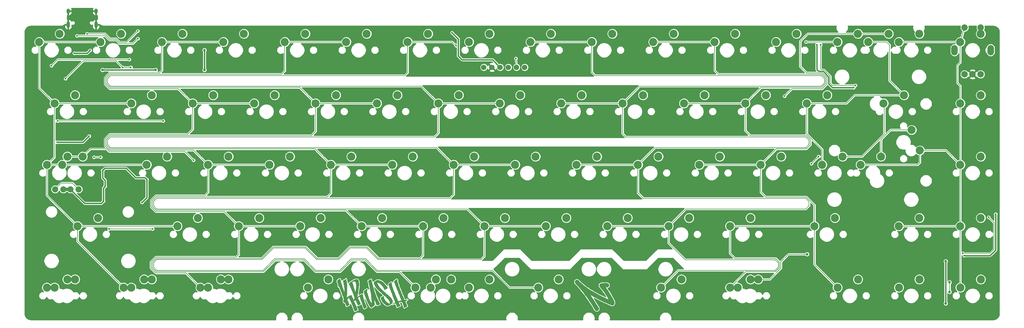
<source format=gbr>
G04 #@! TF.GenerationSoftware,KiCad,Pcbnew,(5.1.10)-1*
G04 #@! TF.CreationDate,2021-11-07T22:26:58+07:00*
G04 #@! TF.ProjectId,averange65,61766572-616e-4676-9536-352e6b696361,rev?*
G04 #@! TF.SameCoordinates,Original*
G04 #@! TF.FileFunction,Copper,L1,Top*
G04 #@! TF.FilePolarity,Positive*
%FSLAX46Y46*%
G04 Gerber Fmt 4.6, Leading zero omitted, Abs format (unit mm)*
G04 Created by KiCad (PCBNEW (5.1.10)-1) date 2021-11-07 22:26:58*
%MOMM*%
%LPD*%
G01*
G04 APERTURE LIST*
G04 #@! TA.AperFunction,EtchedComponent*
%ADD10C,0.010000*%
G04 #@! TD*
G04 #@! TA.AperFunction,ComponentPad*
%ADD11C,1.700000*%
G04 #@! TD*
G04 #@! TA.AperFunction,ComponentPad*
%ADD12O,1.000000X2.100000*%
G04 #@! TD*
G04 #@! TA.AperFunction,ComponentPad*
%ADD13O,1.000000X1.600000*%
G04 #@! TD*
G04 #@! TA.AperFunction,ComponentPad*
%ADD14C,2.000000*%
G04 #@! TD*
G04 #@! TA.AperFunction,ComponentPad*
%ADD15O,2.000000X3.200000*%
G04 #@! TD*
G04 #@! TA.AperFunction,ComponentPad*
%ADD16C,2.500000*%
G04 #@! TD*
G04 #@! TA.AperFunction,ComponentPad*
%ADD17C,1.905000*%
G04 #@! TD*
G04 #@! TA.AperFunction,ViaPad*
%ADD18C,0.600000*%
G04 #@! TD*
G04 #@! TA.AperFunction,ViaPad*
%ADD19C,0.800000*%
G04 #@! TD*
G04 #@! TA.AperFunction,Conductor*
%ADD20C,0.400000*%
G04 #@! TD*
G04 #@! TA.AperFunction,Conductor*
%ADD21C,1.000000*%
G04 #@! TD*
G04 #@! TA.AperFunction,Conductor*
%ADD22C,0.200000*%
G04 #@! TD*
G04 #@! TA.AperFunction,Conductor*
%ADD23C,0.254000*%
G04 #@! TD*
G04 #@! TA.AperFunction,Conductor*
%ADD24C,0.100000*%
G04 #@! TD*
G04 APERTURE END LIST*
D10*
G36*
X87057247Y-83986985D02*
G01*
X87135562Y-84423597D01*
X87198894Y-84884798D01*
X87247378Y-85374720D01*
X87281150Y-85897493D01*
X87300344Y-86457251D01*
X87305095Y-87058123D01*
X87295538Y-87704243D01*
X87271807Y-88399741D01*
X87234037Y-89148750D01*
X87228669Y-89240724D01*
X87209222Y-89569430D01*
X87444490Y-89345312D01*
X87546847Y-89251207D01*
X87640809Y-89174707D01*
X87740517Y-89106547D01*
X87860114Y-89037464D01*
X88013743Y-88958194D01*
X88101693Y-88914799D01*
X88262360Y-88838809D01*
X88398030Y-88779764D01*
X88500419Y-88740983D01*
X88561243Y-88725785D01*
X88571219Y-88726667D01*
X88607254Y-88756816D01*
X88654208Y-88825536D01*
X88713622Y-88936026D01*
X88787040Y-89091483D01*
X88876004Y-89295107D01*
X88982056Y-89550097D01*
X89054240Y-89728351D01*
X89126596Y-89905535D01*
X89192934Y-90062500D01*
X89249689Y-90191241D01*
X89293290Y-90283755D01*
X89320171Y-90332039D01*
X89325669Y-90337208D01*
X89349921Y-90311704D01*
X89387538Y-90241117D01*
X89433719Y-90137303D01*
X89483661Y-90012116D01*
X89532563Y-89877412D01*
X89575623Y-89745044D01*
X89599369Y-89661461D01*
X89626036Y-89554115D01*
X89636195Y-89480266D01*
X89629060Y-89415751D01*
X89603846Y-89336410D01*
X89587367Y-89292028D01*
X89563207Y-89228676D01*
X89520058Y-89116634D01*
X89460636Y-88962894D01*
X89387658Y-88774449D01*
X89303839Y-88558293D01*
X89211896Y-88321419D01*
X89114545Y-88070819D01*
X89014503Y-87813487D01*
X88914486Y-87556415D01*
X88817210Y-87306598D01*
X88725391Y-87071028D01*
X88641747Y-86856697D01*
X88586626Y-86715665D01*
X88536013Y-86592187D01*
X88465510Y-86428457D01*
X88381157Y-86238071D01*
X88288995Y-86034624D01*
X88195065Y-85831712D01*
X88173034Y-85784824D01*
X87882174Y-85167748D01*
X87990142Y-85051748D01*
X88072783Y-84967738D01*
X88163506Y-84886442D01*
X88270471Y-84801866D01*
X88401834Y-84708014D01*
X88480591Y-84655584D01*
X88924876Y-84655584D01*
X89073232Y-85229919D01*
X89196585Y-85696087D01*
X89314054Y-86115378D01*
X89429291Y-86499914D01*
X89545949Y-86861816D01*
X89667682Y-87213208D01*
X89687593Y-87268489D01*
X89765090Y-87481382D01*
X89825363Y-87643712D01*
X89870872Y-87761347D01*
X89904073Y-87840155D01*
X89927426Y-87886003D01*
X89943389Y-87904760D01*
X89953512Y-87903283D01*
X89961996Y-87870629D01*
X89976507Y-87789754D01*
X89995238Y-87671687D01*
X90016380Y-87527455D01*
X90023730Y-87474901D01*
X90073810Y-87083614D01*
X90109333Y-86734463D01*
X90131302Y-86411883D01*
X90140720Y-86100304D01*
X90138589Y-85784161D01*
X90136863Y-85718922D01*
X90126206Y-85458039D01*
X90110026Y-85246946D01*
X90086458Y-85075777D01*
X90053639Y-84934670D01*
X90009703Y-84813761D01*
X89952787Y-84703187D01*
X89941267Y-84684023D01*
X89864448Y-84585719D01*
X89771442Y-84502738D01*
X89740583Y-84482809D01*
X89584920Y-84426697D01*
X89411215Y-84416410D01*
X89237168Y-84449869D01*
X89080476Y-84524996D01*
X89026147Y-84566666D01*
X88924876Y-84655584D01*
X88480591Y-84655584D01*
X88565755Y-84598890D01*
X88770391Y-84468500D01*
X88860111Y-84412387D01*
X89168986Y-84225341D01*
X89437188Y-84075407D01*
X89669587Y-83960994D01*
X89871049Y-83880512D01*
X90046443Y-83832370D01*
X90200638Y-83814978D01*
X90338501Y-83826744D01*
X90464901Y-83866078D01*
X90492892Y-83878872D01*
X90631300Y-83967667D01*
X90744863Y-84090072D01*
X90834612Y-84249662D01*
X90901580Y-84450014D01*
X90946799Y-84694704D01*
X90971301Y-84987307D01*
X90976120Y-85331399D01*
X90971065Y-85535312D01*
X90962636Y-85735043D01*
X90951555Y-85926522D01*
X90936887Y-86117326D01*
X90917696Y-86315033D01*
X90893047Y-86527218D01*
X90862005Y-86761461D01*
X90823633Y-87025337D01*
X90776997Y-87326425D01*
X90721160Y-87672300D01*
X90666210Y-88004508D01*
X90623743Y-88259640D01*
X90584523Y-88496046D01*
X90549605Y-88707301D01*
X90520047Y-88886980D01*
X90496904Y-89028658D01*
X90481232Y-89125911D01*
X90474088Y-89172313D01*
X90473758Y-89175256D01*
X90496596Y-89215067D01*
X90547615Y-89258456D01*
X90600575Y-89284302D01*
X90610787Y-89285548D01*
X90649957Y-89264915D01*
X90716436Y-89210004D01*
X90797932Y-89131296D01*
X90825299Y-89102662D01*
X91025634Y-88913588D01*
X91246934Y-88747561D01*
X91476829Y-88611862D01*
X91702946Y-88513767D01*
X91912915Y-88460555D01*
X91917968Y-88459846D01*
X92004093Y-88452207D01*
X92053791Y-88464211D01*
X92088932Y-88502343D01*
X92095371Y-88512437D01*
X92118436Y-88569578D01*
X92147547Y-88670695D01*
X92178761Y-88800843D01*
X92204731Y-88926959D01*
X92283753Y-89293444D01*
X92387670Y-89699134D01*
X92512232Y-90131059D01*
X92653189Y-90576247D01*
X92806290Y-91021727D01*
X92967284Y-91454529D01*
X93131921Y-91861683D01*
X93266427Y-92166804D01*
X93314717Y-92272876D01*
X93342282Y-92350765D01*
X93343902Y-92410555D01*
X93314355Y-92462333D01*
X93248420Y-92516182D01*
X93140876Y-92582189D01*
X93013758Y-92654868D01*
X92838321Y-92752151D01*
X92707478Y-92817918D01*
X92616362Y-92854201D01*
X92560108Y-92863030D01*
X92538280Y-92853332D01*
X92517112Y-92812601D01*
X92478998Y-92721210D01*
X92426037Y-92585144D01*
X92360329Y-92410394D01*
X92283974Y-92202945D01*
X92199070Y-91968787D01*
X92107717Y-91713907D01*
X92012014Y-91444292D01*
X91914061Y-91165931D01*
X91815957Y-90884811D01*
X91719801Y-90606920D01*
X91627693Y-90338247D01*
X91541732Y-90084777D01*
X91464018Y-89852501D01*
X91396649Y-89647405D01*
X91341725Y-89475477D01*
X91301346Y-89342704D01*
X91279541Y-89263136D01*
X91255564Y-89186170D01*
X91231644Y-89141055D01*
X91223621Y-89136136D01*
X91193071Y-89155040D01*
X91127895Y-89206580D01*
X91037511Y-89282996D01*
X90931338Y-89376527D01*
X90925906Y-89381405D01*
X90807401Y-89490286D01*
X90729209Y-89568966D01*
X90685182Y-89624836D01*
X90669173Y-89665288D01*
X90671135Y-89687699D01*
X90688750Y-89728688D01*
X90730070Y-89815972D01*
X90791670Y-89942590D01*
X90870128Y-90101584D01*
X90962020Y-90285994D01*
X91063921Y-90488862D01*
X91116111Y-90592187D01*
X91542917Y-91435650D01*
X91386719Y-91539329D01*
X91265122Y-91616414D01*
X91132957Y-91694314D01*
X91002327Y-91766566D01*
X90885341Y-91826712D01*
X90794103Y-91868289D01*
X90740720Y-91884837D01*
X90739213Y-91884892D01*
X90696900Y-91857984D01*
X90648912Y-91783880D01*
X90629970Y-91743371D01*
X90541490Y-91538181D01*
X90450068Y-91327816D01*
X90358963Y-91119615D01*
X90271433Y-90920916D01*
X90190736Y-90739058D01*
X90120132Y-90581377D01*
X90062878Y-90455212D01*
X90022234Y-90367901D01*
X90001457Y-90326782D01*
X90000073Y-90324847D01*
X89966279Y-90325288D01*
X89890714Y-90340391D01*
X89788319Y-90365964D01*
X89674033Y-90397812D01*
X89562797Y-90431743D01*
X89469552Y-90463561D01*
X89409239Y-90489074D01*
X89403737Y-90492233D01*
X89395320Y-90501784D01*
X89393203Y-90520320D01*
X89399397Y-90552866D01*
X89415915Y-90604449D01*
X89444769Y-90680095D01*
X89487971Y-90784830D01*
X89547532Y-90923680D01*
X89625465Y-91101672D01*
X89723782Y-91323831D01*
X89844495Y-91595185D01*
X89851991Y-91612012D01*
X89947161Y-91826601D01*
X90045341Y-92049690D01*
X90140229Y-92266834D01*
X90225520Y-92463590D01*
X90294912Y-92625513D01*
X90314929Y-92672835D01*
X90379646Y-92824960D01*
X90441195Y-92966708D01*
X90493491Y-93084266D01*
X90530451Y-93163817D01*
X90536462Y-93175914D01*
X90592655Y-93286163D01*
X90504539Y-93348908D01*
X90440986Y-93386841D01*
X90338077Y-93440325D01*
X90211440Y-93501486D01*
X90108913Y-93548270D01*
X89945200Y-93621132D01*
X89828173Y-93672155D01*
X89749559Y-93702982D01*
X89701087Y-93715256D01*
X89674483Y-93710621D01*
X89661477Y-93690719D01*
X89653795Y-93657193D01*
X89650153Y-93639385D01*
X89620668Y-93530663D01*
X89571328Y-93380337D01*
X89504371Y-93193588D01*
X89422039Y-92975597D01*
X89326571Y-92731546D01*
X89220207Y-92466615D01*
X89105187Y-92185986D01*
X88983750Y-91894839D01*
X88858138Y-91598357D01*
X88730590Y-91301719D01*
X88603345Y-91010107D01*
X88478644Y-90728703D01*
X88358727Y-90462687D01*
X88245833Y-90217240D01*
X88142203Y-89997544D01*
X88050076Y-89808780D01*
X87971693Y-89656128D01*
X87909293Y-89544771D01*
X87865117Y-89479888D01*
X87845384Y-89464842D01*
X87816586Y-89487743D01*
X87762174Y-89549246D01*
X87690164Y-89638550D01*
X87608576Y-89744853D01*
X87525426Y-89857355D01*
X87448734Y-89965252D01*
X87386515Y-90057746D01*
X87346789Y-90124033D01*
X87336573Y-90150293D01*
X87348959Y-90197402D01*
X87383770Y-90288155D01*
X87436763Y-90413574D01*
X87503697Y-90564683D01*
X87580329Y-90732504D01*
X87662420Y-90908061D01*
X87745726Y-91082377D01*
X87826006Y-91246474D01*
X87899019Y-91391376D01*
X87960522Y-91508106D01*
X88006274Y-91587687D01*
X88031386Y-91620767D01*
X88026278Y-91646316D01*
X87977920Y-91693948D01*
X87895832Y-91757689D01*
X87789534Y-91831565D01*
X87668545Y-91909604D01*
X87542386Y-91985831D01*
X87420577Y-92054273D01*
X87312637Y-92108957D01*
X87228087Y-92143909D01*
X87182136Y-92153650D01*
X87157865Y-92125585D01*
X87117495Y-92044603D01*
X87062781Y-91914825D01*
X86995479Y-91740369D01*
X86932699Y-91568458D01*
X86868855Y-91391170D01*
X86810812Y-91232132D01*
X86761895Y-91100287D01*
X86725431Y-91004577D01*
X86704747Y-90953944D01*
X86702375Y-90949283D01*
X86670054Y-90933941D01*
X86607972Y-90958228D01*
X86593176Y-90966711D01*
X86479099Y-91011873D01*
X86379087Y-91008731D01*
X86312045Y-90966430D01*
X86254241Y-90865568D01*
X86217962Y-90726217D01*
X86203562Y-90565780D01*
X86211397Y-90401658D01*
X86241822Y-90251254D01*
X86295007Y-90132250D01*
X86340345Y-90059832D01*
X86356258Y-90008487D01*
X86345454Y-89950758D01*
X86319676Y-89882238D01*
X86299594Y-89828870D01*
X86261343Y-89725063D01*
X86207027Y-89576600D01*
X86138750Y-89389263D01*
X86058614Y-89168835D01*
X85968724Y-88921097D01*
X85871183Y-88651833D01*
X85768095Y-88366825D01*
X85725599Y-88249214D01*
X85561975Y-87796822D01*
X85417794Y-87399449D01*
X85292565Y-87055773D01*
X85185798Y-86764471D01*
X85097003Y-86524221D01*
X85025691Y-86333699D01*
X84971371Y-86191583D01*
X84933553Y-86096550D01*
X84911747Y-86047276D01*
X84907041Y-86039694D01*
X84874687Y-86042489D01*
X84808489Y-86064159D01*
X84782528Y-86074553D01*
X84711168Y-86101779D01*
X84668445Y-86113151D01*
X84663884Y-86112298D01*
X84657810Y-86080608D01*
X84646585Y-86002976D01*
X84632083Y-85892807D01*
X84622899Y-85819195D01*
X84591961Y-85618423D01*
X84545028Y-85379897D01*
X84486394Y-85122076D01*
X84420351Y-84863422D01*
X84351193Y-84622395D01*
X84325973Y-84542301D01*
X84287813Y-84419358D01*
X84267225Y-84323811D01*
X84269362Y-84246787D01*
X84299379Y-84179413D01*
X84362426Y-84112817D01*
X84463659Y-84038127D01*
X84608228Y-83946469D01*
X84706968Y-83886285D01*
X84871711Y-83788251D01*
X84991921Y-83721651D01*
X85072384Y-83684163D01*
X85117886Y-83673466D01*
X85131328Y-83680362D01*
X85145013Y-83719992D01*
X85170705Y-83808258D01*
X85205846Y-83935836D01*
X85247879Y-84093400D01*
X85294245Y-84271623D01*
X85304954Y-84313389D01*
X85362486Y-84537602D01*
X85411614Y-84726491D01*
X85455717Y-84891856D01*
X85498179Y-85045494D01*
X85542380Y-85199207D01*
X85591700Y-85364794D01*
X85649523Y-85554054D01*
X85719229Y-85778787D01*
X85787837Y-85998489D01*
X85849111Y-86191223D01*
X85918910Y-86405396D01*
X85994607Y-86633442D01*
X86073578Y-86867800D01*
X86153199Y-87100903D01*
X86230843Y-87325188D01*
X86303888Y-87533092D01*
X86369707Y-87717049D01*
X86425676Y-87869496D01*
X86469170Y-87982870D01*
X86497564Y-88049605D01*
X86503340Y-88060371D01*
X86511734Y-88046142D01*
X86517808Y-87974806D01*
X86521505Y-87848979D01*
X86522771Y-87671275D01*
X86521552Y-87444311D01*
X86519574Y-87283430D01*
X86514944Y-87033822D01*
X86507972Y-86812969D01*
X86497433Y-86611272D01*
X86482101Y-86419131D01*
X86460750Y-86226944D01*
X86432155Y-86025114D01*
X86395088Y-85804038D01*
X86348325Y-85554118D01*
X86290639Y-85265754D01*
X86220805Y-84929344D01*
X86216114Y-84907004D01*
X86173720Y-84705719D01*
X86141310Y-84554749D01*
X86116611Y-84445919D01*
X86097348Y-84371048D01*
X86081250Y-84321959D01*
X86066041Y-84290475D01*
X86049449Y-84268417D01*
X86034179Y-84252591D01*
X86007705Y-84217022D01*
X86031669Y-84198685D01*
X86043607Y-84195157D01*
X86225032Y-84144384D01*
X86360831Y-84103419D01*
X86463114Y-84066624D01*
X86543992Y-84028363D01*
X86615573Y-83982999D01*
X86689968Y-83924897D01*
X86768560Y-83857729D01*
X86992077Y-83663835D01*
X87057247Y-83986985D01*
G37*
X87057247Y-83986985D02*
X87135562Y-84423597D01*
X87198894Y-84884798D01*
X87247378Y-85374720D01*
X87281150Y-85897493D01*
X87300344Y-86457251D01*
X87305095Y-87058123D01*
X87295538Y-87704243D01*
X87271807Y-88399741D01*
X87234037Y-89148750D01*
X87228669Y-89240724D01*
X87209222Y-89569430D01*
X87444490Y-89345312D01*
X87546847Y-89251207D01*
X87640809Y-89174707D01*
X87740517Y-89106547D01*
X87860114Y-89037464D01*
X88013743Y-88958194D01*
X88101693Y-88914799D01*
X88262360Y-88838809D01*
X88398030Y-88779764D01*
X88500419Y-88740983D01*
X88561243Y-88725785D01*
X88571219Y-88726667D01*
X88607254Y-88756816D01*
X88654208Y-88825536D01*
X88713622Y-88936026D01*
X88787040Y-89091483D01*
X88876004Y-89295107D01*
X88982056Y-89550097D01*
X89054240Y-89728351D01*
X89126596Y-89905535D01*
X89192934Y-90062500D01*
X89249689Y-90191241D01*
X89293290Y-90283755D01*
X89320171Y-90332039D01*
X89325669Y-90337208D01*
X89349921Y-90311704D01*
X89387538Y-90241117D01*
X89433719Y-90137303D01*
X89483661Y-90012116D01*
X89532563Y-89877412D01*
X89575623Y-89745044D01*
X89599369Y-89661461D01*
X89626036Y-89554115D01*
X89636195Y-89480266D01*
X89629060Y-89415751D01*
X89603846Y-89336410D01*
X89587367Y-89292028D01*
X89563207Y-89228676D01*
X89520058Y-89116634D01*
X89460636Y-88962894D01*
X89387658Y-88774449D01*
X89303839Y-88558293D01*
X89211896Y-88321419D01*
X89114545Y-88070819D01*
X89014503Y-87813487D01*
X88914486Y-87556415D01*
X88817210Y-87306598D01*
X88725391Y-87071028D01*
X88641747Y-86856697D01*
X88586626Y-86715665D01*
X88536013Y-86592187D01*
X88465510Y-86428457D01*
X88381157Y-86238071D01*
X88288995Y-86034624D01*
X88195065Y-85831712D01*
X88173034Y-85784824D01*
X87882174Y-85167748D01*
X87990142Y-85051748D01*
X88072783Y-84967738D01*
X88163506Y-84886442D01*
X88270471Y-84801866D01*
X88401834Y-84708014D01*
X88480591Y-84655584D01*
X88924876Y-84655584D01*
X89073232Y-85229919D01*
X89196585Y-85696087D01*
X89314054Y-86115378D01*
X89429291Y-86499914D01*
X89545949Y-86861816D01*
X89667682Y-87213208D01*
X89687593Y-87268489D01*
X89765090Y-87481382D01*
X89825363Y-87643712D01*
X89870872Y-87761347D01*
X89904073Y-87840155D01*
X89927426Y-87886003D01*
X89943389Y-87904760D01*
X89953512Y-87903283D01*
X89961996Y-87870629D01*
X89976507Y-87789754D01*
X89995238Y-87671687D01*
X90016380Y-87527455D01*
X90023730Y-87474901D01*
X90073810Y-87083614D01*
X90109333Y-86734463D01*
X90131302Y-86411883D01*
X90140720Y-86100304D01*
X90138589Y-85784161D01*
X90136863Y-85718922D01*
X90126206Y-85458039D01*
X90110026Y-85246946D01*
X90086458Y-85075777D01*
X90053639Y-84934670D01*
X90009703Y-84813761D01*
X89952787Y-84703187D01*
X89941267Y-84684023D01*
X89864448Y-84585719D01*
X89771442Y-84502738D01*
X89740583Y-84482809D01*
X89584920Y-84426697D01*
X89411215Y-84416410D01*
X89237168Y-84449869D01*
X89080476Y-84524996D01*
X89026147Y-84566666D01*
X88924876Y-84655584D01*
X88480591Y-84655584D01*
X88565755Y-84598890D01*
X88770391Y-84468500D01*
X88860111Y-84412387D01*
X89168986Y-84225341D01*
X89437188Y-84075407D01*
X89669587Y-83960994D01*
X89871049Y-83880512D01*
X90046443Y-83832370D01*
X90200638Y-83814978D01*
X90338501Y-83826744D01*
X90464901Y-83866078D01*
X90492892Y-83878872D01*
X90631300Y-83967667D01*
X90744863Y-84090072D01*
X90834612Y-84249662D01*
X90901580Y-84450014D01*
X90946799Y-84694704D01*
X90971301Y-84987307D01*
X90976120Y-85331399D01*
X90971065Y-85535312D01*
X90962636Y-85735043D01*
X90951555Y-85926522D01*
X90936887Y-86117326D01*
X90917696Y-86315033D01*
X90893047Y-86527218D01*
X90862005Y-86761461D01*
X90823633Y-87025337D01*
X90776997Y-87326425D01*
X90721160Y-87672300D01*
X90666210Y-88004508D01*
X90623743Y-88259640D01*
X90584523Y-88496046D01*
X90549605Y-88707301D01*
X90520047Y-88886980D01*
X90496904Y-89028658D01*
X90481232Y-89125911D01*
X90474088Y-89172313D01*
X90473758Y-89175256D01*
X90496596Y-89215067D01*
X90547615Y-89258456D01*
X90600575Y-89284302D01*
X90610787Y-89285548D01*
X90649957Y-89264915D01*
X90716436Y-89210004D01*
X90797932Y-89131296D01*
X90825299Y-89102662D01*
X91025634Y-88913588D01*
X91246934Y-88747561D01*
X91476829Y-88611862D01*
X91702946Y-88513767D01*
X91912915Y-88460555D01*
X91917968Y-88459846D01*
X92004093Y-88452207D01*
X92053791Y-88464211D01*
X92088932Y-88502343D01*
X92095371Y-88512437D01*
X92118436Y-88569578D01*
X92147547Y-88670695D01*
X92178761Y-88800843D01*
X92204731Y-88926959D01*
X92283753Y-89293444D01*
X92387670Y-89699134D01*
X92512232Y-90131059D01*
X92653189Y-90576247D01*
X92806290Y-91021727D01*
X92967284Y-91454529D01*
X93131921Y-91861683D01*
X93266427Y-92166804D01*
X93314717Y-92272876D01*
X93342282Y-92350765D01*
X93343902Y-92410555D01*
X93314355Y-92462333D01*
X93248420Y-92516182D01*
X93140876Y-92582189D01*
X93013758Y-92654868D01*
X92838321Y-92752151D01*
X92707478Y-92817918D01*
X92616362Y-92854201D01*
X92560108Y-92863030D01*
X92538280Y-92853332D01*
X92517112Y-92812601D01*
X92478998Y-92721210D01*
X92426037Y-92585144D01*
X92360329Y-92410394D01*
X92283974Y-92202945D01*
X92199070Y-91968787D01*
X92107717Y-91713907D01*
X92012014Y-91444292D01*
X91914061Y-91165931D01*
X91815957Y-90884811D01*
X91719801Y-90606920D01*
X91627693Y-90338247D01*
X91541732Y-90084777D01*
X91464018Y-89852501D01*
X91396649Y-89647405D01*
X91341725Y-89475477D01*
X91301346Y-89342704D01*
X91279541Y-89263136D01*
X91255564Y-89186170D01*
X91231644Y-89141055D01*
X91223621Y-89136136D01*
X91193071Y-89155040D01*
X91127895Y-89206580D01*
X91037511Y-89282996D01*
X90931338Y-89376527D01*
X90925906Y-89381405D01*
X90807401Y-89490286D01*
X90729209Y-89568966D01*
X90685182Y-89624836D01*
X90669173Y-89665288D01*
X90671135Y-89687699D01*
X90688750Y-89728688D01*
X90730070Y-89815972D01*
X90791670Y-89942590D01*
X90870128Y-90101584D01*
X90962020Y-90285994D01*
X91063921Y-90488862D01*
X91116111Y-90592187D01*
X91542917Y-91435650D01*
X91386719Y-91539329D01*
X91265122Y-91616414D01*
X91132957Y-91694314D01*
X91002327Y-91766566D01*
X90885341Y-91826712D01*
X90794103Y-91868289D01*
X90740720Y-91884837D01*
X90739213Y-91884892D01*
X90696900Y-91857984D01*
X90648912Y-91783880D01*
X90629970Y-91743371D01*
X90541490Y-91538181D01*
X90450068Y-91327816D01*
X90358963Y-91119615D01*
X90271433Y-90920916D01*
X90190736Y-90739058D01*
X90120132Y-90581377D01*
X90062878Y-90455212D01*
X90022234Y-90367901D01*
X90001457Y-90326782D01*
X90000073Y-90324847D01*
X89966279Y-90325288D01*
X89890714Y-90340391D01*
X89788319Y-90365964D01*
X89674033Y-90397812D01*
X89562797Y-90431743D01*
X89469552Y-90463561D01*
X89409239Y-90489074D01*
X89403737Y-90492233D01*
X89395320Y-90501784D01*
X89393203Y-90520320D01*
X89399397Y-90552866D01*
X89415915Y-90604449D01*
X89444769Y-90680095D01*
X89487971Y-90784830D01*
X89547532Y-90923680D01*
X89625465Y-91101672D01*
X89723782Y-91323831D01*
X89844495Y-91595185D01*
X89851991Y-91612012D01*
X89947161Y-91826601D01*
X90045341Y-92049690D01*
X90140229Y-92266834D01*
X90225520Y-92463590D01*
X90294912Y-92625513D01*
X90314929Y-92672835D01*
X90379646Y-92824960D01*
X90441195Y-92966708D01*
X90493491Y-93084266D01*
X90530451Y-93163817D01*
X90536462Y-93175914D01*
X90592655Y-93286163D01*
X90504539Y-93348908D01*
X90440986Y-93386841D01*
X90338077Y-93440325D01*
X90211440Y-93501486D01*
X90108913Y-93548270D01*
X89945200Y-93621132D01*
X89828173Y-93672155D01*
X89749559Y-93702982D01*
X89701087Y-93715256D01*
X89674483Y-93710621D01*
X89661477Y-93690719D01*
X89653795Y-93657193D01*
X89650153Y-93639385D01*
X89620668Y-93530663D01*
X89571328Y-93380337D01*
X89504371Y-93193588D01*
X89422039Y-92975597D01*
X89326571Y-92731546D01*
X89220207Y-92466615D01*
X89105187Y-92185986D01*
X88983750Y-91894839D01*
X88858138Y-91598357D01*
X88730590Y-91301719D01*
X88603345Y-91010107D01*
X88478644Y-90728703D01*
X88358727Y-90462687D01*
X88245833Y-90217240D01*
X88142203Y-89997544D01*
X88050076Y-89808780D01*
X87971693Y-89656128D01*
X87909293Y-89544771D01*
X87865117Y-89479888D01*
X87845384Y-89464842D01*
X87816586Y-89487743D01*
X87762174Y-89549246D01*
X87690164Y-89638550D01*
X87608576Y-89744853D01*
X87525426Y-89857355D01*
X87448734Y-89965252D01*
X87386515Y-90057746D01*
X87346789Y-90124033D01*
X87336573Y-90150293D01*
X87348959Y-90197402D01*
X87383770Y-90288155D01*
X87436763Y-90413574D01*
X87503697Y-90564683D01*
X87580329Y-90732504D01*
X87662420Y-90908061D01*
X87745726Y-91082377D01*
X87826006Y-91246474D01*
X87899019Y-91391376D01*
X87960522Y-91508106D01*
X88006274Y-91587687D01*
X88031386Y-91620767D01*
X88026278Y-91646316D01*
X87977920Y-91693948D01*
X87895832Y-91757689D01*
X87789534Y-91831565D01*
X87668545Y-91909604D01*
X87542386Y-91985831D01*
X87420577Y-92054273D01*
X87312637Y-92108957D01*
X87228087Y-92143909D01*
X87182136Y-92153650D01*
X87157865Y-92125585D01*
X87117495Y-92044603D01*
X87062781Y-91914825D01*
X86995479Y-91740369D01*
X86932699Y-91568458D01*
X86868855Y-91391170D01*
X86810812Y-91232132D01*
X86761895Y-91100287D01*
X86725431Y-91004577D01*
X86704747Y-90953944D01*
X86702375Y-90949283D01*
X86670054Y-90933941D01*
X86607972Y-90958228D01*
X86593176Y-90966711D01*
X86479099Y-91011873D01*
X86379087Y-91008731D01*
X86312045Y-90966430D01*
X86254241Y-90865568D01*
X86217962Y-90726217D01*
X86203562Y-90565780D01*
X86211397Y-90401658D01*
X86241822Y-90251254D01*
X86295007Y-90132250D01*
X86340345Y-90059832D01*
X86356258Y-90008487D01*
X86345454Y-89950758D01*
X86319676Y-89882238D01*
X86299594Y-89828870D01*
X86261343Y-89725063D01*
X86207027Y-89576600D01*
X86138750Y-89389263D01*
X86058614Y-89168835D01*
X85968724Y-88921097D01*
X85871183Y-88651833D01*
X85768095Y-88366825D01*
X85725599Y-88249214D01*
X85561975Y-87796822D01*
X85417794Y-87399449D01*
X85292565Y-87055773D01*
X85185798Y-86764471D01*
X85097003Y-86524221D01*
X85025691Y-86333699D01*
X84971371Y-86191583D01*
X84933553Y-86096550D01*
X84911747Y-86047276D01*
X84907041Y-86039694D01*
X84874687Y-86042489D01*
X84808489Y-86064159D01*
X84782528Y-86074553D01*
X84711168Y-86101779D01*
X84668445Y-86113151D01*
X84663884Y-86112298D01*
X84657810Y-86080608D01*
X84646585Y-86002976D01*
X84632083Y-85892807D01*
X84622899Y-85819195D01*
X84591961Y-85618423D01*
X84545028Y-85379897D01*
X84486394Y-85122076D01*
X84420351Y-84863422D01*
X84351193Y-84622395D01*
X84325973Y-84542301D01*
X84287813Y-84419358D01*
X84267225Y-84323811D01*
X84269362Y-84246787D01*
X84299379Y-84179413D01*
X84362426Y-84112817D01*
X84463659Y-84038127D01*
X84608228Y-83946469D01*
X84706968Y-83886285D01*
X84871711Y-83788251D01*
X84991921Y-83721651D01*
X85072384Y-83684163D01*
X85117886Y-83673466D01*
X85131328Y-83680362D01*
X85145013Y-83719992D01*
X85170705Y-83808258D01*
X85205846Y-83935836D01*
X85247879Y-84093400D01*
X85294245Y-84271623D01*
X85304954Y-84313389D01*
X85362486Y-84537602D01*
X85411614Y-84726491D01*
X85455717Y-84891856D01*
X85498179Y-85045494D01*
X85542380Y-85199207D01*
X85591700Y-85364794D01*
X85649523Y-85554054D01*
X85719229Y-85778787D01*
X85787837Y-85998489D01*
X85849111Y-86191223D01*
X85918910Y-86405396D01*
X85994607Y-86633442D01*
X86073578Y-86867800D01*
X86153199Y-87100903D01*
X86230843Y-87325188D01*
X86303888Y-87533092D01*
X86369707Y-87717049D01*
X86425676Y-87869496D01*
X86469170Y-87982870D01*
X86497564Y-88049605D01*
X86503340Y-88060371D01*
X86511734Y-88046142D01*
X86517808Y-87974806D01*
X86521505Y-87848979D01*
X86522771Y-87671275D01*
X86521552Y-87444311D01*
X86519574Y-87283430D01*
X86514944Y-87033822D01*
X86507972Y-86812969D01*
X86497433Y-86611272D01*
X86482101Y-86419131D01*
X86460750Y-86226944D01*
X86432155Y-86025114D01*
X86395088Y-85804038D01*
X86348325Y-85554118D01*
X86290639Y-85265754D01*
X86220805Y-84929344D01*
X86216114Y-84907004D01*
X86173720Y-84705719D01*
X86141310Y-84554749D01*
X86116611Y-84445919D01*
X86097348Y-84371048D01*
X86081250Y-84321959D01*
X86066041Y-84290475D01*
X86049449Y-84268417D01*
X86034179Y-84252591D01*
X86007705Y-84217022D01*
X86031669Y-84198685D01*
X86043607Y-84195157D01*
X86225032Y-84144384D01*
X86360831Y-84103419D01*
X86463114Y-84066624D01*
X86543992Y-84028363D01*
X86615573Y-83982999D01*
X86689968Y-83924897D01*
X86768560Y-83857729D01*
X86992077Y-83663835D01*
X87057247Y-83986985D01*
G36*
X102836045Y-83882100D02*
G01*
X102915512Y-83965696D01*
X102947332Y-84030475D01*
X102934233Y-84089777D01*
X102889995Y-84145658D01*
X102810053Y-84229100D01*
X102886708Y-84508677D01*
X102973591Y-84806709D01*
X103084316Y-85154850D01*
X103217431Y-85549062D01*
X103371484Y-85985305D01*
X103545022Y-86459540D01*
X103736592Y-86967729D01*
X103944743Y-87505833D01*
X104161611Y-88053790D01*
X104235747Y-88237626D01*
X104319729Y-88443304D01*
X104410677Y-88664007D01*
X104505711Y-88892915D01*
X104601950Y-89123211D01*
X104696516Y-89348075D01*
X104786528Y-89560689D01*
X104869106Y-89754235D01*
X104941371Y-89921893D01*
X105000442Y-90056845D01*
X105043440Y-90152273D01*
X105067485Y-90201357D01*
X105070640Y-90206097D01*
X105101922Y-90206193D01*
X105181377Y-90200067D01*
X105297856Y-90188740D01*
X105440207Y-90173230D01*
X105478857Y-90168781D01*
X105636842Y-90151394D01*
X105782390Y-90137181D01*
X105900561Y-90127478D01*
X105976416Y-90123626D01*
X105982699Y-90123629D01*
X106087287Y-90124932D01*
X105937876Y-90259227D01*
X105857991Y-90325862D01*
X105752775Y-90406617D01*
X105635241Y-90492324D01*
X105518404Y-90573816D01*
X105415278Y-90641922D01*
X105338877Y-90687476D01*
X105312585Y-90699729D01*
X105316268Y-90728508D01*
X105343935Y-90803816D01*
X105392616Y-90918842D01*
X105459341Y-91066774D01*
X105541138Y-91240801D01*
X105615925Y-91395240D01*
X105707758Y-91584086D01*
X105790645Y-91757430D01*
X105860928Y-91907384D01*
X105914946Y-92026061D01*
X105949042Y-92105575D01*
X105959572Y-92136037D01*
X105954232Y-92166102D01*
X105922356Y-92194270D01*
X105854406Y-92225815D01*
X105740845Y-92266008D01*
X105700602Y-92279196D01*
X105531956Y-92341103D01*
X105397643Y-92409600D01*
X105272592Y-92497828D01*
X105252493Y-92514060D01*
X105149769Y-92596161D01*
X105083027Y-92642690D01*
X105043532Y-92657719D01*
X105022545Y-92645323D01*
X105014797Y-92624901D01*
X104979818Y-92504069D01*
X104926057Y-92335290D01*
X104856168Y-92126403D01*
X104772804Y-91885249D01*
X104678622Y-91619668D01*
X104612649Y-91437077D01*
X104378856Y-90794606D01*
X104217072Y-90798130D01*
X104124979Y-90804995D01*
X103999259Y-90820841D01*
X103853812Y-90843162D01*
X103702540Y-90869450D01*
X103559343Y-90897198D01*
X103438122Y-90923899D01*
X103352779Y-90947046D01*
X103322283Y-90959507D01*
X103310230Y-90979417D01*
X103314924Y-91020023D01*
X103339126Y-91088812D01*
X103385596Y-91193272D01*
X103457093Y-91340889D01*
X103479494Y-91386001D01*
X103557328Y-91536440D01*
X103634518Y-91675493D01*
X103703623Y-91790430D01*
X103757207Y-91868520D01*
X103770894Y-91884765D01*
X103824053Y-91945054D01*
X103852739Y-91984317D01*
X103854461Y-91991247D01*
X103824953Y-92005042D01*
X103752123Y-92035736D01*
X103648218Y-92078231D01*
X103568599Y-92110252D01*
X103436287Y-92166101D01*
X103313250Y-92223223D01*
X103218148Y-92272741D01*
X103186774Y-92291960D01*
X103040760Y-92383467D01*
X102933508Y-92432515D01*
X102862170Y-92439545D01*
X102823899Y-92404998D01*
X102815170Y-92349524D01*
X102804617Y-92303242D01*
X102775797Y-92212841D01*
X102732965Y-92089563D01*
X102680378Y-91944646D01*
X102622293Y-91789333D01*
X102562965Y-91634861D01*
X102506651Y-91492472D01*
X102457607Y-91373405D01*
X102420089Y-91288901D01*
X102399247Y-91251153D01*
X102366460Y-91253596D01*
X102286424Y-91273319D01*
X102168234Y-91307676D01*
X102020986Y-91354019D01*
X101853774Y-91409699D01*
X101849093Y-91411299D01*
X101681701Y-91467515D01*
X101534352Y-91515068D01*
X101416072Y-91551201D01*
X101335887Y-91573161D01*
X101302825Y-91578192D01*
X101302664Y-91578062D01*
X101322116Y-91559048D01*
X101385441Y-91515905D01*
X101484433Y-91453820D01*
X101610883Y-91377983D01*
X101715264Y-91317236D01*
X101900823Y-91210478D01*
X102040810Y-91129341D01*
X102141395Y-91069540D01*
X102208750Y-91026789D01*
X102249046Y-90996804D01*
X102268454Y-90975299D01*
X102273146Y-90957989D01*
X102269292Y-90940589D01*
X102267170Y-90934010D01*
X102252488Y-90894970D01*
X102218224Y-90807525D01*
X102167169Y-90678689D01*
X102102116Y-90515475D01*
X102025858Y-90324897D01*
X101941187Y-90113967D01*
X101890417Y-89987783D01*
X101782574Y-89718386D01*
X101664412Y-89420481D01*
X101542604Y-89111077D01*
X101423826Y-88807185D01*
X101314751Y-88525812D01*
X101227935Y-88299430D01*
X101129304Y-88040926D01*
X101018751Y-87752119D01*
X100903612Y-87452107D01*
X100791219Y-87159985D01*
X100688905Y-86894849D01*
X100642681Y-86775430D01*
X100502961Y-86411334D01*
X100387187Y-86101770D01*
X100295292Y-85846543D01*
X100227209Y-85645455D01*
X100182870Y-85498313D01*
X100162208Y-85404919D01*
X100161270Y-85373854D01*
X100187588Y-85335557D01*
X100251761Y-85270802D01*
X100343264Y-85188221D01*
X100451573Y-85096445D01*
X100566162Y-85004103D01*
X100676507Y-84919828D01*
X100772082Y-84852249D01*
X100842363Y-84809997D01*
X100856590Y-84803684D01*
X101006651Y-84774841D01*
X101149124Y-84805257D01*
X101155986Y-84808307D01*
X101232791Y-84843301D01*
X101073039Y-85010047D01*
X101156110Y-85362326D01*
X101251669Y-85734349D01*
X101373212Y-86152333D01*
X101518382Y-86609620D01*
X101684825Y-87099552D01*
X101870188Y-87615469D01*
X102072114Y-88150715D01*
X102288251Y-88698631D01*
X102516243Y-89252557D01*
X102609877Y-89473489D01*
X102731957Y-89758465D01*
X102833310Y-89993038D01*
X102916309Y-90181924D01*
X102983325Y-90329841D01*
X103036732Y-90441505D01*
X103078902Y-90521633D01*
X103112207Y-90574941D01*
X103139020Y-90606147D01*
X103161714Y-90619967D01*
X103182661Y-90621119D01*
X103186696Y-90620281D01*
X103270299Y-90599600D01*
X103387300Y-90569882D01*
X103526567Y-90534041D01*
X103676967Y-90494993D01*
X103827368Y-90455650D01*
X103966638Y-90418928D01*
X104083645Y-90387740D01*
X104167258Y-90365000D01*
X104206343Y-90353623D01*
X104207837Y-90352968D01*
X104199799Y-90324443D01*
X104173204Y-90251660D01*
X104132217Y-90145638D01*
X104081111Y-90017665D01*
X104041819Y-89920022D01*
X103983545Y-89774377D01*
X103909305Y-89588303D01*
X103822110Y-89369367D01*
X103724975Y-89125141D01*
X103620913Y-88863194D01*
X103512937Y-88591097D01*
X103444691Y-88418959D01*
X103316234Y-88096056D01*
X103172867Y-87737788D01*
X103020731Y-87359368D01*
X102865967Y-86976011D01*
X102714718Y-86602931D01*
X102573125Y-86255340D01*
X102449475Y-85953665D01*
X102343532Y-85695505D01*
X102242992Y-85449141D01*
X102150529Y-85221219D01*
X102068814Y-85018388D01*
X102000521Y-84847296D01*
X101948321Y-84714590D01*
X101914886Y-84626918D01*
X101905664Y-84600909D01*
X101853746Y-84443446D01*
X101923576Y-84383518D01*
X101972577Y-84346203D01*
X102060812Y-84283524D01*
X102177564Y-84202926D01*
X102312114Y-84111855D01*
X102377595Y-84068122D01*
X102761785Y-83812653D01*
X102836045Y-83882100D01*
G37*
X102836045Y-83882100D02*
X102915512Y-83965696D01*
X102947332Y-84030475D01*
X102934233Y-84089777D01*
X102889995Y-84145658D01*
X102810053Y-84229100D01*
X102886708Y-84508677D01*
X102973591Y-84806709D01*
X103084316Y-85154850D01*
X103217431Y-85549062D01*
X103371484Y-85985305D01*
X103545022Y-86459540D01*
X103736592Y-86967729D01*
X103944743Y-87505833D01*
X104161611Y-88053790D01*
X104235747Y-88237626D01*
X104319729Y-88443304D01*
X104410677Y-88664007D01*
X104505711Y-88892915D01*
X104601950Y-89123211D01*
X104696516Y-89348075D01*
X104786528Y-89560689D01*
X104869106Y-89754235D01*
X104941371Y-89921893D01*
X105000442Y-90056845D01*
X105043440Y-90152273D01*
X105067485Y-90201357D01*
X105070640Y-90206097D01*
X105101922Y-90206193D01*
X105181377Y-90200067D01*
X105297856Y-90188740D01*
X105440207Y-90173230D01*
X105478857Y-90168781D01*
X105636842Y-90151394D01*
X105782390Y-90137181D01*
X105900561Y-90127478D01*
X105976416Y-90123626D01*
X105982699Y-90123629D01*
X106087287Y-90124932D01*
X105937876Y-90259227D01*
X105857991Y-90325862D01*
X105752775Y-90406617D01*
X105635241Y-90492324D01*
X105518404Y-90573816D01*
X105415278Y-90641922D01*
X105338877Y-90687476D01*
X105312585Y-90699729D01*
X105316268Y-90728508D01*
X105343935Y-90803816D01*
X105392616Y-90918842D01*
X105459341Y-91066774D01*
X105541138Y-91240801D01*
X105615925Y-91395240D01*
X105707758Y-91584086D01*
X105790645Y-91757430D01*
X105860928Y-91907384D01*
X105914946Y-92026061D01*
X105949042Y-92105575D01*
X105959572Y-92136037D01*
X105954232Y-92166102D01*
X105922356Y-92194270D01*
X105854406Y-92225815D01*
X105740845Y-92266008D01*
X105700602Y-92279196D01*
X105531956Y-92341103D01*
X105397643Y-92409600D01*
X105272592Y-92497828D01*
X105252493Y-92514060D01*
X105149769Y-92596161D01*
X105083027Y-92642690D01*
X105043532Y-92657719D01*
X105022545Y-92645323D01*
X105014797Y-92624901D01*
X104979818Y-92504069D01*
X104926057Y-92335290D01*
X104856168Y-92126403D01*
X104772804Y-91885249D01*
X104678622Y-91619668D01*
X104612649Y-91437077D01*
X104378856Y-90794606D01*
X104217072Y-90798130D01*
X104124979Y-90804995D01*
X103999259Y-90820841D01*
X103853812Y-90843162D01*
X103702540Y-90869450D01*
X103559343Y-90897198D01*
X103438122Y-90923899D01*
X103352779Y-90947046D01*
X103322283Y-90959507D01*
X103310230Y-90979417D01*
X103314924Y-91020023D01*
X103339126Y-91088812D01*
X103385596Y-91193272D01*
X103457093Y-91340889D01*
X103479494Y-91386001D01*
X103557328Y-91536440D01*
X103634518Y-91675493D01*
X103703623Y-91790430D01*
X103757207Y-91868520D01*
X103770894Y-91884765D01*
X103824053Y-91945054D01*
X103852739Y-91984317D01*
X103854461Y-91991247D01*
X103824953Y-92005042D01*
X103752123Y-92035736D01*
X103648218Y-92078231D01*
X103568599Y-92110252D01*
X103436287Y-92166101D01*
X103313250Y-92223223D01*
X103218148Y-92272741D01*
X103186774Y-92291960D01*
X103040760Y-92383467D01*
X102933508Y-92432515D01*
X102862170Y-92439545D01*
X102823899Y-92404998D01*
X102815170Y-92349524D01*
X102804617Y-92303242D01*
X102775797Y-92212841D01*
X102732965Y-92089563D01*
X102680378Y-91944646D01*
X102622293Y-91789333D01*
X102562965Y-91634861D01*
X102506651Y-91492472D01*
X102457607Y-91373405D01*
X102420089Y-91288901D01*
X102399247Y-91251153D01*
X102366460Y-91253596D01*
X102286424Y-91273319D01*
X102168234Y-91307676D01*
X102020986Y-91354019D01*
X101853774Y-91409699D01*
X101849093Y-91411299D01*
X101681701Y-91467515D01*
X101534352Y-91515068D01*
X101416072Y-91551201D01*
X101335887Y-91573161D01*
X101302825Y-91578192D01*
X101302664Y-91578062D01*
X101322116Y-91559048D01*
X101385441Y-91515905D01*
X101484433Y-91453820D01*
X101610883Y-91377983D01*
X101715264Y-91317236D01*
X101900823Y-91210478D01*
X102040810Y-91129341D01*
X102141395Y-91069540D01*
X102208750Y-91026789D01*
X102249046Y-90996804D01*
X102268454Y-90975299D01*
X102273146Y-90957989D01*
X102269292Y-90940589D01*
X102267170Y-90934010D01*
X102252488Y-90894970D01*
X102218224Y-90807525D01*
X102167169Y-90678689D01*
X102102116Y-90515475D01*
X102025858Y-90324897D01*
X101941187Y-90113967D01*
X101890417Y-89987783D01*
X101782574Y-89718386D01*
X101664412Y-89420481D01*
X101542604Y-89111077D01*
X101423826Y-88807185D01*
X101314751Y-88525812D01*
X101227935Y-88299430D01*
X101129304Y-88040926D01*
X101018751Y-87752119D01*
X100903612Y-87452107D01*
X100791219Y-87159985D01*
X100688905Y-86894849D01*
X100642681Y-86775430D01*
X100502961Y-86411334D01*
X100387187Y-86101770D01*
X100295292Y-85846543D01*
X100227209Y-85645455D01*
X100182870Y-85498313D01*
X100162208Y-85404919D01*
X100161270Y-85373854D01*
X100187588Y-85335557D01*
X100251761Y-85270802D01*
X100343264Y-85188221D01*
X100451573Y-85096445D01*
X100566162Y-85004103D01*
X100676507Y-84919828D01*
X100772082Y-84852249D01*
X100842363Y-84809997D01*
X100856590Y-84803684D01*
X101006651Y-84774841D01*
X101149124Y-84805257D01*
X101155986Y-84808307D01*
X101232791Y-84843301D01*
X101073039Y-85010047D01*
X101156110Y-85362326D01*
X101251669Y-85734349D01*
X101373212Y-86152333D01*
X101518382Y-86609620D01*
X101684825Y-87099552D01*
X101870188Y-87615469D01*
X102072114Y-88150715D01*
X102288251Y-88698631D01*
X102516243Y-89252557D01*
X102609877Y-89473489D01*
X102731957Y-89758465D01*
X102833310Y-89993038D01*
X102916309Y-90181924D01*
X102983325Y-90329841D01*
X103036732Y-90441505D01*
X103078902Y-90521633D01*
X103112207Y-90574941D01*
X103139020Y-90606147D01*
X103161714Y-90619967D01*
X103182661Y-90621119D01*
X103186696Y-90620281D01*
X103270299Y-90599600D01*
X103387300Y-90569882D01*
X103526567Y-90534041D01*
X103676967Y-90494993D01*
X103827368Y-90455650D01*
X103966638Y-90418928D01*
X104083645Y-90387740D01*
X104167258Y-90365000D01*
X104206343Y-90353623D01*
X104207837Y-90352968D01*
X104199799Y-90324443D01*
X104173204Y-90251660D01*
X104132217Y-90145638D01*
X104081111Y-90017665D01*
X104041819Y-89920022D01*
X103983545Y-89774377D01*
X103909305Y-89588303D01*
X103822110Y-89369367D01*
X103724975Y-89125141D01*
X103620913Y-88863194D01*
X103512937Y-88591097D01*
X103444691Y-88418959D01*
X103316234Y-88096056D01*
X103172867Y-87737788D01*
X103020731Y-87359368D01*
X102865967Y-86976011D01*
X102714718Y-86602931D01*
X102573125Y-86255340D01*
X102449475Y-85953665D01*
X102343532Y-85695505D01*
X102242992Y-85449141D01*
X102150529Y-85221219D01*
X102068814Y-85018388D01*
X102000521Y-84847296D01*
X101948321Y-84714590D01*
X101914886Y-84626918D01*
X101905664Y-84600909D01*
X101853746Y-84443446D01*
X101923576Y-84383518D01*
X101972577Y-84346203D01*
X102060812Y-84283524D01*
X102177564Y-84202926D01*
X102312114Y-84111855D01*
X102377595Y-84068122D01*
X102761785Y-83812653D01*
X102836045Y-83882100D01*
G36*
X94775992Y-83801626D02*
G01*
X94792219Y-83837029D01*
X94809657Y-83913444D01*
X94821091Y-83988506D01*
X94840009Y-84101685D01*
X94874221Y-84264989D01*
X94921845Y-84471302D01*
X94980997Y-84713504D01*
X95049795Y-84984479D01*
X95126357Y-85277110D01*
X95208799Y-85584277D01*
X95295239Y-85898865D01*
X95383794Y-86213755D01*
X95472581Y-86521829D01*
X95559718Y-86815970D01*
X95629422Y-87044371D01*
X95784709Y-87535480D01*
X95932540Y-87980448D01*
X96077821Y-88391605D01*
X96225459Y-88781282D01*
X96380361Y-89161810D01*
X96547433Y-89545519D01*
X96731582Y-89944741D01*
X96937714Y-90371806D01*
X97018519Y-90535285D01*
X97148174Y-90798376D01*
X97259037Y-91027823D01*
X97349522Y-91220150D01*
X97418041Y-91371880D01*
X97463009Y-91479537D01*
X97482839Y-91539647D01*
X97482309Y-91551285D01*
X97446971Y-91566497D01*
X97367213Y-91597278D01*
X97254961Y-91639278D01*
X97122143Y-91688151D01*
X96980685Y-91739546D01*
X96842517Y-91789116D01*
X96719563Y-91832510D01*
X96623753Y-91865381D01*
X96594274Y-91875068D01*
X96575539Y-91877956D01*
X96556527Y-91871172D01*
X96535209Y-91850102D01*
X96509559Y-91810136D01*
X96477549Y-91746663D01*
X96437150Y-91655070D01*
X96386334Y-91530745D01*
X96323074Y-91369079D01*
X96245342Y-91165457D01*
X96151110Y-90915270D01*
X96038350Y-90613906D01*
X96030766Y-90593600D01*
X95941608Y-90355655D01*
X95858965Y-90136591D01*
X95785147Y-89942421D01*
X95722464Y-89779158D01*
X95673228Y-89652813D01*
X95639750Y-89569400D01*
X95624340Y-89534930D01*
X95623665Y-89534385D01*
X95624843Y-89565183D01*
X95633166Y-89645790D01*
X95647522Y-89766824D01*
X95666798Y-89918901D01*
X95689846Y-90092381D01*
X95729691Y-90408738D01*
X95762352Y-90714588D01*
X95787202Y-91001042D01*
X95803613Y-91259212D01*
X95810958Y-91480210D01*
X95808609Y-91655147D01*
X95804399Y-91714653D01*
X95784865Y-91917523D01*
X95430080Y-92177830D01*
X95290531Y-92278595D01*
X95154942Y-92373632D01*
X95036719Y-92453731D01*
X94949270Y-92509684D01*
X94932613Y-92519492D01*
X94849370Y-92565146D01*
X94796986Y-92583303D01*
X94754608Y-92576432D01*
X94701386Y-92547001D01*
X94701196Y-92546886D01*
X94617474Y-92485052D01*
X94531752Y-92397598D01*
X94438301Y-92277184D01*
X94331389Y-92116473D01*
X94214293Y-91923456D01*
X93882813Y-91319787D01*
X93565233Y-90658782D01*
X93261936Y-89941325D01*
X92973307Y-89168297D01*
X92821567Y-88721637D01*
X92711442Y-88372284D01*
X92628174Y-88076167D01*
X92571732Y-87833146D01*
X92542080Y-87643085D01*
X92537135Y-87552371D01*
X92539968Y-87477619D01*
X92556111Y-87427647D01*
X92597447Y-87385475D01*
X92675856Y-87334124D01*
X92700192Y-87319345D01*
X92799279Y-87255863D01*
X92924382Y-87170761D01*
X93054066Y-87078750D01*
X93102924Y-87042933D01*
X93210086Y-86967244D01*
X93304040Y-86907717D01*
X93371819Y-86872222D01*
X93394925Y-86865733D01*
X93454274Y-86877821D01*
X93533916Y-86907032D01*
X93614495Y-86944406D01*
X93676656Y-86980980D01*
X93701052Y-87007474D01*
X93678954Y-87038033D01*
X93621849Y-87090187D01*
X93564068Y-87135902D01*
X93427083Y-87238540D01*
X93446572Y-87402926D01*
X93497626Y-87729302D01*
X93576459Y-88095051D01*
X93679302Y-88488788D01*
X93802388Y-88899125D01*
X93941948Y-89314677D01*
X94094213Y-89724055D01*
X94255418Y-90115875D01*
X94421792Y-90478748D01*
X94543117Y-90716541D01*
X94622564Y-90860348D01*
X94706165Y-91004562D01*
X94788019Y-91139795D01*
X94862228Y-91256660D01*
X94922890Y-91345771D01*
X94964107Y-91397741D01*
X94977216Y-91407195D01*
X94983761Y-91378883D01*
X94986349Y-91299911D01*
X94985377Y-91179224D01*
X94981241Y-91025768D01*
X94974338Y-90848490D01*
X94965067Y-90656333D01*
X94953824Y-90458245D01*
X94941006Y-90263171D01*
X94927011Y-90080055D01*
X94912236Y-89917845D01*
X94910213Y-89898136D01*
X94849490Y-89357459D01*
X94780753Y-88828378D01*
X94701826Y-88297041D01*
X94610529Y-87749594D01*
X94504687Y-87172187D01*
X94390827Y-86593875D01*
X94291663Y-86108698D01*
X94202495Y-85681901D01*
X94123341Y-85313560D01*
X94054218Y-85003748D01*
X93995141Y-84752539D01*
X93946130Y-84560008D01*
X93907199Y-84426229D01*
X93878367Y-84351277D01*
X93877725Y-84350061D01*
X93869354Y-84311581D01*
X93894427Y-84270824D01*
X93961504Y-84215165D01*
X93976778Y-84203981D01*
X94054292Y-84153443D01*
X94160812Y-84091525D01*
X94284996Y-84023940D01*
X94415498Y-83956398D01*
X94540973Y-83894610D01*
X94650078Y-83844289D01*
X94731467Y-83811145D01*
X94773796Y-83800890D01*
X94775992Y-83801626D01*
G37*
X94775992Y-83801626D02*
X94792219Y-83837029D01*
X94809657Y-83913444D01*
X94821091Y-83988506D01*
X94840009Y-84101685D01*
X94874221Y-84264989D01*
X94921845Y-84471302D01*
X94980997Y-84713504D01*
X95049795Y-84984479D01*
X95126357Y-85277110D01*
X95208799Y-85584277D01*
X95295239Y-85898865D01*
X95383794Y-86213755D01*
X95472581Y-86521829D01*
X95559718Y-86815970D01*
X95629422Y-87044371D01*
X95784709Y-87535480D01*
X95932540Y-87980448D01*
X96077821Y-88391605D01*
X96225459Y-88781282D01*
X96380361Y-89161810D01*
X96547433Y-89545519D01*
X96731582Y-89944741D01*
X96937714Y-90371806D01*
X97018519Y-90535285D01*
X97148174Y-90798376D01*
X97259037Y-91027823D01*
X97349522Y-91220150D01*
X97418041Y-91371880D01*
X97463009Y-91479537D01*
X97482839Y-91539647D01*
X97482309Y-91551285D01*
X97446971Y-91566497D01*
X97367213Y-91597278D01*
X97254961Y-91639278D01*
X97122143Y-91688151D01*
X96980685Y-91739546D01*
X96842517Y-91789116D01*
X96719563Y-91832510D01*
X96623753Y-91865381D01*
X96594274Y-91875068D01*
X96575539Y-91877956D01*
X96556527Y-91871172D01*
X96535209Y-91850102D01*
X96509559Y-91810136D01*
X96477549Y-91746663D01*
X96437150Y-91655070D01*
X96386334Y-91530745D01*
X96323074Y-91369079D01*
X96245342Y-91165457D01*
X96151110Y-90915270D01*
X96038350Y-90613906D01*
X96030766Y-90593600D01*
X95941608Y-90355655D01*
X95858965Y-90136591D01*
X95785147Y-89942421D01*
X95722464Y-89779158D01*
X95673228Y-89652813D01*
X95639750Y-89569400D01*
X95624340Y-89534930D01*
X95623665Y-89534385D01*
X95624843Y-89565183D01*
X95633166Y-89645790D01*
X95647522Y-89766824D01*
X95666798Y-89918901D01*
X95689846Y-90092381D01*
X95729691Y-90408738D01*
X95762352Y-90714588D01*
X95787202Y-91001042D01*
X95803613Y-91259212D01*
X95810958Y-91480210D01*
X95808609Y-91655147D01*
X95804399Y-91714653D01*
X95784865Y-91917523D01*
X95430080Y-92177830D01*
X95290531Y-92278595D01*
X95154942Y-92373632D01*
X95036719Y-92453731D01*
X94949270Y-92509684D01*
X94932613Y-92519492D01*
X94849370Y-92565146D01*
X94796986Y-92583303D01*
X94754608Y-92576432D01*
X94701386Y-92547001D01*
X94701196Y-92546886D01*
X94617474Y-92485052D01*
X94531752Y-92397598D01*
X94438301Y-92277184D01*
X94331389Y-92116473D01*
X94214293Y-91923456D01*
X93882813Y-91319787D01*
X93565233Y-90658782D01*
X93261936Y-89941325D01*
X92973307Y-89168297D01*
X92821567Y-88721637D01*
X92711442Y-88372284D01*
X92628174Y-88076167D01*
X92571732Y-87833146D01*
X92542080Y-87643085D01*
X92537135Y-87552371D01*
X92539968Y-87477619D01*
X92556111Y-87427647D01*
X92597447Y-87385475D01*
X92675856Y-87334124D01*
X92700192Y-87319345D01*
X92799279Y-87255863D01*
X92924382Y-87170761D01*
X93054066Y-87078750D01*
X93102924Y-87042933D01*
X93210086Y-86967244D01*
X93304040Y-86907717D01*
X93371819Y-86872222D01*
X93394925Y-86865733D01*
X93454274Y-86877821D01*
X93533916Y-86907032D01*
X93614495Y-86944406D01*
X93676656Y-86980980D01*
X93701052Y-87007474D01*
X93678954Y-87038033D01*
X93621849Y-87090187D01*
X93564068Y-87135902D01*
X93427083Y-87238540D01*
X93446572Y-87402926D01*
X93497626Y-87729302D01*
X93576459Y-88095051D01*
X93679302Y-88488788D01*
X93802388Y-88899125D01*
X93941948Y-89314677D01*
X94094213Y-89724055D01*
X94255418Y-90115875D01*
X94421792Y-90478748D01*
X94543117Y-90716541D01*
X94622564Y-90860348D01*
X94706165Y-91004562D01*
X94788019Y-91139795D01*
X94862228Y-91256660D01*
X94922890Y-91345771D01*
X94964107Y-91397741D01*
X94977216Y-91407195D01*
X94983761Y-91378883D01*
X94986349Y-91299911D01*
X94985377Y-91179224D01*
X94981241Y-91025768D01*
X94974338Y-90848490D01*
X94965067Y-90656333D01*
X94953824Y-90458245D01*
X94941006Y-90263171D01*
X94927011Y-90080055D01*
X94912236Y-89917845D01*
X94910213Y-89898136D01*
X94849490Y-89357459D01*
X94780753Y-88828378D01*
X94701826Y-88297041D01*
X94610529Y-87749594D01*
X94504687Y-87172187D01*
X94390827Y-86593875D01*
X94291663Y-86108698D01*
X94202495Y-85681901D01*
X94123341Y-85313560D01*
X94054218Y-85003748D01*
X93995141Y-84752539D01*
X93946130Y-84560008D01*
X93907199Y-84426229D01*
X93878367Y-84351277D01*
X93877725Y-84350061D01*
X93869354Y-84311581D01*
X93894427Y-84270824D01*
X93961504Y-84215165D01*
X93976778Y-84203981D01*
X94054292Y-84153443D01*
X94160812Y-84091525D01*
X94284996Y-84023940D01*
X94415498Y-83956398D01*
X94540973Y-83894610D01*
X94650078Y-83844289D01*
X94731467Y-83811145D01*
X94773796Y-83800890D01*
X94775992Y-83801626D01*
G36*
X96909290Y-84073360D02*
G01*
X97063228Y-84100966D01*
X97146481Y-84117726D01*
X97418909Y-84181914D01*
X97661003Y-84259895D01*
X97883204Y-84357745D01*
X98095956Y-84481543D01*
X98309701Y-84637365D01*
X98534881Y-84831289D01*
X98781940Y-85069393D01*
X98782236Y-85069689D01*
X99063107Y-85361656D01*
X99297334Y-85628175D01*
X99489339Y-85874845D01*
X99643547Y-86107263D01*
X99740493Y-86282371D01*
X99861129Y-86521430D01*
X99765286Y-86601685D01*
X99700052Y-86647345D01*
X99599482Y-86707401D01*
X99476046Y-86775511D01*
X99342217Y-86845330D01*
X99210467Y-86910517D01*
X99093267Y-86964728D01*
X99003089Y-87001621D01*
X98952876Y-87014860D01*
X98908522Y-86990174D01*
X98900582Y-86958373D01*
X98880381Y-86857966D01*
X98823140Y-86722563D01*
X98733901Y-86559607D01*
X98617706Y-86376540D01*
X98479595Y-86180804D01*
X98324610Y-85979841D01*
X98157794Y-85781094D01*
X97984187Y-85592005D01*
X97953829Y-85560814D01*
X97758204Y-85369777D01*
X97583256Y-85218191D01*
X97416005Y-85096119D01*
X97243473Y-84993623D01*
X97152464Y-84947240D01*
X97021237Y-84887291D01*
X96888219Y-84833109D01*
X96765573Y-84788886D01*
X96665460Y-84758816D01*
X96600043Y-84747091D01*
X96582406Y-84750704D01*
X96583604Y-84786353D01*
X96605235Y-84864249D01*
X96642879Y-84972286D01*
X96692116Y-85098358D01*
X96748526Y-85230359D01*
X96791035Y-85322138D01*
X96958428Y-85628315D01*
X97178494Y-85960836D01*
X97450658Y-86318912D01*
X97774347Y-86701751D01*
X97877955Y-86817495D01*
X98014689Y-86964007D01*
X98165066Y-87116016D01*
X98334401Y-87278362D01*
X98528008Y-87455881D01*
X98751204Y-87653414D01*
X99009302Y-87875798D01*
X99307618Y-88127871D01*
X99427925Y-88228525D01*
X99749327Y-88498303D01*
X100027601Y-88735594D01*
X100266807Y-88944590D01*
X100471004Y-89129482D01*
X100644249Y-89294462D01*
X100790601Y-89443724D01*
X100914118Y-89581459D01*
X101018859Y-89711859D01*
X101108881Y-89839116D01*
X101188244Y-89967422D01*
X101261006Y-90100970D01*
X101283370Y-90145119D01*
X101348458Y-90280185D01*
X101390382Y-90383845D01*
X101415095Y-90476888D01*
X101428548Y-90580099D01*
X101434663Y-90673515D01*
X101434696Y-90846521D01*
X101409915Y-90988801D01*
X101353537Y-91117206D01*
X101258784Y-91248589D01*
X101158997Y-91358654D01*
X101090305Y-91425504D01*
X101016276Y-91485789D01*
X100926543Y-91546042D01*
X100810743Y-91612793D01*
X100658509Y-91692574D01*
X100514856Y-91764560D01*
X100328200Y-91855826D01*
X100183977Y-91922028D01*
X100071722Y-91965916D01*
X99980969Y-91990236D01*
X99901253Y-91997738D01*
X99822107Y-91991169D01*
X99733066Y-91973278D01*
X99726158Y-91971664D01*
X99562022Y-91913558D01*
X99373496Y-91813893D01*
X99170614Y-91679965D01*
X98963410Y-91519071D01*
X98761919Y-91338506D01*
X98576173Y-91145569D01*
X98551691Y-91117632D01*
X98295661Y-90798257D01*
X98091277Y-90492080D01*
X97939507Y-90201035D01*
X97841319Y-89927055D01*
X97797682Y-89672075D01*
X97795376Y-89606412D01*
X97799205Y-89543774D01*
X97818879Y-89497322D01*
X97865783Y-89452274D01*
X97951304Y-89393846D01*
X97966758Y-89383916D01*
X98061761Y-89327900D01*
X98181621Y-89264128D01*
X98313049Y-89198841D01*
X98442756Y-89138279D01*
X98557454Y-89088683D01*
X98643853Y-89056294D01*
X98684288Y-89046951D01*
X98707779Y-89066937D01*
X98707988Y-89132928D01*
X98704406Y-89158548D01*
X98702168Y-89317629D01*
X98736248Y-89509131D01*
X98802361Y-89721617D01*
X98896221Y-89943654D01*
X99013542Y-90163808D01*
X99150038Y-90370645D01*
X99167468Y-90393983D01*
X99339606Y-90597843D01*
X99544906Y-90803849D01*
X99762617Y-90992442D01*
X99943451Y-91125455D01*
X100076660Y-91207710D01*
X100210461Y-91279433D01*
X100333821Y-91335869D01*
X100435710Y-91372262D01*
X100505095Y-91383857D01*
X100526624Y-91376843D01*
X100552623Y-91318253D01*
X100565924Y-91218647D01*
X100566417Y-91095435D01*
X100553990Y-90966026D01*
X100529967Y-90852691D01*
X100457404Y-90651760D01*
X100355561Y-90435512D01*
X100237464Y-90230847D01*
X100205136Y-90182018D01*
X100120507Y-90070417D01*
X100004435Y-89937925D01*
X99854516Y-89782242D01*
X99668345Y-89601067D01*
X99443515Y-89392101D01*
X99177622Y-89153043D01*
X98868262Y-88881594D01*
X98631640Y-88677160D01*
X98162590Y-88268149D01*
X97741527Y-87888634D01*
X97368889Y-87539045D01*
X97045117Y-87219813D01*
X96770648Y-86931365D01*
X96545923Y-86674133D01*
X96413669Y-86506489D01*
X96180191Y-86174636D01*
X95986799Y-85859104D01*
X95834925Y-85563286D01*
X95726001Y-85290573D01*
X95661458Y-85044359D01*
X95642729Y-84828035D01*
X95655016Y-84709041D01*
X95664765Y-84672354D01*
X95682863Y-84638066D01*
X95715417Y-84601891D01*
X95768533Y-84559545D01*
X95848318Y-84506743D01*
X95960877Y-84439198D01*
X96112318Y-84352626D01*
X96308747Y-84242741D01*
X96360578Y-84213916D01*
X96493181Y-84142256D01*
X96598657Y-84094292D01*
X96692702Y-84068102D01*
X96791014Y-84061765D01*
X96909290Y-84073360D01*
G37*
X96909290Y-84073360D02*
X97063228Y-84100966D01*
X97146481Y-84117726D01*
X97418909Y-84181914D01*
X97661003Y-84259895D01*
X97883204Y-84357745D01*
X98095956Y-84481543D01*
X98309701Y-84637365D01*
X98534881Y-84831289D01*
X98781940Y-85069393D01*
X98782236Y-85069689D01*
X99063107Y-85361656D01*
X99297334Y-85628175D01*
X99489339Y-85874845D01*
X99643547Y-86107263D01*
X99740493Y-86282371D01*
X99861129Y-86521430D01*
X99765286Y-86601685D01*
X99700052Y-86647345D01*
X99599482Y-86707401D01*
X99476046Y-86775511D01*
X99342217Y-86845330D01*
X99210467Y-86910517D01*
X99093267Y-86964728D01*
X99003089Y-87001621D01*
X98952876Y-87014860D01*
X98908522Y-86990174D01*
X98900582Y-86958373D01*
X98880381Y-86857966D01*
X98823140Y-86722563D01*
X98733901Y-86559607D01*
X98617706Y-86376540D01*
X98479595Y-86180804D01*
X98324610Y-85979841D01*
X98157794Y-85781094D01*
X97984187Y-85592005D01*
X97953829Y-85560814D01*
X97758204Y-85369777D01*
X97583256Y-85218191D01*
X97416005Y-85096119D01*
X97243473Y-84993623D01*
X97152464Y-84947240D01*
X97021237Y-84887291D01*
X96888219Y-84833109D01*
X96765573Y-84788886D01*
X96665460Y-84758816D01*
X96600043Y-84747091D01*
X96582406Y-84750704D01*
X96583604Y-84786353D01*
X96605235Y-84864249D01*
X96642879Y-84972286D01*
X96692116Y-85098358D01*
X96748526Y-85230359D01*
X96791035Y-85322138D01*
X96958428Y-85628315D01*
X97178494Y-85960836D01*
X97450658Y-86318912D01*
X97774347Y-86701751D01*
X97877955Y-86817495D01*
X98014689Y-86964007D01*
X98165066Y-87116016D01*
X98334401Y-87278362D01*
X98528008Y-87455881D01*
X98751204Y-87653414D01*
X99009302Y-87875798D01*
X99307618Y-88127871D01*
X99427925Y-88228525D01*
X99749327Y-88498303D01*
X100027601Y-88735594D01*
X100266807Y-88944590D01*
X100471004Y-89129482D01*
X100644249Y-89294462D01*
X100790601Y-89443724D01*
X100914118Y-89581459D01*
X101018859Y-89711859D01*
X101108881Y-89839116D01*
X101188244Y-89967422D01*
X101261006Y-90100970D01*
X101283370Y-90145119D01*
X101348458Y-90280185D01*
X101390382Y-90383845D01*
X101415095Y-90476888D01*
X101428548Y-90580099D01*
X101434663Y-90673515D01*
X101434696Y-90846521D01*
X101409915Y-90988801D01*
X101353537Y-91117206D01*
X101258784Y-91248589D01*
X101158997Y-91358654D01*
X101090305Y-91425504D01*
X101016276Y-91485789D01*
X100926543Y-91546042D01*
X100810743Y-91612793D01*
X100658509Y-91692574D01*
X100514856Y-91764560D01*
X100328200Y-91855826D01*
X100183977Y-91922028D01*
X100071722Y-91965916D01*
X99980969Y-91990236D01*
X99901253Y-91997738D01*
X99822107Y-91991169D01*
X99733066Y-91973278D01*
X99726158Y-91971664D01*
X99562022Y-91913558D01*
X99373496Y-91813893D01*
X99170614Y-91679965D01*
X98963410Y-91519071D01*
X98761919Y-91338506D01*
X98576173Y-91145569D01*
X98551691Y-91117632D01*
X98295661Y-90798257D01*
X98091277Y-90492080D01*
X97939507Y-90201035D01*
X97841319Y-89927055D01*
X97797682Y-89672075D01*
X97795376Y-89606412D01*
X97799205Y-89543774D01*
X97818879Y-89497322D01*
X97865783Y-89452274D01*
X97951304Y-89393846D01*
X97966758Y-89383916D01*
X98061761Y-89327900D01*
X98181621Y-89264128D01*
X98313049Y-89198841D01*
X98442756Y-89138279D01*
X98557454Y-89088683D01*
X98643853Y-89056294D01*
X98684288Y-89046951D01*
X98707779Y-89066937D01*
X98707988Y-89132928D01*
X98704406Y-89158548D01*
X98702168Y-89317629D01*
X98736248Y-89509131D01*
X98802361Y-89721617D01*
X98896221Y-89943654D01*
X99013542Y-90163808D01*
X99150038Y-90370645D01*
X99167468Y-90393983D01*
X99339606Y-90597843D01*
X99544906Y-90803849D01*
X99762617Y-90992442D01*
X99943451Y-91125455D01*
X100076660Y-91207710D01*
X100210461Y-91279433D01*
X100333821Y-91335869D01*
X100435710Y-91372262D01*
X100505095Y-91383857D01*
X100526624Y-91376843D01*
X100552623Y-91318253D01*
X100565924Y-91218647D01*
X100566417Y-91095435D01*
X100553990Y-90966026D01*
X100529967Y-90852691D01*
X100457404Y-90651760D01*
X100355561Y-90435512D01*
X100237464Y-90230847D01*
X100205136Y-90182018D01*
X100120507Y-90070417D01*
X100004435Y-89937925D01*
X99854516Y-89782242D01*
X99668345Y-89601067D01*
X99443515Y-89392101D01*
X99177622Y-89153043D01*
X98868262Y-88881594D01*
X98631640Y-88677160D01*
X98162590Y-88268149D01*
X97741527Y-87888634D01*
X97368889Y-87539045D01*
X97045117Y-87219813D01*
X96770648Y-86931365D01*
X96545923Y-86674133D01*
X96413669Y-86506489D01*
X96180191Y-86174636D01*
X95986799Y-85859104D01*
X95834925Y-85563286D01*
X95726001Y-85290573D01*
X95661458Y-85044359D01*
X95642729Y-84828035D01*
X95655016Y-84709041D01*
X95664765Y-84672354D01*
X95682863Y-84638066D01*
X95715417Y-84601891D01*
X95768533Y-84559545D01*
X95848318Y-84506743D01*
X95960877Y-84439198D01*
X96112318Y-84352626D01*
X96308747Y-84242741D01*
X96360578Y-84213916D01*
X96493181Y-84142256D01*
X96598657Y-84094292D01*
X96692702Y-84068102D01*
X96791014Y-84061765D01*
X96909290Y-84073360D01*
G36*
X158713927Y-83990850D02*
G01*
X158795525Y-84012104D01*
X158874962Y-84045657D01*
X158940131Y-84084083D01*
X158952077Y-84093753D01*
X158973078Y-84112509D01*
X159001910Y-84139187D01*
X159037348Y-84172626D01*
X159078168Y-84211666D01*
X159123144Y-84255144D01*
X159171051Y-84301898D01*
X159205017Y-84335304D01*
X159450023Y-84573660D01*
X159690931Y-84801011D01*
X159930065Y-85019367D01*
X160169754Y-85230738D01*
X160412321Y-85437132D01*
X160660095Y-85640561D01*
X160915402Y-85843033D01*
X161180567Y-86046559D01*
X161222599Y-86078253D01*
X161492462Y-86278244D01*
X161767356Y-86475890D01*
X162047833Y-86671511D01*
X162334449Y-86865430D01*
X162627758Y-87057967D01*
X162928313Y-87249444D01*
X163236671Y-87440181D01*
X163553384Y-87630502D01*
X163879007Y-87820726D01*
X164214095Y-88011176D01*
X164559201Y-88202172D01*
X164914881Y-88394037D01*
X165281689Y-88587091D01*
X165660178Y-88781655D01*
X166050904Y-88978052D01*
X166454421Y-89176602D01*
X166871282Y-89377627D01*
X167108045Y-89490118D01*
X167184148Y-89526008D01*
X167265379Y-89564162D01*
X167350800Y-89604149D01*
X167439474Y-89645538D01*
X167530463Y-89687900D01*
X167622830Y-89730801D01*
X167715638Y-89773813D01*
X167807950Y-89816503D01*
X167898827Y-89858442D01*
X167987333Y-89899197D01*
X168072530Y-89938338D01*
X168153481Y-89975435D01*
X168229248Y-90010056D01*
X168298895Y-90041770D01*
X168361483Y-90070147D01*
X168416076Y-90094756D01*
X168461736Y-90115165D01*
X168497525Y-90130944D01*
X168522506Y-90141662D01*
X168535743Y-90146887D01*
X168537664Y-90147305D01*
X168534473Y-90140858D01*
X168524517Y-90124171D01*
X168508982Y-90099148D01*
X168489051Y-90067695D01*
X168465908Y-90031716D01*
X168464190Y-90029065D01*
X168442180Y-89995029D01*
X168422426Y-89964233D01*
X168403976Y-89935098D01*
X168385882Y-89906042D01*
X168367190Y-89875484D01*
X168346951Y-89841845D01*
X168324213Y-89803543D01*
X168298025Y-89758998D01*
X168267437Y-89706629D01*
X168231497Y-89644857D01*
X168189254Y-89572099D01*
X168189119Y-89571865D01*
X167889509Y-89069842D01*
X167577054Y-88574337D01*
X167251688Y-88085257D01*
X166913346Y-87602507D01*
X166561961Y-87125994D01*
X166197469Y-86655624D01*
X165863624Y-86244054D01*
X165820398Y-86191626D01*
X165785347Y-86148420D01*
X165757175Y-86112655D01*
X165734589Y-86082554D01*
X165716292Y-86056338D01*
X165700989Y-86032228D01*
X165687387Y-86008446D01*
X165675322Y-85985448D01*
X165646458Y-85918928D01*
X165623823Y-85846899D01*
X165608684Y-85774373D01*
X165602310Y-85706358D01*
X165602188Y-85696550D01*
X165605206Y-85649756D01*
X165613499Y-85595661D01*
X165625926Y-85539985D01*
X165641346Y-85488446D01*
X165646565Y-85474178D01*
X165683937Y-85396779D01*
X165733789Y-85324215D01*
X165794455Y-85258066D01*
X165864271Y-85199913D01*
X165941571Y-85151337D01*
X166024690Y-85113918D01*
X166027007Y-85113074D01*
X166062341Y-85101052D01*
X166097278Y-85091002D01*
X166134321Y-85082474D01*
X166175974Y-85075017D01*
X166224741Y-85068179D01*
X166283126Y-85061509D01*
X166349674Y-85054927D01*
X166660237Y-85030051D01*
X166969565Y-85013830D01*
X167275119Y-85006325D01*
X167574362Y-85007596D01*
X167864758Y-85017706D01*
X167873674Y-85018165D01*
X167958169Y-85024524D01*
X168030696Y-85034411D01*
X168093476Y-85048289D01*
X168148726Y-85066622D01*
X168186297Y-85083443D01*
X168267774Y-85131769D01*
X168338805Y-85189918D01*
X168399574Y-85258122D01*
X168450268Y-85336612D01*
X168491070Y-85425618D01*
X168512812Y-85490719D01*
X168520867Y-85527757D01*
X168527138Y-85574863D01*
X168531416Y-85627678D01*
X168533496Y-85681839D01*
X168533169Y-85732989D01*
X168530228Y-85776765D01*
X168527356Y-85796469D01*
X168503600Y-85889052D01*
X168469103Y-85973490D01*
X168424374Y-86048719D01*
X168380559Y-86102641D01*
X168322093Y-86157705D01*
X168259986Y-86200656D01*
X168191649Y-86232870D01*
X168114491Y-86255726D01*
X168079514Y-86262746D01*
X168058556Y-86266113D01*
X168037594Y-86268559D01*
X168014486Y-86270109D01*
X167987092Y-86270790D01*
X167953271Y-86270626D01*
X167910882Y-86269643D01*
X167857784Y-86267868D01*
X167808359Y-86265980D01*
X167750988Y-86263899D01*
X167694772Y-86262192D01*
X167642389Y-86260914D01*
X167596519Y-86260124D01*
X167559841Y-86259877D01*
X167535370Y-86260217D01*
X167469210Y-86262608D01*
X167592365Y-86425893D01*
X167900469Y-86842270D01*
X168195622Y-87257429D01*
X168479046Y-87673283D01*
X168751963Y-88091747D01*
X169015593Y-88514736D01*
X169271159Y-88944164D01*
X169519882Y-89381946D01*
X169756940Y-89818608D01*
X169825800Y-89949217D01*
X169887448Y-90068139D01*
X169942222Y-90176081D01*
X169990462Y-90273749D01*
X170032505Y-90361851D01*
X170068691Y-90441095D01*
X170099358Y-90512187D01*
X170124845Y-90575836D01*
X170142045Y-90622762D01*
X170175527Y-90727849D01*
X170199728Y-90826140D01*
X170215272Y-90921452D01*
X170222780Y-91017601D01*
X170222874Y-91118404D01*
X170222860Y-91118821D01*
X170212769Y-91240301D01*
X170190812Y-91354394D01*
X170157125Y-91460696D01*
X170111846Y-91558798D01*
X170055114Y-91648297D01*
X170033449Y-91676436D01*
X169969427Y-91744757D01*
X169897944Y-91801011D01*
X169819933Y-91844974D01*
X169736326Y-91876418D01*
X169648055Y-91895119D01*
X169556053Y-91900852D01*
X169461253Y-91893389D01*
X169364587Y-91872508D01*
X169304303Y-91852788D01*
X169287315Y-91845957D01*
X169258021Y-91833530D01*
X169217331Y-91815915D01*
X169166155Y-91793520D01*
X169105401Y-91766752D01*
X169035978Y-91736019D01*
X168958797Y-91701729D01*
X168874765Y-91664289D01*
X168784793Y-91624108D01*
X168689789Y-91581593D01*
X168590664Y-91537152D01*
X168488325Y-91491192D01*
X168383682Y-91444122D01*
X168277645Y-91396348D01*
X168171122Y-91348280D01*
X168065023Y-91300323D01*
X167960258Y-91252887D01*
X167857734Y-91206379D01*
X167758362Y-91161207D01*
X167663051Y-91117778D01*
X167572710Y-91076501D01*
X167547102Y-91064776D01*
X167158787Y-90885838D01*
X166783764Y-90710852D01*
X166421445Y-90539520D01*
X166071244Y-90371545D01*
X165732573Y-90206630D01*
X165404845Y-90044478D01*
X165087474Y-89884792D01*
X164779872Y-89727274D01*
X164481452Y-89571627D01*
X164191627Y-89417555D01*
X163909811Y-89264760D01*
X163635415Y-89112944D01*
X163367854Y-88961811D01*
X163185559Y-88856988D01*
X163125984Y-88822395D01*
X163063945Y-88786225D01*
X163001069Y-88749436D01*
X162938982Y-88712989D01*
X162879309Y-88677844D01*
X162823676Y-88644959D01*
X162773710Y-88615295D01*
X162731035Y-88589811D01*
X162697279Y-88569466D01*
X162674066Y-88555222D01*
X162670302Y-88552854D01*
X162665592Y-88549646D01*
X162661433Y-88546679D01*
X162658426Y-88544839D01*
X162657172Y-88545011D01*
X162658273Y-88548080D01*
X162662329Y-88554932D01*
X162669942Y-88566451D01*
X162681713Y-88583523D01*
X162698243Y-88607034D01*
X162720134Y-88637868D01*
X162747986Y-88676911D01*
X162782400Y-88725047D01*
X162823978Y-88783163D01*
X162873321Y-88852143D01*
X162877869Y-88858502D01*
X163241419Y-89374103D01*
X163594583Y-89889752D01*
X163939000Y-90407979D01*
X164276308Y-90931316D01*
X164608145Y-91462291D01*
X164936149Y-92003434D01*
X165165299Y-92391265D01*
X165209896Y-92467698D01*
X165247702Y-92532955D01*
X165279380Y-92588310D01*
X165305592Y-92635041D01*
X165327001Y-92674425D01*
X165344268Y-92707739D01*
X165358057Y-92736259D01*
X165369030Y-92761262D01*
X165377849Y-92784024D01*
X165385176Y-92805824D01*
X165391465Y-92827181D01*
X165408130Y-92912757D01*
X165411006Y-92998022D01*
X165400800Y-93081894D01*
X165378217Y-93163290D01*
X165343962Y-93241126D01*
X165298741Y-93314319D01*
X165243260Y-93381785D01*
X165178223Y-93442442D01*
X165104336Y-93495206D01*
X165022305Y-93538993D01*
X164932836Y-93572721D01*
X164899938Y-93581938D01*
X164855229Y-93590725D01*
X164803145Y-93596802D01*
X164749049Y-93599864D01*
X164698305Y-93599604D01*
X164656990Y-93595829D01*
X164576913Y-93576089D01*
X164499037Y-93543349D01*
X164425696Y-93499124D01*
X164359222Y-93444927D01*
X164301949Y-93382274D01*
X164278970Y-93350482D01*
X164268149Y-93333413D01*
X164251082Y-93305450D01*
X164228767Y-93268278D01*
X164202204Y-93223578D01*
X164172393Y-93173035D01*
X164140332Y-93118331D01*
X164107020Y-93061149D01*
X164099410Y-93048036D01*
X163712931Y-92395340D01*
X163312798Y-91746382D01*
X162899559Y-91101900D01*
X162473762Y-90462632D01*
X162035952Y-89829318D01*
X161586679Y-89202696D01*
X161126490Y-88583506D01*
X160655932Y-87972487D01*
X160175552Y-87370376D01*
X159685898Y-86777914D01*
X159187518Y-86195838D01*
X158680959Y-85624888D01*
X158254271Y-85159522D01*
X158219593Y-85122038D01*
X158186571Y-85085922D01*
X158157075Y-85053252D01*
X158132973Y-85026105D01*
X158116137Y-85006558D01*
X158111581Y-85000987D01*
X158062426Y-84927947D01*
X158024604Y-84848217D01*
X157998771Y-84764108D01*
X157985581Y-84677928D01*
X157985692Y-84591988D01*
X157988380Y-84566873D01*
X158007806Y-84473328D01*
X158040051Y-84384538D01*
X158084018Y-84301631D01*
X158138611Y-84225731D01*
X158202732Y-84157964D01*
X158275286Y-84099457D01*
X158355176Y-84051336D01*
X158441305Y-84014726D01*
X158532578Y-83990753D01*
X158552741Y-83987362D01*
X158632291Y-83982426D01*
X158713927Y-83990850D01*
G37*
X158713927Y-83990850D02*
X158795525Y-84012104D01*
X158874962Y-84045657D01*
X158940131Y-84084083D01*
X158952077Y-84093753D01*
X158973078Y-84112509D01*
X159001910Y-84139187D01*
X159037348Y-84172626D01*
X159078168Y-84211666D01*
X159123144Y-84255144D01*
X159171051Y-84301898D01*
X159205017Y-84335304D01*
X159450023Y-84573660D01*
X159690931Y-84801011D01*
X159930065Y-85019367D01*
X160169754Y-85230738D01*
X160412321Y-85437132D01*
X160660095Y-85640561D01*
X160915402Y-85843033D01*
X161180567Y-86046559D01*
X161222599Y-86078253D01*
X161492462Y-86278244D01*
X161767356Y-86475890D01*
X162047833Y-86671511D01*
X162334449Y-86865430D01*
X162627758Y-87057967D01*
X162928313Y-87249444D01*
X163236671Y-87440181D01*
X163553384Y-87630502D01*
X163879007Y-87820726D01*
X164214095Y-88011176D01*
X164559201Y-88202172D01*
X164914881Y-88394037D01*
X165281689Y-88587091D01*
X165660178Y-88781655D01*
X166050904Y-88978052D01*
X166454421Y-89176602D01*
X166871282Y-89377627D01*
X167108045Y-89490118D01*
X167184148Y-89526008D01*
X167265379Y-89564162D01*
X167350800Y-89604149D01*
X167439474Y-89645538D01*
X167530463Y-89687900D01*
X167622830Y-89730801D01*
X167715638Y-89773813D01*
X167807950Y-89816503D01*
X167898827Y-89858442D01*
X167987333Y-89899197D01*
X168072530Y-89938338D01*
X168153481Y-89975435D01*
X168229248Y-90010056D01*
X168298895Y-90041770D01*
X168361483Y-90070147D01*
X168416076Y-90094756D01*
X168461736Y-90115165D01*
X168497525Y-90130944D01*
X168522506Y-90141662D01*
X168535743Y-90146887D01*
X168537664Y-90147305D01*
X168534473Y-90140858D01*
X168524517Y-90124171D01*
X168508982Y-90099148D01*
X168489051Y-90067695D01*
X168465908Y-90031716D01*
X168464190Y-90029065D01*
X168442180Y-89995029D01*
X168422426Y-89964233D01*
X168403976Y-89935098D01*
X168385882Y-89906042D01*
X168367190Y-89875484D01*
X168346951Y-89841845D01*
X168324213Y-89803543D01*
X168298025Y-89758998D01*
X168267437Y-89706629D01*
X168231497Y-89644857D01*
X168189254Y-89572099D01*
X168189119Y-89571865D01*
X167889509Y-89069842D01*
X167577054Y-88574337D01*
X167251688Y-88085257D01*
X166913346Y-87602507D01*
X166561961Y-87125994D01*
X166197469Y-86655624D01*
X165863624Y-86244054D01*
X165820398Y-86191626D01*
X165785347Y-86148420D01*
X165757175Y-86112655D01*
X165734589Y-86082554D01*
X165716292Y-86056338D01*
X165700989Y-86032228D01*
X165687387Y-86008446D01*
X165675322Y-85985448D01*
X165646458Y-85918928D01*
X165623823Y-85846899D01*
X165608684Y-85774373D01*
X165602310Y-85706358D01*
X165602188Y-85696550D01*
X165605206Y-85649756D01*
X165613499Y-85595661D01*
X165625926Y-85539985D01*
X165641346Y-85488446D01*
X165646565Y-85474178D01*
X165683937Y-85396779D01*
X165733789Y-85324215D01*
X165794455Y-85258066D01*
X165864271Y-85199913D01*
X165941571Y-85151337D01*
X166024690Y-85113918D01*
X166027007Y-85113074D01*
X166062341Y-85101052D01*
X166097278Y-85091002D01*
X166134321Y-85082474D01*
X166175974Y-85075017D01*
X166224741Y-85068179D01*
X166283126Y-85061509D01*
X166349674Y-85054927D01*
X166660237Y-85030051D01*
X166969565Y-85013830D01*
X167275119Y-85006325D01*
X167574362Y-85007596D01*
X167864758Y-85017706D01*
X167873674Y-85018165D01*
X167958169Y-85024524D01*
X168030696Y-85034411D01*
X168093476Y-85048289D01*
X168148726Y-85066622D01*
X168186297Y-85083443D01*
X168267774Y-85131769D01*
X168338805Y-85189918D01*
X168399574Y-85258122D01*
X168450268Y-85336612D01*
X168491070Y-85425618D01*
X168512812Y-85490719D01*
X168520867Y-85527757D01*
X168527138Y-85574863D01*
X168531416Y-85627678D01*
X168533496Y-85681839D01*
X168533169Y-85732989D01*
X168530228Y-85776765D01*
X168527356Y-85796469D01*
X168503600Y-85889052D01*
X168469103Y-85973490D01*
X168424374Y-86048719D01*
X168380559Y-86102641D01*
X168322093Y-86157705D01*
X168259986Y-86200656D01*
X168191649Y-86232870D01*
X168114491Y-86255726D01*
X168079514Y-86262746D01*
X168058556Y-86266113D01*
X168037594Y-86268559D01*
X168014486Y-86270109D01*
X167987092Y-86270790D01*
X167953271Y-86270626D01*
X167910882Y-86269643D01*
X167857784Y-86267868D01*
X167808359Y-86265980D01*
X167750988Y-86263899D01*
X167694772Y-86262192D01*
X167642389Y-86260914D01*
X167596519Y-86260124D01*
X167559841Y-86259877D01*
X167535370Y-86260217D01*
X167469210Y-86262608D01*
X167592365Y-86425893D01*
X167900469Y-86842270D01*
X168195622Y-87257429D01*
X168479046Y-87673283D01*
X168751963Y-88091747D01*
X169015593Y-88514736D01*
X169271159Y-88944164D01*
X169519882Y-89381946D01*
X169756940Y-89818608D01*
X169825800Y-89949217D01*
X169887448Y-90068139D01*
X169942222Y-90176081D01*
X169990462Y-90273749D01*
X170032505Y-90361851D01*
X170068691Y-90441095D01*
X170099358Y-90512187D01*
X170124845Y-90575836D01*
X170142045Y-90622762D01*
X170175527Y-90727849D01*
X170199728Y-90826140D01*
X170215272Y-90921452D01*
X170222780Y-91017601D01*
X170222874Y-91118404D01*
X170222860Y-91118821D01*
X170212769Y-91240301D01*
X170190812Y-91354394D01*
X170157125Y-91460696D01*
X170111846Y-91558798D01*
X170055114Y-91648297D01*
X170033449Y-91676436D01*
X169969427Y-91744757D01*
X169897944Y-91801011D01*
X169819933Y-91844974D01*
X169736326Y-91876418D01*
X169648055Y-91895119D01*
X169556053Y-91900852D01*
X169461253Y-91893389D01*
X169364587Y-91872508D01*
X169304303Y-91852788D01*
X169287315Y-91845957D01*
X169258021Y-91833530D01*
X169217331Y-91815915D01*
X169166155Y-91793520D01*
X169105401Y-91766752D01*
X169035978Y-91736019D01*
X168958797Y-91701729D01*
X168874765Y-91664289D01*
X168784793Y-91624108D01*
X168689789Y-91581593D01*
X168590664Y-91537152D01*
X168488325Y-91491192D01*
X168383682Y-91444122D01*
X168277645Y-91396348D01*
X168171122Y-91348280D01*
X168065023Y-91300323D01*
X167960258Y-91252887D01*
X167857734Y-91206379D01*
X167758362Y-91161207D01*
X167663051Y-91117778D01*
X167572710Y-91076501D01*
X167547102Y-91064776D01*
X167158787Y-90885838D01*
X166783764Y-90710852D01*
X166421445Y-90539520D01*
X166071244Y-90371545D01*
X165732573Y-90206630D01*
X165404845Y-90044478D01*
X165087474Y-89884792D01*
X164779872Y-89727274D01*
X164481452Y-89571627D01*
X164191627Y-89417555D01*
X163909811Y-89264760D01*
X163635415Y-89112944D01*
X163367854Y-88961811D01*
X163185559Y-88856988D01*
X163125984Y-88822395D01*
X163063945Y-88786225D01*
X163001069Y-88749436D01*
X162938982Y-88712989D01*
X162879309Y-88677844D01*
X162823676Y-88644959D01*
X162773710Y-88615295D01*
X162731035Y-88589811D01*
X162697279Y-88569466D01*
X162674066Y-88555222D01*
X162670302Y-88552854D01*
X162665592Y-88549646D01*
X162661433Y-88546679D01*
X162658426Y-88544839D01*
X162657172Y-88545011D01*
X162658273Y-88548080D01*
X162662329Y-88554932D01*
X162669942Y-88566451D01*
X162681713Y-88583523D01*
X162698243Y-88607034D01*
X162720134Y-88637868D01*
X162747986Y-88676911D01*
X162782400Y-88725047D01*
X162823978Y-88783163D01*
X162873321Y-88852143D01*
X162877869Y-88858502D01*
X163241419Y-89374103D01*
X163594583Y-89889752D01*
X163939000Y-90407979D01*
X164276308Y-90931316D01*
X164608145Y-91462291D01*
X164936149Y-92003434D01*
X165165299Y-92391265D01*
X165209896Y-92467698D01*
X165247702Y-92532955D01*
X165279380Y-92588310D01*
X165305592Y-92635041D01*
X165327001Y-92674425D01*
X165344268Y-92707739D01*
X165358057Y-92736259D01*
X165369030Y-92761262D01*
X165377849Y-92784024D01*
X165385176Y-92805824D01*
X165391465Y-92827181D01*
X165408130Y-92912757D01*
X165411006Y-92998022D01*
X165400800Y-93081894D01*
X165378217Y-93163290D01*
X165343962Y-93241126D01*
X165298741Y-93314319D01*
X165243260Y-93381785D01*
X165178223Y-93442442D01*
X165104336Y-93495206D01*
X165022305Y-93538993D01*
X164932836Y-93572721D01*
X164899938Y-93581938D01*
X164855229Y-93590725D01*
X164803145Y-93596802D01*
X164749049Y-93599864D01*
X164698305Y-93599604D01*
X164656990Y-93595829D01*
X164576913Y-93576089D01*
X164499037Y-93543349D01*
X164425696Y-93499124D01*
X164359222Y-93444927D01*
X164301949Y-93382274D01*
X164278970Y-93350482D01*
X164268149Y-93333413D01*
X164251082Y-93305450D01*
X164228767Y-93268278D01*
X164202204Y-93223578D01*
X164172393Y-93173035D01*
X164140332Y-93118331D01*
X164107020Y-93061149D01*
X164099410Y-93048036D01*
X163712931Y-92395340D01*
X163312798Y-91746382D01*
X162899559Y-91101900D01*
X162473762Y-90462632D01*
X162035952Y-89829318D01*
X161586679Y-89202696D01*
X161126490Y-88583506D01*
X160655932Y-87972487D01*
X160175552Y-87370376D01*
X159685898Y-86777914D01*
X159187518Y-86195838D01*
X158680959Y-85624888D01*
X158254271Y-85159522D01*
X158219593Y-85122038D01*
X158186571Y-85085922D01*
X158157075Y-85053252D01*
X158132973Y-85026105D01*
X158116137Y-85006558D01*
X158111581Y-85000987D01*
X158062426Y-84927947D01*
X158024604Y-84848217D01*
X157998771Y-84764108D01*
X157985581Y-84677928D01*
X157985692Y-84591988D01*
X157988380Y-84566873D01*
X158007806Y-84473328D01*
X158040051Y-84384538D01*
X158084018Y-84301631D01*
X158138611Y-84225731D01*
X158202732Y-84157964D01*
X158275286Y-84099457D01*
X158355176Y-84051336D01*
X158441305Y-84014726D01*
X158532578Y-83990753D01*
X158552741Y-83987362D01*
X158632291Y-83982426D01*
X158713927Y-83990850D01*
D11*
X132278149Y-18056223D03*
X129738149Y-18056223D03*
X139898149Y-18056223D03*
X137358149Y-18056223D03*
X134818149Y-18056223D03*
X142438149Y-18056223D03*
D12*
X828412Y-4815055D03*
X9468412Y-4815055D03*
D13*
X828412Y-635055D03*
X9468412Y-635055D03*
D14*
X278876149Y-20222223D03*
X281376149Y-20222223D03*
X283876149Y-20222223D03*
D15*
X275776149Y-12722223D03*
X286976149Y-12722223D03*
D14*
X278876149Y-5722223D03*
X283876149Y-5722223D03*
D16*
X187078845Y-67332223D03*
X193428845Y-64792223D03*
X152947533Y-83842291D03*
X146597533Y-86382291D03*
X81509973Y-83842291D03*
X75159973Y-86382291D03*
X108497501Y-86382291D03*
X114847501Y-83842291D03*
X277566149Y-10182223D03*
X283916149Y-7642223D03*
X-8183851Y-10182223D03*
X-1833851Y-7642223D03*
X232322633Y-67332223D03*
X238672633Y-64792223D03*
X119610569Y-83842783D03*
X113260569Y-86382783D03*
X262485153Y-37487223D03*
X265025153Y-43837223D03*
D17*
X1499937Y-55902223D03*
X4039937Y-55902223D03*
X-722567Y-55902223D03*
X-3262567Y-55902223D03*
D16*
X277567509Y-86382783D03*
X283917509Y-83842783D03*
X258517429Y-86382783D03*
X264867429Y-83842783D03*
X239467349Y-86382783D03*
X245817349Y-83842783D03*
X208510969Y-86382783D03*
X214860969Y-83842783D03*
X184698369Y-86382783D03*
X191048369Y-83842783D03*
X206129709Y-86382783D03*
X212479709Y-83842783D03*
X131516869Y-83842783D03*
X125166869Y-86382783D03*
X44204029Y-86382783D03*
X50554029Y-83842783D03*
X20391177Y-86382783D03*
X26741177Y-83842783D03*
X41822769Y-86382783D03*
X48172769Y-83842783D03*
X18009925Y-86382291D03*
X24359925Y-83842291D03*
X-5802431Y-86382783D03*
X547569Y-83842783D03*
X234703885Y-48282223D03*
X241053885Y-45742223D03*
X277566421Y-67332223D03*
X283916421Y-64792223D03*
X258516405Y-67332223D03*
X264866405Y-64792223D03*
X206128861Y-67332223D03*
X212478861Y-64792223D03*
X168028829Y-67332223D03*
X174378829Y-64792223D03*
X148978813Y-67332223D03*
X155328813Y-64792223D03*
X129928797Y-67332223D03*
X136278797Y-64792223D03*
X110878781Y-67332223D03*
X117228781Y-64792223D03*
X91828765Y-67332223D03*
X98178765Y-64792223D03*
X72778749Y-67332223D03*
X79128749Y-64792223D03*
X53728733Y-67332223D03*
X60078733Y-64792223D03*
X277566421Y-48282223D03*
X283916421Y-45742223D03*
X34678717Y-67332223D03*
X41028717Y-64792223D03*
X252960145Y-45742223D03*
X246610145Y-48282223D03*
X10072441Y-64792223D03*
X3722441Y-67332223D03*
X-3421343Y-86382291D03*
X2928657Y-83842291D03*
X215653869Y-48282223D03*
X222003869Y-45742223D03*
X196603853Y-48282223D03*
X202953853Y-45742223D03*
X177553837Y-48282223D03*
X183903837Y-45742223D03*
X158503821Y-48282223D03*
X164853821Y-45742223D03*
X139453805Y-48282223D03*
X145803805Y-45742223D03*
X120403789Y-48282223D03*
X126753789Y-45742223D03*
X101353773Y-48282223D03*
X107703773Y-45742223D03*
X82303757Y-48282223D03*
X88653757Y-45742223D03*
X63253741Y-48282223D03*
X69603741Y-45742223D03*
X44203725Y-48282223D03*
X50553725Y-45742223D03*
X25153709Y-48282223D03*
X31503709Y-45742223D03*
X277566421Y-29232223D03*
X283916421Y-26692223D03*
X253753901Y-29232223D03*
X260103901Y-26692223D03*
X-1040063Y-48282223D03*
X5309937Y-45742223D03*
X-5802567Y-48282223D03*
X547433Y-45742223D03*
X229941381Y-29232223D03*
X236291381Y-26692223D03*
X210891365Y-29232223D03*
X217241365Y-26692223D03*
X191841349Y-29232223D03*
X198191349Y-26692223D03*
X172791333Y-29232223D03*
X179141333Y-26692223D03*
X153741317Y-29232223D03*
X160091317Y-26692223D03*
X134691301Y-29232223D03*
X141041301Y-26692223D03*
X115641285Y-29232223D03*
X121991285Y-26692223D03*
X96591269Y-29232223D03*
X102941269Y-26692223D03*
X77541253Y-29232223D03*
X83891253Y-26692223D03*
X58491237Y-29232223D03*
X64841237Y-26692223D03*
X39441221Y-29232223D03*
X45791221Y-26692223D03*
X20391205Y-29232223D03*
X26741205Y-26692223D03*
X-3421315Y-29232223D03*
X2928685Y-26692223D03*
X255341149Y-7642223D03*
X248991149Y-10182223D03*
X258516149Y-10182223D03*
X264866149Y-7642223D03*
X239466149Y-10182223D03*
X245816149Y-7642223D03*
X220416149Y-10182223D03*
X226766149Y-7642223D03*
X201366149Y-10182223D03*
X207716149Y-7642223D03*
X182316149Y-10182223D03*
X188666149Y-7642223D03*
X163266149Y-10182223D03*
X169616149Y-7642223D03*
X144216149Y-10182223D03*
X150566149Y-7642223D03*
X125166149Y-10182223D03*
X131516149Y-7642223D03*
X106116149Y-10182223D03*
X112466149Y-7642223D03*
X87066149Y-10182223D03*
X93416149Y-7642223D03*
X68016149Y-10182223D03*
X74366149Y-7642223D03*
X48966149Y-10182223D03*
X55316149Y-7642223D03*
X29916149Y-10182223D03*
X36266149Y-7642223D03*
X10866149Y-10182223D03*
X17216149Y-7642223D03*
D18*
X233065349Y-11096623D03*
X244490548Y-24350622D03*
X278772649Y-76476223D03*
X288543659Y-63601293D03*
X11755149Y-59585223D03*
X12263149Y-54985143D03*
X11501149Y-50060223D03*
X25217149Y-52854223D03*
X23693149Y-59966223D03*
X-2583011Y-41310063D03*
X7310149Y-39392223D03*
X119895649Y-7324723D03*
D19*
X27947649Y-18881723D03*
X43060649Y-18881723D03*
X11437649Y-18881723D03*
X43060649Y-12722219D03*
X273042959Y-91303823D03*
X273042959Y-78206893D03*
D18*
X249075239Y-17187090D03*
X114689309Y-75825853D03*
X20034224Y-45464788D03*
X18248279Y-45464788D03*
X161123879Y-14508408D03*
X199224039Y-14508408D03*
X237324199Y-14508408D03*
X126000294Y-14508408D03*
X84923559Y-14508408D03*
X46823399Y-14508408D03*
X233752309Y-6173998D03*
X579149Y-23898223D03*
X-4500851Y-42313223D03*
X4262149Y-43583223D03*
X-1397116Y-44274158D03*
X-8056851Y-61998223D03*
X10509184Y-25819393D03*
X79565724Y-6173998D03*
X117736649Y-7070723D03*
X155766044Y-6173998D03*
X193866204Y-6173998D03*
X224226737Y-16889435D03*
X205176689Y-16889435D03*
X186126641Y-16889435D03*
X167076593Y-16889435D03*
X148026545Y-16889435D03*
X236133569Y-40702268D03*
X38488989Y-75230538D03*
X57539069Y-75825853D03*
X81946984Y-75825853D03*
X176602069Y-75825853D03*
X48014029Y-56180458D03*
X67064109Y-56180458D03*
X86114189Y-56180458D03*
X105164269Y-56180458D03*
X162314509Y-56180458D03*
X143264429Y-56180458D03*
X123619034Y-56180458D03*
X181364589Y-56180458D03*
X200414669Y-56180458D03*
X195652149Y-37130378D03*
X176602069Y-37130378D03*
X157551989Y-37130378D03*
X138501909Y-37130378D03*
X119451829Y-37130378D03*
X100401749Y-37130378D03*
X81351669Y-37130378D03*
X62301589Y-37130378D03*
X43251509Y-37130378D03*
X7119649Y-41297223D03*
D19*
X267977649Y-6562723D03*
X219464609Y-75825633D03*
X201009844Y-75825633D03*
D18*
X254290094Y-17187090D03*
X259350263Y-18377718D03*
X133739009Y-75825519D03*
X152789057Y-75825519D03*
D19*
X59316649Y-82381723D03*
X100464649Y-82508723D03*
X176537649Y-81873723D03*
D18*
X18248047Y-16889418D03*
X3960535Y-12126914D03*
X6341787Y-12126914D03*
X223036639Y-27010023D03*
X6639523Y-7657381D03*
X22415397Y-6769091D03*
X3514114Y-8257381D03*
X22415397Y-9150355D03*
X20264149Y-18056223D03*
X17677039Y-18056223D03*
X-31761Y-21588133D03*
X8812107Y-45932723D03*
X10929649Y-45932723D03*
X39695149Y-46885223D03*
X233610819Y-45742223D03*
X231394984Y-47958058D03*
X26995149Y-68221223D03*
X13501441Y-68221223D03*
X30316159Y-34674213D03*
X-2487861Y-34674213D03*
X121123289Y-11325223D03*
X229687149Y-10182223D03*
D19*
X230004649Y-76055701D03*
D18*
X19775159Y-15624213D03*
X-4373851Y-17548223D03*
X139692539Y-15310613D03*
X234233749Y-11096623D03*
X245029510Y-23650622D03*
X286329149Y-64586783D03*
X278328888Y-75776223D03*
D19*
X274233589Y-87731933D03*
X274233589Y-84755358D03*
D18*
X2698412Y-13692497D03*
X7598412Y-12788166D03*
D20*
X121823289Y-14498608D02*
X123023719Y-15699038D01*
X132460964Y-15699038D02*
X134818149Y-18056223D01*
X123023719Y-15699038D02*
X132460964Y-15699038D01*
X237886548Y-24350622D02*
X244490548Y-24350622D01*
X236711999Y-23176073D02*
X237886548Y-24350622D01*
X234987986Y-19293338D02*
X236711999Y-21017351D01*
X233591264Y-19293338D02*
X234987986Y-19293338D01*
X236711999Y-21017351D02*
X236711999Y-23176073D01*
X233065349Y-18767423D02*
X233591264Y-19293338D01*
X233065349Y-11096623D02*
X233065349Y-18767423D01*
D21*
X-722567Y-55902223D02*
X1499937Y-55902223D01*
D20*
X288543659Y-74714833D02*
X288543659Y-63601293D01*
X286782269Y-76476223D02*
X288543659Y-74714833D01*
X278772649Y-76476223D02*
X286782269Y-76476223D01*
X288543659Y-63601293D02*
X288543659Y-63601293D01*
X11755149Y-55493143D02*
X12263149Y-54985143D01*
X11755149Y-59585223D02*
X11755149Y-55493143D01*
X25217149Y-58442223D02*
X23693149Y-59966223D01*
X25217149Y-52854223D02*
X25217149Y-58442223D01*
X5392309Y-41310063D02*
X7310149Y-39392223D01*
X-2583011Y-41310063D02*
X5392309Y-41310063D01*
X121823289Y-9252363D02*
X119895649Y-7324723D01*
X121823289Y-14498608D02*
X121823289Y-9252363D01*
X11437649Y-18881723D02*
X11437649Y-18881723D01*
X11437649Y-18881723D02*
X27947649Y-18881723D01*
X43060649Y-18881723D02*
X43060649Y-18316038D01*
X43060649Y-18316038D02*
X43060649Y-12722219D01*
X273042959Y-91303823D02*
X273042959Y-78206893D01*
X11056649Y-60283723D02*
X11755149Y-59585223D01*
X5881437Y-60283723D02*
X11056649Y-60283723D01*
X1499937Y-55902223D02*
X5881437Y-60283723D01*
X11501149Y-50060223D02*
X11501149Y-52346223D01*
X12263149Y-53108223D02*
X12263149Y-54985143D01*
X11501149Y-52346223D02*
X12263149Y-53108223D01*
X21724649Y-52282723D02*
X24645649Y-52282723D01*
X18803649Y-49361723D02*
X21724649Y-52282723D01*
X24645649Y-52282723D02*
X25217149Y-52854223D01*
X12199649Y-49361723D02*
X18803649Y-49361723D01*
X11501149Y-50060223D02*
X12199649Y-49361723D01*
D22*
X255341149Y-7642223D02*
X245816149Y-7642223D01*
X236211989Y-21224461D02*
X236211989Y-23264387D01*
X225344595Y-24702067D02*
X223036639Y-27010023D01*
X234780876Y-19793348D02*
X236211989Y-21224461D01*
X229900274Y-19793348D02*
X234780876Y-19793348D01*
X227909149Y-17802223D02*
X229900274Y-19793348D01*
X234774309Y-24702067D02*
X225344595Y-24702067D01*
X236211989Y-23264387D02*
X234774309Y-24702067D01*
X227909149Y-9928223D02*
X227909149Y-17802223D01*
X230195149Y-7642223D02*
X227909149Y-9928223D01*
X245816149Y-7642223D02*
X230195149Y-7642223D01*
X6639523Y-7657381D02*
X11550880Y-7657381D01*
X11550880Y-7657381D02*
X12260723Y-7657381D01*
X15734952Y-9196832D02*
X16462237Y-9924118D01*
X13800174Y-9196832D02*
X15734952Y-9196832D01*
X12260723Y-7657381D02*
X13800174Y-9196832D01*
X16462237Y-9924118D02*
X16776754Y-10238635D01*
X18945853Y-10238635D02*
X22415397Y-6769091D01*
X16776754Y-10238635D02*
X18945853Y-10238635D01*
X3514114Y-8257381D02*
X12295025Y-8257381D01*
X22415397Y-9150355D02*
X20927107Y-10638645D01*
X20927107Y-10638645D02*
X16611066Y-10638645D01*
X16611066Y-10638645D02*
X15569263Y-9596842D01*
X13634486Y-9596842D02*
X12295025Y-8257381D01*
X15569263Y-9596842D02*
X13634486Y-9596842D01*
X20264149Y-18056223D02*
X17677039Y-18056223D01*
X17677039Y-18056223D02*
X17677039Y-18056223D01*
X17677039Y-18056223D02*
X15645039Y-16024223D01*
X5532149Y-16024223D02*
X-31761Y-21588133D01*
X15645039Y-16024223D02*
X5532149Y-16024223D01*
X10929649Y-45932723D02*
X8812107Y-45932723D01*
X12682454Y-43345212D02*
X13492189Y-44154945D01*
X7706948Y-43345212D02*
X12682454Y-43345212D01*
X5309937Y-45742223D02*
X7706948Y-43345212D01*
X36964871Y-44154945D02*
X39695149Y-46885223D01*
X13492189Y-44154945D02*
X36964871Y-44154945D01*
X547433Y-45742223D02*
X5309937Y-45742223D01*
X253984054Y-38844318D02*
X253984054Y-29232223D01*
X247086149Y-45742223D02*
X253984054Y-38844318D01*
X241053885Y-45742223D02*
X247086149Y-45742223D01*
X233610819Y-45742223D02*
X231394984Y-47958058D01*
X255906849Y-37487223D02*
X262485153Y-37487223D01*
X252960145Y-40433927D02*
X255906849Y-37487223D01*
X252960145Y-45742223D02*
X252960145Y-40433927D01*
X26995149Y-68221223D02*
X26995149Y-68221223D01*
X13501441Y-68221223D02*
X26995149Y-68221223D01*
X30316159Y-34674213D02*
X-2487861Y-34674213D01*
X-2487861Y-34674213D02*
X-2487861Y-34674213D01*
X-8183851Y-24469687D02*
X-3421315Y-29232223D01*
X-8183851Y-10182223D02*
X-8183851Y-24469687D01*
X-3421315Y-45900971D02*
X-5802567Y-48282223D01*
X-3421315Y-29232223D02*
X-3421315Y-45900971D01*
X-5802567Y-57807215D02*
X3722441Y-67332223D01*
X-5802567Y-48282223D02*
X-5802567Y-57807215D01*
X3722441Y-72095055D02*
X18010169Y-86382783D01*
X3722441Y-67332223D02*
X3722441Y-72095055D01*
X-5228825Y-10182223D02*
X-8183851Y-10182223D01*
X10866149Y-10182223D02*
X-5228825Y-10182223D01*
X-5802567Y-48282223D02*
X-1040063Y-48282223D01*
X34678717Y-67332223D02*
X3722441Y-67332223D01*
X14676149Y-29232223D02*
X20391205Y-29232223D01*
X-3421315Y-29232223D02*
X14676149Y-29232223D01*
X-1040063Y-48282223D02*
X25153709Y-48282223D01*
X29916149Y-10182223D02*
X29916149Y-19033607D01*
X29916149Y-19033607D02*
X29154149Y-19795607D01*
X12215734Y-23262797D02*
X13657879Y-24704936D01*
X13654023Y-19795607D02*
X12215733Y-21233899D01*
X12215733Y-21233899D02*
X12215734Y-23262797D01*
X29154149Y-19795607D02*
X13654023Y-19795607D01*
X34913934Y-24704936D02*
X39441221Y-29232223D01*
X13657879Y-24704936D02*
X34913934Y-24704936D01*
X39441221Y-29232223D02*
X39441221Y-37258003D01*
X39441221Y-37258003D02*
X37853649Y-38845575D01*
X12215733Y-40283899D02*
X12215734Y-42312797D01*
X12215734Y-42312797D02*
X13657878Y-43754935D01*
X13654055Y-38845575D02*
X12215733Y-40283899D01*
X37853649Y-38845575D02*
X13654055Y-38845575D01*
X39676437Y-43754935D02*
X44203725Y-48282223D01*
X13657878Y-43754935D02*
X39676437Y-43754935D01*
X44203725Y-48282223D02*
X44203725Y-56854647D01*
X44203725Y-56854647D02*
X43165012Y-57893360D01*
X26510574Y-61371613D02*
X27940223Y-62801262D01*
X26510574Y-59328266D02*
X26510574Y-61371613D01*
X27945482Y-57893361D02*
X26510574Y-59328266D01*
X43165012Y-57893360D02*
X27945482Y-57893361D01*
X49197772Y-62801262D02*
X53728733Y-67332223D01*
X27940223Y-62801262D02*
X49197772Y-62801262D01*
X53728733Y-67332223D02*
X53728733Y-76129599D01*
X48966149Y-10182223D02*
X29916149Y-10182223D01*
X39441221Y-29232223D02*
X58491237Y-29232223D01*
X44203725Y-48282223D02*
X63253741Y-48282223D01*
X53728733Y-67332223D02*
X72778749Y-67332223D01*
X41822769Y-86382783D02*
X37288229Y-81848243D01*
X26503348Y-78376738D02*
X27943913Y-76936173D01*
X26503348Y-80405633D02*
X26503348Y-78376738D01*
X27945958Y-81848243D02*
X26503348Y-80405633D01*
X37288229Y-81848243D02*
X27945958Y-81848243D01*
X52922159Y-76936173D02*
X53728733Y-76129599D01*
X27943913Y-76936173D02*
X52922159Y-76936173D01*
X68016149Y-10182223D02*
X68016149Y-19179617D01*
X68016149Y-19179617D02*
X67000149Y-20195617D01*
X12615743Y-23097106D02*
X13823568Y-24304926D01*
X12615742Y-21399587D02*
X12615743Y-23097106D01*
X13819712Y-20195617D02*
X12615742Y-21399587D01*
X67000149Y-20195617D02*
X13819712Y-20195617D01*
X72613956Y-24304926D02*
X77541253Y-29232223D01*
X13823568Y-24304926D02*
X72613956Y-24304926D01*
X77541253Y-29232223D02*
X77541253Y-37975481D01*
X77541253Y-37975481D02*
X76271149Y-39245585D01*
X12615743Y-42147106D02*
X13823567Y-43354925D01*
X12615742Y-40449587D02*
X12615743Y-42147106D01*
X13819744Y-39245585D02*
X12615742Y-40449587D01*
X76271149Y-39245585D02*
X13819744Y-39245585D01*
X77376459Y-43354925D02*
X82303757Y-48282223D01*
X13823567Y-43354925D02*
X77376459Y-43354925D01*
X82303757Y-48282223D02*
X82303757Y-57150350D01*
X82303757Y-57150350D02*
X81160648Y-58293458D01*
X26910584Y-61205924D02*
X28105912Y-62401252D01*
X26910584Y-59493955D02*
X26910584Y-61205924D01*
X28111172Y-58293370D02*
X26910584Y-59493955D01*
X81160560Y-58293370D02*
X28111172Y-58293370D01*
X81160648Y-58293458D02*
X81160560Y-58293370D01*
X86897794Y-62401252D02*
X91828765Y-67332223D01*
X28105912Y-62401252D02*
X86897794Y-62401252D01*
X87066149Y-10182223D02*
X68016149Y-10182223D01*
X110878781Y-67332223D02*
X91828765Y-67332223D01*
X82303757Y-48282223D02*
X101353773Y-48282223D01*
X77541253Y-29232223D02*
X96591269Y-29232223D01*
X110878781Y-76383651D02*
X110878781Y-67332223D01*
X97128921Y-77336183D02*
X109926249Y-77336183D01*
X88161622Y-73775833D02*
X93568572Y-73775833D01*
X93568572Y-73775833D02*
X97128921Y-77336183D01*
X84601272Y-77336183D02*
X88161622Y-73775833D01*
X78078905Y-77336183D02*
X84601272Y-77336183D01*
X74518556Y-73775833D02*
X78078905Y-77336183D01*
X28109602Y-77336183D02*
X60788753Y-77336183D01*
X108497501Y-86382291D02*
X103563443Y-81448233D01*
X103563443Y-81448233D02*
X96519918Y-81448233D01*
X88806371Y-77875873D02*
X85234012Y-81448233D01*
X109926249Y-77336183D02*
X110878781Y-76383651D01*
X96519918Y-81448233D02*
X92947558Y-77875873D01*
X92947558Y-77875873D02*
X88806371Y-77875873D01*
X85234012Y-81448233D02*
X77469582Y-81448233D01*
X64993516Y-77875873D02*
X61421156Y-81448233D01*
X60788753Y-77336183D02*
X64349103Y-73775833D01*
X77469582Y-81448233D02*
X73897222Y-77875873D01*
X73897222Y-77875873D02*
X64993516Y-77875873D01*
X61421156Y-81448233D02*
X28111647Y-81448233D01*
X28111647Y-81448233D02*
X26903358Y-80239944D01*
X26903358Y-80239944D02*
X26903358Y-78542427D01*
X64349103Y-73775833D02*
X74518556Y-73775833D01*
X26903358Y-78542427D02*
X28109602Y-77336183D01*
X106116149Y-10182223D02*
X106116149Y-19706623D01*
X106116149Y-19706623D02*
X105227145Y-20595627D01*
X13015752Y-22931415D02*
X13989257Y-23904916D01*
X13015752Y-21565276D02*
X13015752Y-22931415D01*
X13985401Y-20595627D02*
X13015752Y-21565276D01*
X105227145Y-20595627D02*
X13985401Y-20595627D01*
X110313978Y-23904916D02*
X115641285Y-29232223D01*
X13989257Y-23904916D02*
X110313978Y-23904916D01*
X115641285Y-29232223D02*
X115641285Y-38438958D01*
X115641285Y-38438958D02*
X114434648Y-39645595D01*
X13015752Y-41981415D02*
X13989256Y-42954915D01*
X13015752Y-40615276D02*
X13015752Y-41981415D01*
X13985433Y-39645595D02*
X13015752Y-40615276D01*
X114434648Y-39645595D02*
X13985433Y-39645595D01*
X115076481Y-42954915D02*
X120403789Y-48282223D01*
X13989256Y-42954915D02*
X115076481Y-42954915D01*
X119980289Y-10182223D02*
X106116149Y-10182223D01*
X121123289Y-11325223D02*
X119980289Y-10182223D01*
X124597816Y-62001242D02*
X129928797Y-67332223D01*
X28271601Y-62001242D02*
X124597816Y-62001242D01*
X27310594Y-61040235D02*
X28271601Y-62001242D01*
X27310594Y-59659644D02*
X27310594Y-61040235D01*
X28276864Y-58693374D02*
X27310594Y-59659644D01*
X129928797Y-67332223D02*
X148978813Y-67332223D01*
X120403789Y-48282223D02*
X139453805Y-48282223D01*
X115641285Y-29232223D02*
X134691301Y-29232223D01*
X93402883Y-74175843D02*
X96963233Y-77736193D01*
X88327311Y-74175843D02*
X93402883Y-74175843D01*
X84766961Y-77736193D02*
X88327311Y-74175843D01*
X64514791Y-74175843D02*
X74352867Y-74175843D01*
X77913217Y-77736193D02*
X84766961Y-77736193D01*
X27303368Y-80074255D02*
X27303368Y-78708116D01*
X74352867Y-74175843D02*
X77913217Y-77736193D01*
X28277336Y-81048223D02*
X27303368Y-80074255D01*
X137747212Y-86382291D02*
X132413144Y-81048223D01*
X132413144Y-81048223D02*
X96685607Y-81048223D01*
X93113247Y-77475863D02*
X88640683Y-77475863D01*
X27303368Y-78708116D02*
X28275291Y-77736193D01*
X85068323Y-81048223D02*
X77635271Y-81048223D01*
X96685607Y-81048223D02*
X93113247Y-77475863D01*
X88640683Y-77475863D02*
X85068323Y-81048223D01*
X77635271Y-81048223D02*
X74062911Y-77475863D01*
X146597533Y-86382291D02*
X137747212Y-86382291D01*
X74062911Y-77475863D02*
X64827827Y-77475863D01*
X28275291Y-77736193D02*
X60954441Y-77736193D01*
X64827827Y-77475863D02*
X61255937Y-81047753D01*
X60954441Y-77736193D02*
X64514791Y-74175843D01*
X129928797Y-67332223D02*
X129928797Y-76658812D01*
X128851416Y-77736193D02*
X96963233Y-77736193D01*
X129928797Y-76658812D02*
X128851416Y-77736193D01*
X120403789Y-48282223D02*
X120403789Y-57550396D01*
X80292737Y-58693466D02*
X119260719Y-58693466D01*
X80292645Y-58693374D02*
X80292737Y-58693466D01*
X28276864Y-58693374D02*
X80292645Y-58693374D01*
X119260719Y-58693466D02*
X120403789Y-57550396D01*
X28277806Y-81047753D02*
X28277336Y-81048223D01*
X61255937Y-81047753D02*
X28277806Y-81047753D01*
X172791333Y-29232223D02*
X178121509Y-23902047D01*
X235411969Y-21555835D02*
X234449498Y-20593368D01*
X235411969Y-22933009D02*
X235411969Y-21555835D01*
X234442931Y-23902047D02*
X235411969Y-22933009D01*
X178121509Y-23902047D02*
X234442931Y-23902047D01*
X205559503Y-20593869D02*
X164282142Y-20594592D01*
X205560004Y-20593368D02*
X205559503Y-20593869D01*
X234449498Y-20593368D02*
X205560004Y-20593368D01*
X163266149Y-19578599D02*
X164282142Y-20594592D01*
X163266149Y-10182223D02*
X163266149Y-19578599D01*
X172791333Y-29232223D02*
X172791333Y-38628818D01*
X177553837Y-48282223D02*
X182883880Y-42952180D01*
X230650369Y-40617230D02*
X229676862Y-39643724D01*
X230650369Y-41983369D02*
X230650369Y-40617230D01*
X229681558Y-42952180D02*
X230650369Y-41983369D01*
X182883880Y-42952180D02*
X229681558Y-42952180D01*
X173806239Y-39643724D02*
X172791333Y-38628818D01*
X229676862Y-39643724D02*
X173806239Y-39643724D01*
X163266149Y-10182223D02*
X144216149Y-10182223D01*
X229682250Y-62001432D02*
X192409636Y-62001432D01*
X230650313Y-61033369D02*
X229682250Y-62001432D01*
X192409636Y-62001432D02*
X187078845Y-67332223D01*
X230650313Y-59667230D02*
X230650313Y-61033369D01*
X229676727Y-58693644D02*
X230650313Y-59667230D01*
X179268149Y-58693644D02*
X229676727Y-58693644D01*
X177553837Y-56979332D02*
X179268149Y-58693644D01*
X177553837Y-48282223D02*
X177553837Y-56979332D01*
X153741317Y-29232223D02*
X172791333Y-29232223D01*
X158503821Y-48282223D02*
X177553837Y-48282223D01*
X168028829Y-67332223D02*
X187078845Y-67332223D01*
X220150310Y-81051669D02*
X190029483Y-81051669D01*
X190029483Y-81051669D02*
X184698369Y-86382783D01*
X221114325Y-78706261D02*
X221114325Y-80087656D01*
X220155785Y-77747721D02*
X221114325Y-78706261D01*
X192225224Y-77747721D02*
X220155785Y-77747721D01*
X221114325Y-80087656D02*
X220150310Y-81051669D01*
X187078845Y-72601341D02*
X192225224Y-77747721D01*
X187078845Y-67332223D02*
X187078845Y-72601341D01*
X201366149Y-10182223D02*
X201366149Y-19050917D01*
X201366149Y-19050917D02*
X202509146Y-20193915D01*
X235811979Y-23098698D02*
X234608620Y-24302057D01*
X235811979Y-21390150D02*
X235811979Y-23098698D01*
X205394315Y-20193358D02*
X234615187Y-20193358D01*
X205393809Y-20193864D02*
X205394315Y-20193358D01*
X234615187Y-20193358D02*
X235811979Y-21390150D01*
X202509146Y-20193915D02*
X205393809Y-20193864D01*
X215821531Y-24302057D02*
X210891365Y-29232223D01*
X234608620Y-24302057D02*
X215821531Y-24302057D01*
X210891365Y-29232223D02*
X210891365Y-37719930D01*
X210891365Y-37719930D02*
X212415149Y-39243714D01*
X231050379Y-42149058D02*
X229847247Y-43352190D01*
X231050379Y-40451541D02*
X231050379Y-42149058D01*
X229842551Y-39243714D02*
X231050379Y-40451541D01*
X212415149Y-39243714D02*
X229842551Y-39243714D01*
X220583902Y-43352190D02*
X215653869Y-48282223D01*
X229847247Y-43352190D02*
X220583902Y-43352190D01*
X232322633Y-60773851D02*
X232322633Y-67332223D01*
X215653869Y-56727943D02*
X217219560Y-58293634D01*
X215653869Y-48282223D02*
X215653869Y-56727943D01*
X201366149Y-10182223D02*
X182316149Y-10182223D01*
X217219560Y-58293634D02*
X229842416Y-58293634D01*
X229842416Y-58293634D02*
X232322633Y-60773851D01*
X208510969Y-86382783D02*
X209621709Y-86382783D01*
X206128861Y-67332223D02*
X232322633Y-67332223D01*
X196603853Y-48282223D02*
X215653869Y-48282223D01*
X191841349Y-29232223D02*
X210891365Y-29232223D01*
X206129709Y-86382783D02*
X211060813Y-81451679D01*
X221514335Y-80253345D02*
X221514335Y-78540572D01*
X221514335Y-78540572D02*
X220317586Y-77343824D01*
X220316000Y-81451678D02*
X221514335Y-80253345D01*
X211060813Y-81451679D02*
X220316000Y-81451678D01*
X206128861Y-67332223D02*
X206128861Y-75823923D01*
X207648762Y-77343824D02*
X220317586Y-77343824D01*
X206128861Y-75823923D02*
X207648762Y-77343824D01*
X232322633Y-79238067D02*
X239467349Y-86382783D01*
X232322633Y-67332223D02*
X232322633Y-79238067D01*
X229941381Y-29232223D02*
X229941381Y-38776846D01*
X234703885Y-43539350D02*
X234703885Y-48282223D01*
X229941381Y-38776846D02*
X234703885Y-43539350D01*
X254706149Y-10182223D02*
X248991149Y-10182223D01*
X255595149Y-11071223D02*
X254706149Y-10182223D01*
X255595149Y-22183471D02*
X255595149Y-11071223D01*
X260103901Y-26692223D02*
X255595149Y-22183471D01*
X244785779Y-26692223D02*
X260103901Y-26692223D01*
X242245779Y-29232223D02*
X244785779Y-26692223D01*
X229941381Y-29232223D02*
X242245779Y-29232223D01*
X239466149Y-10182223D02*
X229687149Y-10182223D01*
X278876149Y-5722223D02*
X277566149Y-10182223D01*
X258516149Y-10182223D02*
X277566149Y-10182223D01*
X273121421Y-43837223D02*
X277566421Y-48282223D01*
X265025153Y-43837223D02*
X273121421Y-43837223D01*
X277566421Y-29232223D02*
X277566421Y-48282223D01*
X277566149Y-29231951D02*
X277566421Y-29232223D01*
X258516405Y-67332223D02*
X277566421Y-67332223D01*
X277566421Y-48282223D02*
X277566421Y-67332223D01*
X277566421Y-86381695D02*
X277567509Y-86382783D01*
X277566421Y-67332223D02*
X277566421Y-86381695D01*
X277566149Y-16533823D02*
X277566149Y-10182223D01*
X276614989Y-17484983D02*
X277566149Y-16533823D01*
X276614989Y-22842818D02*
X276614989Y-17484983D01*
X277566421Y-23794250D02*
X276614989Y-22842818D01*
X277566421Y-29232223D02*
X277566421Y-23794250D01*
X265025153Y-47615219D02*
X265025153Y-43837223D01*
X264358149Y-48282223D02*
X265025153Y-47615219D01*
X246610145Y-48282223D02*
X264358149Y-48282223D01*
X218490596Y-83842783D02*
X221914345Y-80419034D01*
X214860969Y-83842783D02*
X218490596Y-83842783D01*
X221914345Y-80419034D02*
X221914345Y-78407027D01*
X224265671Y-76055701D02*
X230004649Y-76055701D01*
X221914345Y-78407027D02*
X224265671Y-76055701D01*
X-2449841Y-15624213D02*
X-4373851Y-17548223D01*
X19775159Y-15624213D02*
X-2449841Y-15624213D01*
X139692539Y-15310613D02*
X139898149Y-18056223D01*
X237893668Y-23650622D02*
X245029510Y-23650622D01*
X237212009Y-22968963D02*
X237893668Y-23650622D01*
X237212009Y-20810241D02*
X237212009Y-22968963D01*
X235195096Y-18793328D02*
X237212009Y-20810241D01*
X234513654Y-18793328D02*
X235195096Y-18793328D01*
X234233749Y-18513423D02*
X234513654Y-18793328D01*
X234233749Y-11096623D02*
X234233749Y-18513423D01*
X288043649Y-66301283D02*
X286329149Y-64586783D01*
X288043649Y-74507723D02*
X288043649Y-66301283D01*
X286775149Y-75776223D02*
X288043649Y-74507723D01*
X278328888Y-75776223D02*
X286775149Y-75776223D01*
X274233589Y-87731933D02*
X274233589Y-84755358D01*
X-3262567Y-55902223D02*
X-1357567Y-53997223D01*
X2134937Y-53997223D02*
X4039937Y-55902223D01*
X-1357567Y-53997223D02*
X2134937Y-53997223D01*
D20*
X6694081Y-13692497D02*
X7598412Y-12788166D01*
X2698412Y-13692497D02*
X6694081Y-13692497D01*
D23*
X8468409Y216623D02*
X8379997Y10932D01*
X8333412Y-208055D01*
X8333412Y-508055D01*
X9341412Y-508055D01*
X9341412Y-488055D01*
X9595412Y-488055D01*
X9595412Y-508055D01*
X9615412Y-508055D01*
X9615412Y-762055D01*
X9595412Y-762055D01*
X9595412Y-1903009D01*
X9770286Y-2029174D01*
X9862600Y-1996137D01*
X9862689Y-3204005D01*
X9770286Y-3170936D01*
X9595412Y-3297101D01*
X9595412Y-4688055D01*
X10522406Y-4688055D01*
X10722701Y-4854774D01*
X10756917Y-4878004D01*
X10790762Y-4901679D01*
X10796327Y-4904760D01*
X10796331Y-4904763D01*
X10796336Y-4904765D01*
X11068425Y-5052945D01*
X11106453Y-5069066D01*
X11144297Y-5085736D01*
X11150360Y-5087679D01*
X11150363Y-5087680D01*
X11150367Y-5087681D01*
X11446053Y-5180190D01*
X11486541Y-5188629D01*
X11526852Y-5197620D01*
X11533164Y-5198347D01*
X11533176Y-5198349D01*
X11533187Y-5198349D01*
X11798747Y-5227071D01*
X11800848Y-5227708D01*
X11867841Y-5234306D01*
X239052593Y-5234416D01*
X238989899Y-5549597D01*
X238989899Y-5924849D01*
X239063108Y-6292891D01*
X239206710Y-6639579D01*
X239415189Y-6951589D01*
X239624823Y-7161223D01*
X230218772Y-7161223D01*
X230195148Y-7158896D01*
X230171524Y-7161223D01*
X230171523Y-7161223D01*
X230100857Y-7168183D01*
X230010188Y-7195687D01*
X229926627Y-7240351D01*
X229853385Y-7300459D01*
X229838324Y-7318811D01*
X227585743Y-9571393D01*
X227567385Y-9586459D01*
X227507277Y-9659701D01*
X227462613Y-9743263D01*
X227450922Y-9781803D01*
X227435109Y-9833931D01*
X227425822Y-9928223D01*
X227428149Y-9951849D01*
X227428150Y-17778587D01*
X227425822Y-17802223D01*
X227435109Y-17896515D01*
X227461143Y-17982335D01*
X227462614Y-17987184D01*
X227507278Y-18070745D01*
X227567386Y-18143987D01*
X227585738Y-18159048D01*
X229139047Y-19712358D01*
X205417941Y-19712358D01*
X205394315Y-19710031D01*
X205365542Y-19712865D01*
X202708379Y-19712912D01*
X201847149Y-18851681D01*
X201847149Y-12488316D01*
X202801249Y-12488316D01*
X202801249Y-12956130D01*
X202892515Y-13414956D01*
X203071540Y-13847160D01*
X203331444Y-14236133D01*
X203662239Y-14566928D01*
X204051212Y-14826832D01*
X204483416Y-15005857D01*
X204942242Y-15097123D01*
X205410056Y-15097123D01*
X205868882Y-15005857D01*
X206301086Y-14826832D01*
X206690059Y-14566928D01*
X207020854Y-14236133D01*
X207280758Y-13847160D01*
X207459783Y-13414956D01*
X207551049Y-12956130D01*
X207551049Y-12598518D01*
X209000149Y-12598518D01*
X209000149Y-12845928D01*
X209048417Y-13088585D01*
X209143096Y-13317162D01*
X209280550Y-13522876D01*
X209455496Y-13697822D01*
X209661210Y-13835276D01*
X209889787Y-13929955D01*
X210132444Y-13978223D01*
X210379854Y-13978223D01*
X210622511Y-13929955D01*
X210851088Y-13835276D01*
X211056802Y-13697822D01*
X211231748Y-13522876D01*
X211369202Y-13317162D01*
X211463881Y-13088585D01*
X211512149Y-12845928D01*
X211512149Y-12598518D01*
X217890149Y-12598518D01*
X217890149Y-12845928D01*
X217938417Y-13088585D01*
X218033096Y-13317162D01*
X218170550Y-13522876D01*
X218345496Y-13697822D01*
X218551210Y-13835276D01*
X218779787Y-13929955D01*
X219022444Y-13978223D01*
X219269854Y-13978223D01*
X219512511Y-13929955D01*
X219741088Y-13835276D01*
X219946802Y-13697822D01*
X220121748Y-13522876D01*
X220259202Y-13317162D01*
X220353881Y-13088585D01*
X220402149Y-12845928D01*
X220402149Y-12598518D01*
X220380229Y-12488316D01*
X221851249Y-12488316D01*
X221851249Y-12956130D01*
X221942515Y-13414956D01*
X222121540Y-13847160D01*
X222381444Y-14236133D01*
X222712239Y-14566928D01*
X223101212Y-14826832D01*
X223533416Y-15005857D01*
X223992242Y-15097123D01*
X224460056Y-15097123D01*
X224918882Y-15005857D01*
X225351086Y-14826832D01*
X225740059Y-14566928D01*
X226070854Y-14236133D01*
X226330758Y-13847160D01*
X226509783Y-13414956D01*
X226601049Y-12956130D01*
X226601049Y-12488316D01*
X226509783Y-12029490D01*
X226330758Y-11597286D01*
X226070854Y-11208313D01*
X225740059Y-10877518D01*
X225351086Y-10617614D01*
X224918882Y-10438589D01*
X224460056Y-10347323D01*
X223992242Y-10347323D01*
X223533416Y-10438589D01*
X223101212Y-10617614D01*
X222712239Y-10877518D01*
X222381444Y-11208313D01*
X222121540Y-11597286D01*
X221942515Y-12029490D01*
X221851249Y-12488316D01*
X220380229Y-12488316D01*
X220353881Y-12355861D01*
X220259202Y-12127284D01*
X220121748Y-11921570D01*
X219953285Y-11753107D01*
X220255509Y-11813223D01*
X220576789Y-11813223D01*
X220891894Y-11750545D01*
X221188717Y-11627597D01*
X221455851Y-11449104D01*
X221683030Y-11221925D01*
X221861523Y-10954791D01*
X221984471Y-10657968D01*
X222047149Y-10342863D01*
X222047149Y-10021583D01*
X221984471Y-9706478D01*
X221861523Y-9409655D01*
X221683030Y-9142521D01*
X221455851Y-8915342D01*
X221188717Y-8736849D01*
X220891894Y-8613901D01*
X220576789Y-8551223D01*
X220255509Y-8551223D01*
X219940404Y-8613901D01*
X219643581Y-8736849D01*
X219376447Y-8915342D01*
X219149268Y-9142521D01*
X218970775Y-9409655D01*
X218847827Y-9706478D01*
X218785149Y-10021583D01*
X218785149Y-10342863D01*
X218847827Y-10657968D01*
X218970775Y-10954791D01*
X219149268Y-11221925D01*
X219376447Y-11449104D01*
X219458111Y-11503670D01*
X219269854Y-11466223D01*
X219022444Y-11466223D01*
X218779787Y-11514491D01*
X218551210Y-11609170D01*
X218345496Y-11746624D01*
X218170550Y-11921570D01*
X218033096Y-12127284D01*
X217938417Y-12355861D01*
X217890149Y-12598518D01*
X211512149Y-12598518D01*
X211463881Y-12355861D01*
X211369202Y-12127284D01*
X211231748Y-11921570D01*
X211056802Y-11746624D01*
X210851088Y-11609170D01*
X210622511Y-11514491D01*
X210379854Y-11466223D01*
X210132444Y-11466223D01*
X209889787Y-11514491D01*
X209661210Y-11609170D01*
X209455496Y-11746624D01*
X209280550Y-11921570D01*
X209143096Y-12127284D01*
X209048417Y-12355861D01*
X209000149Y-12598518D01*
X207551049Y-12598518D01*
X207551049Y-12488316D01*
X207459783Y-12029490D01*
X207280758Y-11597286D01*
X207020854Y-11208313D01*
X206690059Y-10877518D01*
X206301086Y-10617614D01*
X205868882Y-10438589D01*
X205410056Y-10347323D01*
X204942242Y-10347323D01*
X204483416Y-10438589D01*
X204051212Y-10617614D01*
X203662239Y-10877518D01*
X203331444Y-11208313D01*
X203071540Y-11597286D01*
X202892515Y-12029490D01*
X202801249Y-12488316D01*
X201847149Y-12488316D01*
X201847149Y-11748368D01*
X202138717Y-11627597D01*
X202405851Y-11449104D01*
X202633030Y-11221925D01*
X202811523Y-10954791D01*
X202934471Y-10657968D01*
X202997149Y-10342863D01*
X202997149Y-10021583D01*
X202934471Y-9706478D01*
X202811523Y-9409655D01*
X202633030Y-9142521D01*
X202405851Y-8915342D01*
X202138717Y-8736849D01*
X201841894Y-8613901D01*
X201526789Y-8551223D01*
X201205509Y-8551223D01*
X200890404Y-8613901D01*
X200593581Y-8736849D01*
X200326447Y-8915342D01*
X200099268Y-9142521D01*
X199920775Y-9409655D01*
X199800004Y-9701223D01*
X183882294Y-9701223D01*
X183761523Y-9409655D01*
X183583030Y-9142521D01*
X183355851Y-8915342D01*
X183088717Y-8736849D01*
X182791894Y-8613901D01*
X182476789Y-8551223D01*
X182155509Y-8551223D01*
X181840404Y-8613901D01*
X181543581Y-8736849D01*
X181276447Y-8915342D01*
X181049268Y-9142521D01*
X180870775Y-9409655D01*
X180747827Y-9706478D01*
X180685149Y-10021583D01*
X180685149Y-10342863D01*
X180747827Y-10657968D01*
X180870775Y-10954791D01*
X181049268Y-11221925D01*
X181276447Y-11449104D01*
X181358111Y-11503670D01*
X181169854Y-11466223D01*
X180922444Y-11466223D01*
X180679787Y-11514491D01*
X180451210Y-11609170D01*
X180245496Y-11746624D01*
X180070550Y-11921570D01*
X179933096Y-12127284D01*
X179838417Y-12355861D01*
X179790149Y-12598518D01*
X179790149Y-12845928D01*
X179838417Y-13088585D01*
X179933096Y-13317162D01*
X180070550Y-13522876D01*
X180245496Y-13697822D01*
X180451210Y-13835276D01*
X180679787Y-13929955D01*
X180922444Y-13978223D01*
X181169854Y-13978223D01*
X181412511Y-13929955D01*
X181641088Y-13835276D01*
X181846802Y-13697822D01*
X182021748Y-13522876D01*
X182159202Y-13317162D01*
X182253881Y-13088585D01*
X182302149Y-12845928D01*
X182302149Y-12598518D01*
X182253881Y-12355861D01*
X182159202Y-12127284D01*
X182021748Y-11921570D01*
X181853285Y-11753107D01*
X182155509Y-11813223D01*
X182476789Y-11813223D01*
X182791894Y-11750545D01*
X183088717Y-11627597D01*
X183355851Y-11449104D01*
X183583030Y-11221925D01*
X183761523Y-10954791D01*
X183882294Y-10663223D01*
X184932953Y-10663223D01*
X184612239Y-10877518D01*
X184281444Y-11208313D01*
X184021540Y-11597286D01*
X183842515Y-12029490D01*
X183751249Y-12488316D01*
X183751249Y-12956130D01*
X183842515Y-13414956D01*
X184021540Y-13847160D01*
X184281444Y-14236133D01*
X184612239Y-14566928D01*
X185001212Y-14826832D01*
X185433416Y-15005857D01*
X185892242Y-15097123D01*
X186360056Y-15097123D01*
X186818882Y-15005857D01*
X187251086Y-14826832D01*
X187640059Y-14566928D01*
X187970854Y-14236133D01*
X188230758Y-13847160D01*
X188409783Y-13414956D01*
X188501049Y-12956130D01*
X188501049Y-12598518D01*
X189950149Y-12598518D01*
X189950149Y-12845928D01*
X189998417Y-13088585D01*
X190093096Y-13317162D01*
X190230550Y-13522876D01*
X190405496Y-13697822D01*
X190611210Y-13835276D01*
X190839787Y-13929955D01*
X191082444Y-13978223D01*
X191329854Y-13978223D01*
X191572511Y-13929955D01*
X191801088Y-13835276D01*
X192006802Y-13697822D01*
X192181748Y-13522876D01*
X192319202Y-13317162D01*
X192413881Y-13088585D01*
X192462149Y-12845928D01*
X192462149Y-12598518D01*
X192413881Y-12355861D01*
X192319202Y-12127284D01*
X192181748Y-11921570D01*
X192006802Y-11746624D01*
X191801088Y-11609170D01*
X191572511Y-11514491D01*
X191329854Y-11466223D01*
X191082444Y-11466223D01*
X190839787Y-11514491D01*
X190611210Y-11609170D01*
X190405496Y-11746624D01*
X190230550Y-11921570D01*
X190093096Y-12127284D01*
X189998417Y-12355861D01*
X189950149Y-12598518D01*
X188501049Y-12598518D01*
X188501049Y-12488316D01*
X188409783Y-12029490D01*
X188230758Y-11597286D01*
X187970854Y-11208313D01*
X187640059Y-10877518D01*
X187319345Y-10663223D01*
X199800004Y-10663223D01*
X199920775Y-10954791D01*
X200099268Y-11221925D01*
X200326447Y-11449104D01*
X200408111Y-11503670D01*
X200219854Y-11466223D01*
X199972444Y-11466223D01*
X199729787Y-11514491D01*
X199501210Y-11609170D01*
X199295496Y-11746624D01*
X199120550Y-11921570D01*
X198983096Y-12127284D01*
X198888417Y-12355861D01*
X198840149Y-12598518D01*
X198840149Y-12845928D01*
X198888417Y-13088585D01*
X198983096Y-13317162D01*
X199120550Y-13522876D01*
X199295496Y-13697822D01*
X199501210Y-13835276D01*
X199729787Y-13929955D01*
X199972444Y-13978223D01*
X200219854Y-13978223D01*
X200462511Y-13929955D01*
X200691088Y-13835276D01*
X200885149Y-13705608D01*
X200885150Y-19027281D01*
X200882822Y-19050917D01*
X200892109Y-19145209D01*
X200909714Y-19203243D01*
X200919614Y-19235878D01*
X200964278Y-19319439D01*
X201024386Y-19392681D01*
X201042738Y-19407742D01*
X201747931Y-20112936D01*
X164481376Y-20113589D01*
X163747149Y-19379363D01*
X163747149Y-12488316D01*
X164701249Y-12488316D01*
X164701249Y-12956130D01*
X164792515Y-13414956D01*
X164971540Y-13847160D01*
X165231444Y-14236133D01*
X165562239Y-14566928D01*
X165951212Y-14826832D01*
X166383416Y-15005857D01*
X166842242Y-15097123D01*
X167310056Y-15097123D01*
X167768882Y-15005857D01*
X168201086Y-14826832D01*
X168590059Y-14566928D01*
X168920854Y-14236133D01*
X169180758Y-13847160D01*
X169359783Y-13414956D01*
X169451049Y-12956130D01*
X169451049Y-12598518D01*
X170900149Y-12598518D01*
X170900149Y-12845928D01*
X170948417Y-13088585D01*
X171043096Y-13317162D01*
X171180550Y-13522876D01*
X171355496Y-13697822D01*
X171561210Y-13835276D01*
X171789787Y-13929955D01*
X172032444Y-13978223D01*
X172279854Y-13978223D01*
X172522511Y-13929955D01*
X172751088Y-13835276D01*
X172956802Y-13697822D01*
X173131748Y-13522876D01*
X173269202Y-13317162D01*
X173363881Y-13088585D01*
X173412149Y-12845928D01*
X173412149Y-12598518D01*
X173363881Y-12355861D01*
X173269202Y-12127284D01*
X173131748Y-11921570D01*
X172956802Y-11746624D01*
X172751088Y-11609170D01*
X172522511Y-11514491D01*
X172279854Y-11466223D01*
X172032444Y-11466223D01*
X171789787Y-11514491D01*
X171561210Y-11609170D01*
X171355496Y-11746624D01*
X171180550Y-11921570D01*
X171043096Y-12127284D01*
X170948417Y-12355861D01*
X170900149Y-12598518D01*
X169451049Y-12598518D01*
X169451049Y-12488316D01*
X169359783Y-12029490D01*
X169180758Y-11597286D01*
X168920854Y-11208313D01*
X168590059Y-10877518D01*
X168201086Y-10617614D01*
X167768882Y-10438589D01*
X167310056Y-10347323D01*
X166842242Y-10347323D01*
X166383416Y-10438589D01*
X165951212Y-10617614D01*
X165562239Y-10877518D01*
X165231444Y-11208313D01*
X164971540Y-11597286D01*
X164792515Y-12029490D01*
X164701249Y-12488316D01*
X163747149Y-12488316D01*
X163747149Y-11748368D01*
X164038717Y-11627597D01*
X164305851Y-11449104D01*
X164533030Y-11221925D01*
X164711523Y-10954791D01*
X164834471Y-10657968D01*
X164897149Y-10342863D01*
X164897149Y-10021583D01*
X164834471Y-9706478D01*
X164711523Y-9409655D01*
X164533030Y-9142521D01*
X164305851Y-8915342D01*
X164038717Y-8736849D01*
X163741894Y-8613901D01*
X163426789Y-8551223D01*
X163105509Y-8551223D01*
X162790404Y-8613901D01*
X162493581Y-8736849D01*
X162226447Y-8915342D01*
X161999268Y-9142521D01*
X161820775Y-9409655D01*
X161700004Y-9701223D01*
X145782294Y-9701223D01*
X145661523Y-9409655D01*
X145483030Y-9142521D01*
X145255851Y-8915342D01*
X144988717Y-8736849D01*
X144691894Y-8613901D01*
X144376789Y-8551223D01*
X144055509Y-8551223D01*
X143740404Y-8613901D01*
X143443581Y-8736849D01*
X143176447Y-8915342D01*
X142949268Y-9142521D01*
X142770775Y-9409655D01*
X142647827Y-9706478D01*
X142585149Y-10021583D01*
X142585149Y-10342863D01*
X142647827Y-10657968D01*
X142770775Y-10954791D01*
X142949268Y-11221925D01*
X143176447Y-11449104D01*
X143258111Y-11503670D01*
X143069854Y-11466223D01*
X142822444Y-11466223D01*
X142579787Y-11514491D01*
X142351210Y-11609170D01*
X142145496Y-11746624D01*
X141970550Y-11921570D01*
X141833096Y-12127284D01*
X141738417Y-12355861D01*
X141690149Y-12598518D01*
X141690149Y-12845928D01*
X141738417Y-13088585D01*
X141833096Y-13317162D01*
X141970550Y-13522876D01*
X142145496Y-13697822D01*
X142351210Y-13835276D01*
X142579787Y-13929955D01*
X142822444Y-13978223D01*
X143069854Y-13978223D01*
X143312511Y-13929955D01*
X143541088Y-13835276D01*
X143746802Y-13697822D01*
X143921748Y-13522876D01*
X144059202Y-13317162D01*
X144153881Y-13088585D01*
X144202149Y-12845928D01*
X144202149Y-12598518D01*
X144153881Y-12355861D01*
X144059202Y-12127284D01*
X143921748Y-11921570D01*
X143753285Y-11753107D01*
X144055509Y-11813223D01*
X144376789Y-11813223D01*
X144691894Y-11750545D01*
X144988717Y-11627597D01*
X145255851Y-11449104D01*
X145483030Y-11221925D01*
X145661523Y-10954791D01*
X145782294Y-10663223D01*
X146832953Y-10663223D01*
X146512239Y-10877518D01*
X146181444Y-11208313D01*
X145921540Y-11597286D01*
X145742515Y-12029490D01*
X145651249Y-12488316D01*
X145651249Y-12956130D01*
X145742515Y-13414956D01*
X145921540Y-13847160D01*
X146181444Y-14236133D01*
X146512239Y-14566928D01*
X146901212Y-14826832D01*
X147333416Y-15005857D01*
X147792242Y-15097123D01*
X148260056Y-15097123D01*
X148718882Y-15005857D01*
X149151086Y-14826832D01*
X149540059Y-14566928D01*
X149870854Y-14236133D01*
X150130758Y-13847160D01*
X150309783Y-13414956D01*
X150401049Y-12956130D01*
X150401049Y-12598518D01*
X151850149Y-12598518D01*
X151850149Y-12845928D01*
X151898417Y-13088585D01*
X151993096Y-13317162D01*
X152130550Y-13522876D01*
X152305496Y-13697822D01*
X152511210Y-13835276D01*
X152739787Y-13929955D01*
X152982444Y-13978223D01*
X153229854Y-13978223D01*
X153472511Y-13929955D01*
X153701088Y-13835276D01*
X153906802Y-13697822D01*
X154081748Y-13522876D01*
X154219202Y-13317162D01*
X154313881Y-13088585D01*
X154362149Y-12845928D01*
X154362149Y-12598518D01*
X154313881Y-12355861D01*
X154219202Y-12127284D01*
X154081748Y-11921570D01*
X153906802Y-11746624D01*
X153701088Y-11609170D01*
X153472511Y-11514491D01*
X153229854Y-11466223D01*
X152982444Y-11466223D01*
X152739787Y-11514491D01*
X152511210Y-11609170D01*
X152305496Y-11746624D01*
X152130550Y-11921570D01*
X151993096Y-12127284D01*
X151898417Y-12355861D01*
X151850149Y-12598518D01*
X150401049Y-12598518D01*
X150401049Y-12488316D01*
X150309783Y-12029490D01*
X150130758Y-11597286D01*
X149870854Y-11208313D01*
X149540059Y-10877518D01*
X149219345Y-10663223D01*
X161700004Y-10663223D01*
X161820775Y-10954791D01*
X161999268Y-11221925D01*
X162226447Y-11449104D01*
X162308111Y-11503670D01*
X162119854Y-11466223D01*
X161872444Y-11466223D01*
X161629787Y-11514491D01*
X161401210Y-11609170D01*
X161195496Y-11746624D01*
X161020550Y-11921570D01*
X160883096Y-12127284D01*
X160788417Y-12355861D01*
X160740149Y-12598518D01*
X160740149Y-12845928D01*
X160788417Y-13088585D01*
X160883096Y-13317162D01*
X161020550Y-13522876D01*
X161195496Y-13697822D01*
X161401210Y-13835276D01*
X161629787Y-13929955D01*
X161872444Y-13978223D01*
X162119854Y-13978223D01*
X162362511Y-13929955D01*
X162591088Y-13835276D01*
X162785149Y-13705608D01*
X162785150Y-19554963D01*
X162782822Y-19578599D01*
X162792109Y-19672891D01*
X162814537Y-19746823D01*
X162819614Y-19763560D01*
X162864278Y-19847121D01*
X162924386Y-19920363D01*
X162942738Y-19935424D01*
X163823536Y-20816223D01*
X105686785Y-20816223D01*
X106439555Y-20063453D01*
X106457913Y-20048387D01*
X106518021Y-19975145D01*
X106544912Y-19924836D01*
X106562685Y-19891585D01*
X106590189Y-19800916D01*
X106599476Y-19706623D01*
X106597149Y-19682996D01*
X106597149Y-17934980D01*
X128507149Y-17934980D01*
X128507149Y-18177466D01*
X128554456Y-18415292D01*
X128647251Y-18639320D01*
X128781969Y-18840940D01*
X128953432Y-19012403D01*
X129155052Y-19147121D01*
X129379080Y-19239916D01*
X129616906Y-19287223D01*
X129859392Y-19287223D01*
X130097218Y-19239916D01*
X130321246Y-19147121D01*
X130414785Y-19084620D01*
X131429357Y-19084620D01*
X131506992Y-19333695D01*
X131771032Y-19459594D01*
X132054560Y-19531562D01*
X132346680Y-19546834D01*
X132636168Y-19504822D01*
X132911896Y-19407142D01*
X133049306Y-19333695D01*
X133126941Y-19084620D01*
X132278149Y-18235828D01*
X131429357Y-19084620D01*
X130414785Y-19084620D01*
X130522866Y-19012403D01*
X130694329Y-18840940D01*
X130829047Y-18639320D01*
X130872297Y-18534906D01*
X130927230Y-18689970D01*
X131000677Y-18827380D01*
X131249752Y-18905015D01*
X132098544Y-18056223D01*
X131249752Y-17207431D01*
X131000677Y-17285066D01*
X130874778Y-17549106D01*
X130869360Y-17570451D01*
X130829047Y-17473126D01*
X130694329Y-17271506D01*
X130522866Y-17100043D01*
X130321246Y-16965325D01*
X130097218Y-16872530D01*
X129859392Y-16825223D01*
X129616906Y-16825223D01*
X129379080Y-16872530D01*
X129155052Y-16965325D01*
X128953432Y-17100043D01*
X128781969Y-17271506D01*
X128647251Y-17473126D01*
X128554456Y-17697154D01*
X128507149Y-17934980D01*
X106597149Y-17934980D01*
X106597149Y-11748368D01*
X106888717Y-11627597D01*
X107155851Y-11449104D01*
X107383030Y-11221925D01*
X107561523Y-10954791D01*
X107682294Y-10663223D01*
X108732953Y-10663223D01*
X108412239Y-10877518D01*
X108081444Y-11208313D01*
X107821540Y-11597286D01*
X107642515Y-12029490D01*
X107551249Y-12488316D01*
X107551249Y-12956130D01*
X107642515Y-13414956D01*
X107821540Y-13847160D01*
X108081444Y-14236133D01*
X108412239Y-14566928D01*
X108801212Y-14826832D01*
X109233416Y-15005857D01*
X109692242Y-15097123D01*
X110160056Y-15097123D01*
X110618882Y-15005857D01*
X111051086Y-14826832D01*
X111440059Y-14566928D01*
X111770854Y-14236133D01*
X112030758Y-13847160D01*
X112209783Y-13414956D01*
X112301049Y-12956130D01*
X112301049Y-12598518D01*
X113750149Y-12598518D01*
X113750149Y-12845928D01*
X113798417Y-13088585D01*
X113893096Y-13317162D01*
X114030550Y-13522876D01*
X114205496Y-13697822D01*
X114411210Y-13835276D01*
X114639787Y-13929955D01*
X114882444Y-13978223D01*
X115129854Y-13978223D01*
X115372511Y-13929955D01*
X115601088Y-13835276D01*
X115806802Y-13697822D01*
X115981748Y-13522876D01*
X116119202Y-13317162D01*
X116213881Y-13088585D01*
X116262149Y-12845928D01*
X116262149Y-12598518D01*
X116213881Y-12355861D01*
X116119202Y-12127284D01*
X115981748Y-11921570D01*
X115806802Y-11746624D01*
X115601088Y-11609170D01*
X115372511Y-11514491D01*
X115129854Y-11466223D01*
X114882444Y-11466223D01*
X114639787Y-11514491D01*
X114411210Y-11609170D01*
X114205496Y-11746624D01*
X114030550Y-11921570D01*
X113893096Y-12127284D01*
X113798417Y-12355861D01*
X113750149Y-12598518D01*
X112301049Y-12598518D01*
X112301049Y-12488316D01*
X112209783Y-12029490D01*
X112030758Y-11597286D01*
X111770854Y-11208313D01*
X111440059Y-10877518D01*
X111119345Y-10663223D01*
X119781053Y-10663223D01*
X120442289Y-11324460D01*
X120442289Y-11392296D01*
X120468460Y-11523863D01*
X120519795Y-11647797D01*
X120594322Y-11759335D01*
X120689177Y-11854190D01*
X120800715Y-11928717D01*
X120924649Y-11980052D01*
X121056216Y-12006223D01*
X121190362Y-12006223D01*
X121242289Y-11995894D01*
X121242289Y-14470068D01*
X121239478Y-14498608D01*
X121242289Y-14527147D01*
X121250696Y-14612503D01*
X121283918Y-14722022D01*
X121337868Y-14822955D01*
X121410472Y-14911425D01*
X121432649Y-14929625D01*
X122592706Y-16089683D01*
X122610902Y-16111855D01*
X122699371Y-16184459D01*
X122800304Y-16238409D01*
X122909823Y-16271631D01*
X122995179Y-16280038D01*
X122995181Y-16280038D01*
X123023718Y-16282849D01*
X123052255Y-16280038D01*
X132220307Y-16280038D01*
X132527757Y-16587488D01*
X132501738Y-16580884D01*
X132209618Y-16565612D01*
X131920130Y-16607624D01*
X131644402Y-16705304D01*
X131506992Y-16778751D01*
X131429357Y-17027826D01*
X132278149Y-17876618D01*
X132292292Y-17862476D01*
X132471897Y-18042081D01*
X132457754Y-18056223D01*
X133306546Y-18905015D01*
X133555621Y-18827380D01*
X133681520Y-18563340D01*
X133686938Y-18541995D01*
X133727251Y-18639320D01*
X133861969Y-18840940D01*
X134033432Y-19012403D01*
X134235052Y-19147121D01*
X134459080Y-19239916D01*
X134696906Y-19287223D01*
X134939392Y-19287223D01*
X135177218Y-19239916D01*
X135401246Y-19147121D01*
X135602866Y-19012403D01*
X135774329Y-18840940D01*
X135909047Y-18639320D01*
X136001842Y-18415292D01*
X136049149Y-18177466D01*
X136049149Y-17934980D01*
X136127149Y-17934980D01*
X136127149Y-18177466D01*
X136174456Y-18415292D01*
X136267251Y-18639320D01*
X136401969Y-18840940D01*
X136573432Y-19012403D01*
X136775052Y-19147121D01*
X136999080Y-19239916D01*
X137236906Y-19287223D01*
X137479392Y-19287223D01*
X137717218Y-19239916D01*
X137941246Y-19147121D01*
X138142866Y-19012403D01*
X138314329Y-18840940D01*
X138449047Y-18639320D01*
X138541842Y-18415292D01*
X138589149Y-18177466D01*
X138589149Y-17934980D01*
X138667149Y-17934980D01*
X138667149Y-18177466D01*
X138714456Y-18415292D01*
X138807251Y-18639320D01*
X138941969Y-18840940D01*
X139113432Y-19012403D01*
X139315052Y-19147121D01*
X139539080Y-19239916D01*
X139776906Y-19287223D01*
X140019392Y-19287223D01*
X140257218Y-19239916D01*
X140481246Y-19147121D01*
X140682866Y-19012403D01*
X140854329Y-18840940D01*
X140989047Y-18639320D01*
X141081842Y-18415292D01*
X141129149Y-18177466D01*
X141129149Y-17934980D01*
X141207149Y-17934980D01*
X141207149Y-18177466D01*
X141254456Y-18415292D01*
X141347251Y-18639320D01*
X141481969Y-18840940D01*
X141653432Y-19012403D01*
X141855052Y-19147121D01*
X142079080Y-19239916D01*
X142316906Y-19287223D01*
X142559392Y-19287223D01*
X142797218Y-19239916D01*
X143021246Y-19147121D01*
X143222866Y-19012403D01*
X143394329Y-18840940D01*
X143529047Y-18639320D01*
X143621842Y-18415292D01*
X143669149Y-18177466D01*
X143669149Y-17934980D01*
X143621842Y-17697154D01*
X143529047Y-17473126D01*
X143394329Y-17271506D01*
X143222866Y-17100043D01*
X143021246Y-16965325D01*
X142797218Y-16872530D01*
X142559392Y-16825223D01*
X142316906Y-16825223D01*
X142079080Y-16872530D01*
X141855052Y-16965325D01*
X141653432Y-17100043D01*
X141481969Y-17271506D01*
X141347251Y-17473126D01*
X141254456Y-17697154D01*
X141207149Y-17934980D01*
X141129149Y-17934980D01*
X141081842Y-17697154D01*
X140989047Y-17473126D01*
X140854329Y-17271506D01*
X140682866Y-17100043D01*
X140481246Y-16965325D01*
X140292961Y-16887335D01*
X140208378Y-15757853D01*
X140221506Y-15744725D01*
X140296033Y-15633187D01*
X140347368Y-15509253D01*
X140373539Y-15377686D01*
X140373539Y-15243540D01*
X140347368Y-15111973D01*
X140296033Y-14988039D01*
X140221506Y-14876501D01*
X140126651Y-14781646D01*
X140015113Y-14707119D01*
X139891179Y-14655784D01*
X139759612Y-14629613D01*
X139625466Y-14629613D01*
X139493899Y-14655784D01*
X139369965Y-14707119D01*
X139258427Y-14781646D01*
X139163572Y-14876501D01*
X139089045Y-14988039D01*
X139037710Y-15111973D01*
X139011539Y-15243540D01*
X139011539Y-15377686D01*
X139037710Y-15509253D01*
X139089045Y-15633187D01*
X139163572Y-15744725D01*
X139249107Y-15830260D01*
X139333535Y-16957669D01*
X139315052Y-16965325D01*
X139113432Y-17100043D01*
X138941969Y-17271506D01*
X138807251Y-17473126D01*
X138714456Y-17697154D01*
X138667149Y-17934980D01*
X138589149Y-17934980D01*
X138541842Y-17697154D01*
X138449047Y-17473126D01*
X138314329Y-17271506D01*
X138142866Y-17100043D01*
X137941246Y-16965325D01*
X137717218Y-16872530D01*
X137479392Y-16825223D01*
X137236906Y-16825223D01*
X136999080Y-16872530D01*
X136775052Y-16965325D01*
X136573432Y-17100043D01*
X136401969Y-17271506D01*
X136267251Y-17473126D01*
X136174456Y-17697154D01*
X136127149Y-17934980D01*
X136049149Y-17934980D01*
X136001842Y-17697154D01*
X135909047Y-17473126D01*
X135774329Y-17271506D01*
X135602866Y-17100043D01*
X135401246Y-16965325D01*
X135177218Y-16872530D01*
X134939392Y-16825223D01*
X134696906Y-16825223D01*
X134459080Y-16872530D01*
X134456982Y-16873399D01*
X132891981Y-15308398D01*
X132873781Y-15286221D01*
X132785312Y-15213617D01*
X132684379Y-15159667D01*
X132574860Y-15126445D01*
X132489504Y-15118038D01*
X132460964Y-15115227D01*
X132432424Y-15118038D01*
X123264377Y-15118038D01*
X122404289Y-14257951D01*
X122404289Y-12598518D01*
X122640149Y-12598518D01*
X122640149Y-12845928D01*
X122688417Y-13088585D01*
X122783096Y-13317162D01*
X122920550Y-13522876D01*
X123095496Y-13697822D01*
X123301210Y-13835276D01*
X123529787Y-13929955D01*
X123772444Y-13978223D01*
X124019854Y-13978223D01*
X124262511Y-13929955D01*
X124491088Y-13835276D01*
X124696802Y-13697822D01*
X124871748Y-13522876D01*
X125009202Y-13317162D01*
X125103881Y-13088585D01*
X125152149Y-12845928D01*
X125152149Y-12598518D01*
X125130229Y-12488316D01*
X126601249Y-12488316D01*
X126601249Y-12956130D01*
X126692515Y-13414956D01*
X126871540Y-13847160D01*
X127131444Y-14236133D01*
X127462239Y-14566928D01*
X127851212Y-14826832D01*
X128283416Y-15005857D01*
X128742242Y-15097123D01*
X129210056Y-15097123D01*
X129668882Y-15005857D01*
X130101086Y-14826832D01*
X130490059Y-14566928D01*
X130820854Y-14236133D01*
X131080758Y-13847160D01*
X131259783Y-13414956D01*
X131351049Y-12956130D01*
X131351049Y-12598518D01*
X132800149Y-12598518D01*
X132800149Y-12845928D01*
X132848417Y-13088585D01*
X132943096Y-13317162D01*
X133080550Y-13522876D01*
X133255496Y-13697822D01*
X133461210Y-13835276D01*
X133689787Y-13929955D01*
X133932444Y-13978223D01*
X134179854Y-13978223D01*
X134422511Y-13929955D01*
X134651088Y-13835276D01*
X134856802Y-13697822D01*
X135031748Y-13522876D01*
X135169202Y-13317162D01*
X135263881Y-13088585D01*
X135312149Y-12845928D01*
X135312149Y-12598518D01*
X135263881Y-12355861D01*
X135169202Y-12127284D01*
X135031748Y-11921570D01*
X134856802Y-11746624D01*
X134651088Y-11609170D01*
X134422511Y-11514491D01*
X134179854Y-11466223D01*
X133932444Y-11466223D01*
X133689787Y-11514491D01*
X133461210Y-11609170D01*
X133255496Y-11746624D01*
X133080550Y-11921570D01*
X132943096Y-12127284D01*
X132848417Y-12355861D01*
X132800149Y-12598518D01*
X131351049Y-12598518D01*
X131351049Y-12488316D01*
X131259783Y-12029490D01*
X131080758Y-11597286D01*
X130820854Y-11208313D01*
X130490059Y-10877518D01*
X130101086Y-10617614D01*
X129668882Y-10438589D01*
X129210056Y-10347323D01*
X128742242Y-10347323D01*
X128283416Y-10438589D01*
X127851212Y-10617614D01*
X127462239Y-10877518D01*
X127131444Y-11208313D01*
X126871540Y-11597286D01*
X126692515Y-12029490D01*
X126601249Y-12488316D01*
X125130229Y-12488316D01*
X125103881Y-12355861D01*
X125009202Y-12127284D01*
X124871748Y-11921570D01*
X124703285Y-11753107D01*
X125005509Y-11813223D01*
X125326789Y-11813223D01*
X125641894Y-11750545D01*
X125938717Y-11627597D01*
X126205851Y-11449104D01*
X126433030Y-11221925D01*
X126611523Y-10954791D01*
X126734471Y-10657968D01*
X126797149Y-10342863D01*
X126797149Y-10021583D01*
X126734471Y-9706478D01*
X126611523Y-9409655D01*
X126433030Y-9142521D01*
X126205851Y-8915342D01*
X125938717Y-8736849D01*
X125641894Y-8613901D01*
X125326789Y-8551223D01*
X125005509Y-8551223D01*
X124690404Y-8613901D01*
X124393581Y-8736849D01*
X124126447Y-8915342D01*
X123899268Y-9142521D01*
X123720775Y-9409655D01*
X123597827Y-9706478D01*
X123535149Y-10021583D01*
X123535149Y-10342863D01*
X123597827Y-10657968D01*
X123720775Y-10954791D01*
X123899268Y-11221925D01*
X124126447Y-11449104D01*
X124208111Y-11503670D01*
X124019854Y-11466223D01*
X123772444Y-11466223D01*
X123529787Y-11514491D01*
X123301210Y-11609170D01*
X123095496Y-11746624D01*
X122920550Y-11921570D01*
X122783096Y-12127284D01*
X122688417Y-12355861D01*
X122640149Y-12598518D01*
X122404289Y-12598518D01*
X122404289Y-9280903D01*
X122407100Y-9252363D01*
X122395882Y-9138467D01*
X122362660Y-9028948D01*
X122308710Y-8928015D01*
X122293190Y-8909104D01*
X122236106Y-8839546D01*
X122213934Y-8821350D01*
X120874167Y-7481583D01*
X129885149Y-7481583D01*
X129885149Y-7802863D01*
X129947827Y-8117968D01*
X130070775Y-8414791D01*
X130249268Y-8681925D01*
X130476447Y-8909104D01*
X130743581Y-9087597D01*
X131040404Y-9210545D01*
X131355509Y-9273223D01*
X131676789Y-9273223D01*
X131991894Y-9210545D01*
X132288717Y-9087597D01*
X132555851Y-8909104D01*
X132783030Y-8681925D01*
X132961523Y-8414791D01*
X133084471Y-8117968D01*
X133147149Y-7802863D01*
X133147149Y-7481583D01*
X148935149Y-7481583D01*
X148935149Y-7802863D01*
X148997827Y-8117968D01*
X149120775Y-8414791D01*
X149299268Y-8681925D01*
X149526447Y-8909104D01*
X149793581Y-9087597D01*
X150090404Y-9210545D01*
X150405509Y-9273223D01*
X150726789Y-9273223D01*
X151041894Y-9210545D01*
X151338717Y-9087597D01*
X151605851Y-8909104D01*
X151833030Y-8681925D01*
X152011523Y-8414791D01*
X152134471Y-8117968D01*
X152197149Y-7802863D01*
X152197149Y-7481583D01*
X167985149Y-7481583D01*
X167985149Y-7802863D01*
X168047827Y-8117968D01*
X168170775Y-8414791D01*
X168349268Y-8681925D01*
X168576447Y-8909104D01*
X168843581Y-9087597D01*
X169140404Y-9210545D01*
X169455509Y-9273223D01*
X169776789Y-9273223D01*
X170091894Y-9210545D01*
X170388717Y-9087597D01*
X170655851Y-8909104D01*
X170883030Y-8681925D01*
X171061523Y-8414791D01*
X171184471Y-8117968D01*
X171247149Y-7802863D01*
X171247149Y-7481583D01*
X187035149Y-7481583D01*
X187035149Y-7802863D01*
X187097827Y-8117968D01*
X187220775Y-8414791D01*
X187399268Y-8681925D01*
X187626447Y-8909104D01*
X187893581Y-9087597D01*
X188190404Y-9210545D01*
X188505509Y-9273223D01*
X188826789Y-9273223D01*
X189141894Y-9210545D01*
X189438717Y-9087597D01*
X189705851Y-8909104D01*
X189933030Y-8681925D01*
X190111523Y-8414791D01*
X190234471Y-8117968D01*
X190297149Y-7802863D01*
X190297149Y-7481583D01*
X206085149Y-7481583D01*
X206085149Y-7802863D01*
X206147827Y-8117968D01*
X206270775Y-8414791D01*
X206449268Y-8681925D01*
X206676447Y-8909104D01*
X206943581Y-9087597D01*
X207240404Y-9210545D01*
X207555509Y-9273223D01*
X207876789Y-9273223D01*
X208191894Y-9210545D01*
X208488717Y-9087597D01*
X208755851Y-8909104D01*
X208983030Y-8681925D01*
X209161523Y-8414791D01*
X209284471Y-8117968D01*
X209347149Y-7802863D01*
X209347149Y-7481583D01*
X225135149Y-7481583D01*
X225135149Y-7802863D01*
X225197827Y-8117968D01*
X225320775Y-8414791D01*
X225499268Y-8681925D01*
X225726447Y-8909104D01*
X225993581Y-9087597D01*
X226290404Y-9210545D01*
X226605509Y-9273223D01*
X226926789Y-9273223D01*
X227241894Y-9210545D01*
X227538717Y-9087597D01*
X227805851Y-8909104D01*
X228033030Y-8681925D01*
X228211523Y-8414791D01*
X228334471Y-8117968D01*
X228397149Y-7802863D01*
X228397149Y-7481583D01*
X228334471Y-7166478D01*
X228211523Y-6869655D01*
X228033030Y-6602521D01*
X227805851Y-6375342D01*
X227538717Y-6196849D01*
X227241894Y-6073901D01*
X226926789Y-6011223D01*
X226605509Y-6011223D01*
X226290404Y-6073901D01*
X225993581Y-6196849D01*
X225726447Y-6375342D01*
X225499268Y-6602521D01*
X225320775Y-6869655D01*
X225197827Y-7166478D01*
X225135149Y-7481583D01*
X209347149Y-7481583D01*
X209284471Y-7166478D01*
X209161523Y-6869655D01*
X208983030Y-6602521D01*
X208755851Y-6375342D01*
X208488717Y-6196849D01*
X208191894Y-6073901D01*
X207876789Y-6011223D01*
X207555509Y-6011223D01*
X207240404Y-6073901D01*
X206943581Y-6196849D01*
X206676447Y-6375342D01*
X206449268Y-6602521D01*
X206270775Y-6869655D01*
X206147827Y-7166478D01*
X206085149Y-7481583D01*
X190297149Y-7481583D01*
X190234471Y-7166478D01*
X190111523Y-6869655D01*
X189933030Y-6602521D01*
X189705851Y-6375342D01*
X189438717Y-6196849D01*
X189141894Y-6073901D01*
X188826789Y-6011223D01*
X188505509Y-6011223D01*
X188190404Y-6073901D01*
X187893581Y-6196849D01*
X187626447Y-6375342D01*
X187399268Y-6602521D01*
X187220775Y-6869655D01*
X187097827Y-7166478D01*
X187035149Y-7481583D01*
X171247149Y-7481583D01*
X171184471Y-7166478D01*
X171061523Y-6869655D01*
X170883030Y-6602521D01*
X170655851Y-6375342D01*
X170388717Y-6196849D01*
X170091894Y-6073901D01*
X169776789Y-6011223D01*
X169455509Y-6011223D01*
X169140404Y-6073901D01*
X168843581Y-6196849D01*
X168576447Y-6375342D01*
X168349268Y-6602521D01*
X168170775Y-6869655D01*
X168047827Y-7166478D01*
X167985149Y-7481583D01*
X152197149Y-7481583D01*
X152134471Y-7166478D01*
X152011523Y-6869655D01*
X151833030Y-6602521D01*
X151605851Y-6375342D01*
X151338717Y-6196849D01*
X151041894Y-6073901D01*
X150726789Y-6011223D01*
X150405509Y-6011223D01*
X150090404Y-6073901D01*
X149793581Y-6196849D01*
X149526447Y-6375342D01*
X149299268Y-6602521D01*
X149120775Y-6869655D01*
X148997827Y-7166478D01*
X148935149Y-7481583D01*
X133147149Y-7481583D01*
X133084471Y-7166478D01*
X132961523Y-6869655D01*
X132783030Y-6602521D01*
X132555851Y-6375342D01*
X132288717Y-6196849D01*
X131991894Y-6073901D01*
X131676789Y-6011223D01*
X131355509Y-6011223D01*
X131040404Y-6073901D01*
X130743581Y-6196849D01*
X130476447Y-6375342D01*
X130249268Y-6602521D01*
X130070775Y-6869655D01*
X129947827Y-7166478D01*
X129885149Y-7481583D01*
X120874167Y-7481583D01*
X120558377Y-7165794D01*
X120550478Y-7126083D01*
X120499143Y-7002149D01*
X120424616Y-6890611D01*
X120329761Y-6795756D01*
X120218223Y-6721229D01*
X120094289Y-6669894D01*
X119962722Y-6643723D01*
X119828576Y-6643723D01*
X119697009Y-6669894D01*
X119573075Y-6721229D01*
X119461537Y-6795756D01*
X119366682Y-6890611D01*
X119292155Y-7002149D01*
X119240820Y-7126083D01*
X119214649Y-7257650D01*
X119214649Y-7391796D01*
X119240820Y-7523363D01*
X119292155Y-7647297D01*
X119366682Y-7758835D01*
X119461537Y-7853690D01*
X119573075Y-7928217D01*
X119697009Y-7979552D01*
X119736720Y-7987451D01*
X121242290Y-9493022D01*
X121242290Y-10654552D01*
X121190362Y-10644223D01*
X121122526Y-10644223D01*
X120337119Y-9858817D01*
X120322053Y-9840459D01*
X120248811Y-9780351D01*
X120165250Y-9735687D01*
X120074581Y-9708183D01*
X120003915Y-9701223D01*
X119980289Y-9698896D01*
X119956663Y-9701223D01*
X107682294Y-9701223D01*
X107561523Y-9409655D01*
X107383030Y-9142521D01*
X107155851Y-8915342D01*
X106888717Y-8736849D01*
X106591894Y-8613901D01*
X106276789Y-8551223D01*
X105955509Y-8551223D01*
X105640404Y-8613901D01*
X105343581Y-8736849D01*
X105076447Y-8915342D01*
X104849268Y-9142521D01*
X104670775Y-9409655D01*
X104547827Y-9706478D01*
X104485149Y-10021583D01*
X104485149Y-10342863D01*
X104547827Y-10657968D01*
X104670775Y-10954791D01*
X104849268Y-11221925D01*
X105076447Y-11449104D01*
X105158111Y-11503670D01*
X104969854Y-11466223D01*
X104722444Y-11466223D01*
X104479787Y-11514491D01*
X104251210Y-11609170D01*
X104045496Y-11746624D01*
X103870550Y-11921570D01*
X103733096Y-12127284D01*
X103638417Y-12355861D01*
X103590149Y-12598518D01*
X103590149Y-12845928D01*
X103638417Y-13088585D01*
X103733096Y-13317162D01*
X103870550Y-13522876D01*
X104045496Y-13697822D01*
X104251210Y-13835276D01*
X104479787Y-13929955D01*
X104722444Y-13978223D01*
X104969854Y-13978223D01*
X105212511Y-13929955D01*
X105441088Y-13835276D01*
X105635149Y-13705608D01*
X105635150Y-19507386D01*
X105027909Y-20114627D01*
X67761375Y-20114627D01*
X68339560Y-19536442D01*
X68357913Y-19521381D01*
X68418021Y-19448139D01*
X68462685Y-19364578D01*
X68486150Y-19287223D01*
X68490189Y-19273910D01*
X68499476Y-19179617D01*
X68497149Y-19155991D01*
X68497149Y-11748368D01*
X68788717Y-11627597D01*
X69055851Y-11449104D01*
X69283030Y-11221925D01*
X69461523Y-10954791D01*
X69582294Y-10663223D01*
X70632953Y-10663223D01*
X70312239Y-10877518D01*
X69981444Y-11208313D01*
X69721540Y-11597286D01*
X69542515Y-12029490D01*
X69451249Y-12488316D01*
X69451249Y-12956130D01*
X69542515Y-13414956D01*
X69721540Y-13847160D01*
X69981444Y-14236133D01*
X70312239Y-14566928D01*
X70701212Y-14826832D01*
X71133416Y-15005857D01*
X71592242Y-15097123D01*
X72060056Y-15097123D01*
X72518882Y-15005857D01*
X72951086Y-14826832D01*
X73340059Y-14566928D01*
X73670854Y-14236133D01*
X73930758Y-13847160D01*
X74109783Y-13414956D01*
X74201049Y-12956130D01*
X74201049Y-12598518D01*
X75650149Y-12598518D01*
X75650149Y-12845928D01*
X75698417Y-13088585D01*
X75793096Y-13317162D01*
X75930550Y-13522876D01*
X76105496Y-13697822D01*
X76311210Y-13835276D01*
X76539787Y-13929955D01*
X76782444Y-13978223D01*
X77029854Y-13978223D01*
X77272511Y-13929955D01*
X77501088Y-13835276D01*
X77706802Y-13697822D01*
X77881748Y-13522876D01*
X78019202Y-13317162D01*
X78113881Y-13088585D01*
X78162149Y-12845928D01*
X78162149Y-12598518D01*
X78113881Y-12355861D01*
X78019202Y-12127284D01*
X77881748Y-11921570D01*
X77706802Y-11746624D01*
X77501088Y-11609170D01*
X77272511Y-11514491D01*
X77029854Y-11466223D01*
X76782444Y-11466223D01*
X76539787Y-11514491D01*
X76311210Y-11609170D01*
X76105496Y-11746624D01*
X75930550Y-11921570D01*
X75793096Y-12127284D01*
X75698417Y-12355861D01*
X75650149Y-12598518D01*
X74201049Y-12598518D01*
X74201049Y-12488316D01*
X74109783Y-12029490D01*
X73930758Y-11597286D01*
X73670854Y-11208313D01*
X73340059Y-10877518D01*
X73019345Y-10663223D01*
X85500004Y-10663223D01*
X85620775Y-10954791D01*
X85799268Y-11221925D01*
X86026447Y-11449104D01*
X86108111Y-11503670D01*
X85919854Y-11466223D01*
X85672444Y-11466223D01*
X85429787Y-11514491D01*
X85201210Y-11609170D01*
X84995496Y-11746624D01*
X84820550Y-11921570D01*
X84683096Y-12127284D01*
X84588417Y-12355861D01*
X84540149Y-12598518D01*
X84540149Y-12845928D01*
X84588417Y-13088585D01*
X84683096Y-13317162D01*
X84820550Y-13522876D01*
X84995496Y-13697822D01*
X85201210Y-13835276D01*
X85429787Y-13929955D01*
X85672444Y-13978223D01*
X85919854Y-13978223D01*
X86162511Y-13929955D01*
X86391088Y-13835276D01*
X86596802Y-13697822D01*
X86771748Y-13522876D01*
X86909202Y-13317162D01*
X87003881Y-13088585D01*
X87052149Y-12845928D01*
X87052149Y-12598518D01*
X87030229Y-12488316D01*
X88501249Y-12488316D01*
X88501249Y-12956130D01*
X88592515Y-13414956D01*
X88771540Y-13847160D01*
X89031444Y-14236133D01*
X89362239Y-14566928D01*
X89751212Y-14826832D01*
X90183416Y-15005857D01*
X90642242Y-15097123D01*
X91110056Y-15097123D01*
X91568882Y-15005857D01*
X92001086Y-14826832D01*
X92390059Y-14566928D01*
X92720854Y-14236133D01*
X92980758Y-13847160D01*
X93159783Y-13414956D01*
X93251049Y-12956130D01*
X93251049Y-12598518D01*
X94700149Y-12598518D01*
X94700149Y-12845928D01*
X94748417Y-13088585D01*
X94843096Y-13317162D01*
X94980550Y-13522876D01*
X95155496Y-13697822D01*
X95361210Y-13835276D01*
X95589787Y-13929955D01*
X95832444Y-13978223D01*
X96079854Y-13978223D01*
X96322511Y-13929955D01*
X96551088Y-13835276D01*
X96756802Y-13697822D01*
X96931748Y-13522876D01*
X97069202Y-13317162D01*
X97163881Y-13088585D01*
X97212149Y-12845928D01*
X97212149Y-12598518D01*
X97163881Y-12355861D01*
X97069202Y-12127284D01*
X96931748Y-11921570D01*
X96756802Y-11746624D01*
X96551088Y-11609170D01*
X96322511Y-11514491D01*
X96079854Y-11466223D01*
X95832444Y-11466223D01*
X95589787Y-11514491D01*
X95361210Y-11609170D01*
X95155496Y-11746624D01*
X94980550Y-11921570D01*
X94843096Y-12127284D01*
X94748417Y-12355861D01*
X94700149Y-12598518D01*
X93251049Y-12598518D01*
X93251049Y-12488316D01*
X93159783Y-12029490D01*
X92980758Y-11597286D01*
X92720854Y-11208313D01*
X92390059Y-10877518D01*
X92001086Y-10617614D01*
X91568882Y-10438589D01*
X91110056Y-10347323D01*
X90642242Y-10347323D01*
X90183416Y-10438589D01*
X89751212Y-10617614D01*
X89362239Y-10877518D01*
X89031444Y-11208313D01*
X88771540Y-11597286D01*
X88592515Y-12029490D01*
X88501249Y-12488316D01*
X87030229Y-12488316D01*
X87003881Y-12355861D01*
X86909202Y-12127284D01*
X86771748Y-11921570D01*
X86603285Y-11753107D01*
X86905509Y-11813223D01*
X87226789Y-11813223D01*
X87541894Y-11750545D01*
X87838717Y-11627597D01*
X88105851Y-11449104D01*
X88333030Y-11221925D01*
X88511523Y-10954791D01*
X88634471Y-10657968D01*
X88697149Y-10342863D01*
X88697149Y-10021583D01*
X88634471Y-9706478D01*
X88511523Y-9409655D01*
X88333030Y-9142521D01*
X88105851Y-8915342D01*
X87838717Y-8736849D01*
X87541894Y-8613901D01*
X87226789Y-8551223D01*
X86905509Y-8551223D01*
X86590404Y-8613901D01*
X86293581Y-8736849D01*
X86026447Y-8915342D01*
X85799268Y-9142521D01*
X85620775Y-9409655D01*
X85500004Y-9701223D01*
X69582294Y-9701223D01*
X69461523Y-9409655D01*
X69283030Y-9142521D01*
X69055851Y-8915342D01*
X68788717Y-8736849D01*
X68491894Y-8613901D01*
X68176789Y-8551223D01*
X67855509Y-8551223D01*
X67540404Y-8613901D01*
X67243581Y-8736849D01*
X66976447Y-8915342D01*
X66749268Y-9142521D01*
X66570775Y-9409655D01*
X66447827Y-9706478D01*
X66385149Y-10021583D01*
X66385149Y-10342863D01*
X66447827Y-10657968D01*
X66570775Y-10954791D01*
X66749268Y-11221925D01*
X66976447Y-11449104D01*
X67058111Y-11503670D01*
X66869854Y-11466223D01*
X66622444Y-11466223D01*
X66379787Y-11514491D01*
X66151210Y-11609170D01*
X65945496Y-11746624D01*
X65770550Y-11921570D01*
X65633096Y-12127284D01*
X65538417Y-12355861D01*
X65490149Y-12598518D01*
X65490149Y-12845928D01*
X65538417Y-13088585D01*
X65633096Y-13317162D01*
X65770550Y-13522876D01*
X65945496Y-13697822D01*
X66151210Y-13835276D01*
X66379787Y-13929955D01*
X66622444Y-13978223D01*
X66869854Y-13978223D01*
X67112511Y-13929955D01*
X67341088Y-13835276D01*
X67535149Y-13705608D01*
X67535150Y-18980379D01*
X66800913Y-19714617D01*
X29915376Y-19714617D01*
X30239560Y-19390433D01*
X30257913Y-19375371D01*
X30318021Y-19302129D01*
X30362685Y-19218568D01*
X30388007Y-19135092D01*
X30390189Y-19127900D01*
X30399476Y-19033607D01*
X30397149Y-19009981D01*
X30397149Y-11748368D01*
X30688717Y-11627597D01*
X30955851Y-11449104D01*
X31183030Y-11221925D01*
X31361523Y-10954791D01*
X31482294Y-10663223D01*
X32532953Y-10663223D01*
X32212239Y-10877518D01*
X31881444Y-11208313D01*
X31621540Y-11597286D01*
X31442515Y-12029490D01*
X31351249Y-12488316D01*
X31351249Y-12956130D01*
X31442515Y-13414956D01*
X31621540Y-13847160D01*
X31881444Y-14236133D01*
X32212239Y-14566928D01*
X32601212Y-14826832D01*
X33033416Y-15005857D01*
X33492242Y-15097123D01*
X33960056Y-15097123D01*
X34418882Y-15005857D01*
X34851086Y-14826832D01*
X35240059Y-14566928D01*
X35570854Y-14236133D01*
X35830758Y-13847160D01*
X36009783Y-13414956D01*
X36101049Y-12956130D01*
X36101049Y-12598518D01*
X37550149Y-12598518D01*
X37550149Y-12845928D01*
X37598417Y-13088585D01*
X37693096Y-13317162D01*
X37830550Y-13522876D01*
X38005496Y-13697822D01*
X38211210Y-13835276D01*
X38439787Y-13929955D01*
X38682444Y-13978223D01*
X38929854Y-13978223D01*
X39172511Y-13929955D01*
X39401088Y-13835276D01*
X39606802Y-13697822D01*
X39781748Y-13522876D01*
X39919202Y-13317162D01*
X40013881Y-13088585D01*
X40062149Y-12845928D01*
X40062149Y-12645297D01*
X42279649Y-12645297D01*
X42279649Y-12799141D01*
X42309662Y-12950028D01*
X42368536Y-13092161D01*
X42454007Y-13220078D01*
X42479650Y-13245721D01*
X42479649Y-18287498D01*
X42479649Y-18358222D01*
X42454007Y-18383864D01*
X42368536Y-18511781D01*
X42309662Y-18653914D01*
X42279649Y-18804801D01*
X42279649Y-18958645D01*
X42309662Y-19109532D01*
X42368536Y-19251665D01*
X42454007Y-19379582D01*
X42562790Y-19488365D01*
X42690707Y-19573836D01*
X42832840Y-19632710D01*
X42983727Y-19662723D01*
X43137571Y-19662723D01*
X43288458Y-19632710D01*
X43430591Y-19573836D01*
X43558508Y-19488365D01*
X43667291Y-19379582D01*
X43752762Y-19251665D01*
X43811636Y-19109532D01*
X43841649Y-18958645D01*
X43841649Y-18804801D01*
X43811636Y-18653914D01*
X43752762Y-18511781D01*
X43667291Y-18383864D01*
X43641649Y-18358222D01*
X43641649Y-13245720D01*
X43667291Y-13220078D01*
X43752762Y-13092161D01*
X43811636Y-12950028D01*
X43841649Y-12799141D01*
X43841649Y-12645297D01*
X43811636Y-12494410D01*
X43752762Y-12352277D01*
X43667291Y-12224360D01*
X43558508Y-12115577D01*
X43430591Y-12030106D01*
X43288458Y-11971232D01*
X43137571Y-11941219D01*
X42983727Y-11941219D01*
X42832840Y-11971232D01*
X42690707Y-12030106D01*
X42562790Y-12115577D01*
X42454007Y-12224360D01*
X42368536Y-12352277D01*
X42309662Y-12494410D01*
X42279649Y-12645297D01*
X40062149Y-12645297D01*
X40062149Y-12598518D01*
X40013881Y-12355861D01*
X39919202Y-12127284D01*
X39781748Y-11921570D01*
X39606802Y-11746624D01*
X39401088Y-11609170D01*
X39172511Y-11514491D01*
X38929854Y-11466223D01*
X38682444Y-11466223D01*
X38439787Y-11514491D01*
X38211210Y-11609170D01*
X38005496Y-11746624D01*
X37830550Y-11921570D01*
X37693096Y-12127284D01*
X37598417Y-12355861D01*
X37550149Y-12598518D01*
X36101049Y-12598518D01*
X36101049Y-12488316D01*
X36009783Y-12029490D01*
X35830758Y-11597286D01*
X35570854Y-11208313D01*
X35240059Y-10877518D01*
X34919345Y-10663223D01*
X47400004Y-10663223D01*
X47520775Y-10954791D01*
X47699268Y-11221925D01*
X47926447Y-11449104D01*
X48008111Y-11503670D01*
X47819854Y-11466223D01*
X47572444Y-11466223D01*
X47329787Y-11514491D01*
X47101210Y-11609170D01*
X46895496Y-11746624D01*
X46720550Y-11921570D01*
X46583096Y-12127284D01*
X46488417Y-12355861D01*
X46440149Y-12598518D01*
X46440149Y-12845928D01*
X46488417Y-13088585D01*
X46583096Y-13317162D01*
X46720550Y-13522876D01*
X46895496Y-13697822D01*
X47101210Y-13835276D01*
X47329787Y-13929955D01*
X47572444Y-13978223D01*
X47819854Y-13978223D01*
X48062511Y-13929955D01*
X48291088Y-13835276D01*
X48496802Y-13697822D01*
X48671748Y-13522876D01*
X48809202Y-13317162D01*
X48903881Y-13088585D01*
X48952149Y-12845928D01*
X48952149Y-12598518D01*
X48930229Y-12488316D01*
X50401249Y-12488316D01*
X50401249Y-12956130D01*
X50492515Y-13414956D01*
X50671540Y-13847160D01*
X50931444Y-14236133D01*
X51262239Y-14566928D01*
X51651212Y-14826832D01*
X52083416Y-15005857D01*
X52542242Y-15097123D01*
X53010056Y-15097123D01*
X53468882Y-15005857D01*
X53901086Y-14826832D01*
X54290059Y-14566928D01*
X54620854Y-14236133D01*
X54880758Y-13847160D01*
X55059783Y-13414956D01*
X55151049Y-12956130D01*
X55151049Y-12598518D01*
X56600149Y-12598518D01*
X56600149Y-12845928D01*
X56648417Y-13088585D01*
X56743096Y-13317162D01*
X56880550Y-13522876D01*
X57055496Y-13697822D01*
X57261210Y-13835276D01*
X57489787Y-13929955D01*
X57732444Y-13978223D01*
X57979854Y-13978223D01*
X58222511Y-13929955D01*
X58451088Y-13835276D01*
X58656802Y-13697822D01*
X58831748Y-13522876D01*
X58969202Y-13317162D01*
X59063881Y-13088585D01*
X59112149Y-12845928D01*
X59112149Y-12598518D01*
X59063881Y-12355861D01*
X58969202Y-12127284D01*
X58831748Y-11921570D01*
X58656802Y-11746624D01*
X58451088Y-11609170D01*
X58222511Y-11514491D01*
X57979854Y-11466223D01*
X57732444Y-11466223D01*
X57489787Y-11514491D01*
X57261210Y-11609170D01*
X57055496Y-11746624D01*
X56880550Y-11921570D01*
X56743096Y-12127284D01*
X56648417Y-12355861D01*
X56600149Y-12598518D01*
X55151049Y-12598518D01*
X55151049Y-12488316D01*
X55059783Y-12029490D01*
X54880758Y-11597286D01*
X54620854Y-11208313D01*
X54290059Y-10877518D01*
X53901086Y-10617614D01*
X53468882Y-10438589D01*
X53010056Y-10347323D01*
X52542242Y-10347323D01*
X52083416Y-10438589D01*
X51651212Y-10617614D01*
X51262239Y-10877518D01*
X50931444Y-11208313D01*
X50671540Y-11597286D01*
X50492515Y-12029490D01*
X50401249Y-12488316D01*
X48930229Y-12488316D01*
X48903881Y-12355861D01*
X48809202Y-12127284D01*
X48671748Y-11921570D01*
X48503285Y-11753107D01*
X48805509Y-11813223D01*
X49126789Y-11813223D01*
X49441894Y-11750545D01*
X49738717Y-11627597D01*
X50005851Y-11449104D01*
X50233030Y-11221925D01*
X50411523Y-10954791D01*
X50534471Y-10657968D01*
X50597149Y-10342863D01*
X50597149Y-10021583D01*
X50534471Y-9706478D01*
X50411523Y-9409655D01*
X50233030Y-9142521D01*
X50005851Y-8915342D01*
X49738717Y-8736849D01*
X49441894Y-8613901D01*
X49126789Y-8551223D01*
X48805509Y-8551223D01*
X48490404Y-8613901D01*
X48193581Y-8736849D01*
X47926447Y-8915342D01*
X47699268Y-9142521D01*
X47520775Y-9409655D01*
X47400004Y-9701223D01*
X31482294Y-9701223D01*
X31361523Y-9409655D01*
X31183030Y-9142521D01*
X30955851Y-8915342D01*
X30688717Y-8736849D01*
X30391894Y-8613901D01*
X30076789Y-8551223D01*
X29755509Y-8551223D01*
X29440404Y-8613901D01*
X29143581Y-8736849D01*
X28876447Y-8915342D01*
X28649268Y-9142521D01*
X28470775Y-9409655D01*
X28347827Y-9706478D01*
X28285149Y-10021583D01*
X28285149Y-10342863D01*
X28347827Y-10657968D01*
X28470775Y-10954791D01*
X28649268Y-11221925D01*
X28876447Y-11449104D01*
X28958111Y-11503670D01*
X28769854Y-11466223D01*
X28522444Y-11466223D01*
X28279787Y-11514491D01*
X28051210Y-11609170D01*
X27845496Y-11746624D01*
X27670550Y-11921570D01*
X27533096Y-12127284D01*
X27438417Y-12355861D01*
X27390149Y-12598518D01*
X27390149Y-12845928D01*
X27438417Y-13088585D01*
X27533096Y-13317162D01*
X27670550Y-13522876D01*
X27845496Y-13697822D01*
X28051210Y-13835276D01*
X28279787Y-13929955D01*
X28522444Y-13978223D01*
X28769854Y-13978223D01*
X29012511Y-13929955D01*
X29241088Y-13835276D01*
X29435149Y-13705608D01*
X29435150Y-18834369D01*
X28954913Y-19314607D01*
X28597706Y-19314607D01*
X28639762Y-19251665D01*
X28698636Y-19109532D01*
X28728649Y-18958645D01*
X28728649Y-18804801D01*
X28698636Y-18653914D01*
X28639762Y-18511781D01*
X28554291Y-18383864D01*
X28445508Y-18275081D01*
X28317591Y-18189610D01*
X28175458Y-18130736D01*
X28024571Y-18100723D01*
X27870727Y-18100723D01*
X27719840Y-18130736D01*
X27577707Y-18189610D01*
X27449790Y-18275081D01*
X27424148Y-18300723D01*
X20899982Y-18300723D01*
X20918978Y-18254863D01*
X20945149Y-18123296D01*
X20945149Y-17989150D01*
X20918978Y-17857583D01*
X20867643Y-17733649D01*
X20793116Y-17622111D01*
X20698261Y-17527256D01*
X20586723Y-17452729D01*
X20462789Y-17401394D01*
X20331222Y-17375223D01*
X20197076Y-17375223D01*
X20065509Y-17401394D01*
X19941575Y-17452729D01*
X19830037Y-17527256D01*
X19782070Y-17575223D01*
X18159118Y-17575223D01*
X18111151Y-17527256D01*
X17999613Y-17452729D01*
X17875679Y-17401394D01*
X17744112Y-17375223D01*
X17676276Y-17375223D01*
X16406265Y-16105213D01*
X19293080Y-16105213D01*
X19341047Y-16153180D01*
X19452585Y-16227707D01*
X19576519Y-16279042D01*
X19708086Y-16305213D01*
X19842232Y-16305213D01*
X19973799Y-16279042D01*
X20097733Y-16227707D01*
X20209271Y-16153180D01*
X20304126Y-16058325D01*
X20378653Y-15946787D01*
X20429988Y-15822853D01*
X20456159Y-15691286D01*
X20456159Y-15557140D01*
X20429988Y-15425573D01*
X20378653Y-15301639D01*
X20304126Y-15190101D01*
X20209271Y-15095246D01*
X20097733Y-15020719D01*
X19973799Y-14969384D01*
X19842232Y-14943213D01*
X19708086Y-14943213D01*
X19576519Y-14969384D01*
X19452585Y-15020719D01*
X19341047Y-15095246D01*
X19293080Y-15143213D01*
X-2426215Y-15143213D01*
X-2449842Y-15140886D01*
X-2544134Y-15150173D01*
X-2571638Y-15158517D01*
X-2634802Y-15177677D01*
X-2718363Y-15222341D01*
X-2791605Y-15282449D01*
X-2806666Y-15300801D01*
X-4373087Y-16867223D01*
X-4440924Y-16867223D01*
X-4572491Y-16893394D01*
X-4696425Y-16944729D01*
X-4807963Y-17019256D01*
X-4902818Y-17114111D01*
X-4977345Y-17225649D01*
X-5028680Y-17349583D01*
X-5054851Y-17481150D01*
X-5054851Y-17615296D01*
X-5028680Y-17746863D01*
X-4977345Y-17870797D01*
X-4902818Y-17982335D01*
X-4807963Y-18077190D01*
X-4696425Y-18151717D01*
X-4572491Y-18203052D01*
X-4440924Y-18229223D01*
X-4306778Y-18229223D01*
X-4175211Y-18203052D01*
X-4051277Y-18151717D01*
X-3939739Y-18077190D01*
X-3844884Y-17982335D01*
X-3770357Y-17870797D01*
X-3719022Y-17746863D01*
X-3692851Y-17615296D01*
X-3692851Y-17547459D01*
X-2250604Y-16105213D01*
X4770922Y-16105213D01*
X-30997Y-20907133D01*
X-98834Y-20907133D01*
X-230401Y-20933304D01*
X-354335Y-20984639D01*
X-465873Y-21059166D01*
X-560728Y-21154021D01*
X-635255Y-21265559D01*
X-686590Y-21389493D01*
X-712761Y-21521060D01*
X-712761Y-21655206D01*
X-686590Y-21786773D01*
X-635255Y-21910707D01*
X-560728Y-22022245D01*
X-465873Y-22117100D01*
X-354335Y-22191627D01*
X-230401Y-22242962D01*
X-98834Y-22269133D01*
X35312Y-22269133D01*
X166879Y-22242962D01*
X290813Y-22191627D01*
X402351Y-22117100D01*
X497206Y-22022245D01*
X571733Y-21910707D01*
X623068Y-21786773D01*
X649239Y-21655206D01*
X649239Y-21587369D01*
X5731386Y-16505223D01*
X15445803Y-16505223D01*
X16996039Y-18055460D01*
X16996039Y-18123296D01*
X17022210Y-18254863D01*
X17041206Y-18300723D01*
X11961150Y-18300723D01*
X11935508Y-18275081D01*
X11807591Y-18189610D01*
X11665458Y-18130736D01*
X11514571Y-18100723D01*
X11360727Y-18100723D01*
X11209840Y-18130736D01*
X11067707Y-18189610D01*
X10939790Y-18275081D01*
X10831007Y-18383864D01*
X10745536Y-18511781D01*
X10686662Y-18653914D01*
X10656649Y-18804801D01*
X10656649Y-18958645D01*
X10686662Y-19109532D01*
X10745536Y-19251665D01*
X10831007Y-19379582D01*
X10939790Y-19488365D01*
X11067707Y-19573836D01*
X11209840Y-19632710D01*
X11360727Y-19662723D01*
X11514571Y-19662723D01*
X11665458Y-19632710D01*
X11807591Y-19573836D01*
X11935508Y-19488365D01*
X11961150Y-19462723D01*
X13304971Y-19462723D01*
X13297198Y-19472195D01*
X11892321Y-20877075D01*
X11873969Y-20892136D01*
X11813861Y-20965378D01*
X11769197Y-21048939D01*
X11752932Y-21102559D01*
X11741693Y-21139607D01*
X11732406Y-21233899D01*
X11734733Y-21257526D01*
X11734735Y-23239162D01*
X11732407Y-23262798D01*
X11741695Y-23357090D01*
X11769199Y-23447759D01*
X11789492Y-23485723D01*
X11813863Y-23531319D01*
X11873971Y-23604561D01*
X11892329Y-23619627D01*
X13301054Y-25028348D01*
X13316115Y-25046700D01*
X13334467Y-25061761D01*
X13389357Y-25106808D01*
X13472918Y-25151472D01*
X13563587Y-25178976D01*
X13657880Y-25188263D01*
X13681506Y-25185936D01*
X26115694Y-25185936D01*
X25968637Y-25246849D01*
X25701503Y-25425342D01*
X25474324Y-25652521D01*
X25295831Y-25919655D01*
X25172883Y-26216478D01*
X25110205Y-26531583D01*
X25110205Y-26852863D01*
X25172883Y-27167968D01*
X25295831Y-27464791D01*
X25474324Y-27731925D01*
X25701503Y-27959104D01*
X25968637Y-28137597D01*
X26265460Y-28260545D01*
X26580565Y-28323223D01*
X26901845Y-28323223D01*
X27216950Y-28260545D01*
X27513773Y-28137597D01*
X27780907Y-27959104D01*
X28008086Y-27731925D01*
X28186579Y-27464791D01*
X28309527Y-27167968D01*
X28372205Y-26852863D01*
X28372205Y-26531583D01*
X28309527Y-26216478D01*
X28186579Y-25919655D01*
X28008086Y-25652521D01*
X27780907Y-25425342D01*
X27513773Y-25246849D01*
X27366716Y-25185936D01*
X34714698Y-25185936D01*
X37993671Y-28464909D01*
X37872899Y-28756478D01*
X37810221Y-29071583D01*
X37810221Y-29392863D01*
X37872899Y-29707968D01*
X37995847Y-30004791D01*
X38174340Y-30271925D01*
X38401519Y-30499104D01*
X38483183Y-30553670D01*
X38294926Y-30516223D01*
X38047516Y-30516223D01*
X37804859Y-30564491D01*
X37576282Y-30659170D01*
X37370568Y-30796624D01*
X37195622Y-30971570D01*
X37058168Y-31177284D01*
X36963489Y-31405861D01*
X36915221Y-31648518D01*
X36915221Y-31895928D01*
X36963489Y-32138585D01*
X37058168Y-32367162D01*
X37195622Y-32572876D01*
X37370568Y-32747822D01*
X37576282Y-32885276D01*
X37804859Y-32979955D01*
X38047516Y-33028223D01*
X38294926Y-33028223D01*
X38537583Y-32979955D01*
X38766160Y-32885276D01*
X38960221Y-32755608D01*
X38960222Y-37058765D01*
X37654413Y-38364575D01*
X13677681Y-38364575D01*
X13654054Y-38362248D01*
X13559762Y-38371535D01*
X13532258Y-38379879D01*
X13469094Y-38399039D01*
X13385533Y-38443703D01*
X13312291Y-38503811D01*
X13297230Y-38522163D01*
X11892321Y-39927075D01*
X11873969Y-39942136D01*
X11813861Y-40015378D01*
X11769197Y-40098939D01*
X11755774Y-40143190D01*
X11741693Y-40189607D01*
X11732406Y-40283899D01*
X11734733Y-40307526D01*
X11734735Y-42289162D01*
X11732407Y-42312798D01*
X11741695Y-42407090D01*
X11769199Y-42497759D01*
X11789492Y-42535723D01*
X11813863Y-42581319D01*
X11873971Y-42654561D01*
X11892330Y-42669627D01*
X12086915Y-42864212D01*
X7730563Y-42864212D01*
X7706947Y-42861886D01*
X7683331Y-42864212D01*
X7683322Y-42864212D01*
X7612656Y-42871172D01*
X7521987Y-42898676D01*
X7438426Y-42943340D01*
X7365184Y-43003448D01*
X7350123Y-43021800D01*
X6077251Y-44294673D01*
X5785682Y-44173901D01*
X5470577Y-44111223D01*
X5149297Y-44111223D01*
X4834192Y-44173901D01*
X4537369Y-44296849D01*
X4270235Y-44475342D01*
X4043056Y-44702521D01*
X3864563Y-44969655D01*
X3743792Y-45261223D01*
X2113578Y-45261223D01*
X1992807Y-44969655D01*
X1814314Y-44702521D01*
X1587135Y-44475342D01*
X1320001Y-44296849D01*
X1023178Y-44173901D01*
X708073Y-44111223D01*
X386793Y-44111223D01*
X71688Y-44173901D01*
X-225135Y-44296849D01*
X-492269Y-44475342D01*
X-719448Y-44702521D01*
X-897941Y-44969655D01*
X-1020889Y-45266478D01*
X-1083567Y-45581583D01*
X-1083567Y-45902863D01*
X-1020889Y-46217968D01*
X-897941Y-46514791D01*
X-795645Y-46667887D01*
X-879423Y-46651223D01*
X-1200703Y-46651223D01*
X-1515808Y-46713901D01*
X-1812631Y-46836849D01*
X-2079765Y-47015342D01*
X-2306944Y-47242521D01*
X-2485437Y-47509655D01*
X-2606208Y-47801223D01*
X-4236422Y-47801223D01*
X-4355017Y-47514909D01*
X-3097903Y-46257796D01*
X-3079551Y-46242735D01*
X-3019443Y-46169493D01*
X-2974779Y-46085932D01*
X-2955619Y-46022768D01*
X-2947275Y-45995264D01*
X-2937988Y-45900971D01*
X-2940315Y-45877345D01*
X-2940315Y-41890351D01*
X-2905585Y-41913557D01*
X-2781651Y-41964892D01*
X-2650084Y-41991063D01*
X-2515938Y-41991063D01*
X-2384371Y-41964892D01*
X-2260437Y-41913557D01*
X-2226772Y-41891063D01*
X5363769Y-41891063D01*
X5392309Y-41893874D01*
X5420849Y-41891063D01*
X5506205Y-41882656D01*
X5615724Y-41849434D01*
X5716657Y-41795484D01*
X5805126Y-41722880D01*
X5823326Y-41700703D01*
X7469079Y-40054951D01*
X7508789Y-40047052D01*
X7632723Y-39995717D01*
X7744261Y-39921190D01*
X7839116Y-39826335D01*
X7913643Y-39714797D01*
X7964978Y-39590863D01*
X7991149Y-39459296D01*
X7991149Y-39325150D01*
X7964978Y-39193583D01*
X7913643Y-39069649D01*
X7839116Y-38958111D01*
X7744261Y-38863256D01*
X7632723Y-38788729D01*
X7508789Y-38737394D01*
X7377222Y-38711223D01*
X7243076Y-38711223D01*
X7111509Y-38737394D01*
X6987575Y-38788729D01*
X6876037Y-38863256D01*
X6781182Y-38958111D01*
X6706655Y-39069649D01*
X6655320Y-39193583D01*
X6647421Y-39233293D01*
X5151652Y-40729063D01*
X-2226772Y-40729063D01*
X-2260437Y-40706569D01*
X-2384371Y-40655234D01*
X-2515938Y-40629063D01*
X-2650084Y-40629063D01*
X-2781651Y-40655234D01*
X-2905585Y-40706569D01*
X-2940315Y-40729775D01*
X-2940315Y-35184838D01*
X-2921973Y-35203180D01*
X-2810435Y-35277707D01*
X-2686501Y-35329042D01*
X-2554934Y-35355213D01*
X-2420788Y-35355213D01*
X-2289221Y-35329042D01*
X-2165287Y-35277707D01*
X-2053749Y-35203180D01*
X-2005782Y-35155213D01*
X29834080Y-35155213D01*
X29882047Y-35203180D01*
X29993585Y-35277707D01*
X30117519Y-35329042D01*
X30249086Y-35355213D01*
X30383232Y-35355213D01*
X30514799Y-35329042D01*
X30638733Y-35277707D01*
X30750271Y-35203180D01*
X30845126Y-35108325D01*
X30919653Y-34996787D01*
X30970988Y-34872853D01*
X30997159Y-34741286D01*
X30997159Y-34607140D01*
X30970988Y-34475573D01*
X30919653Y-34351639D01*
X30845126Y-34240101D01*
X30750271Y-34145246D01*
X30638733Y-34070719D01*
X30514799Y-34019384D01*
X30383232Y-33993213D01*
X30249086Y-33993213D01*
X30117519Y-34019384D01*
X29993585Y-34070719D01*
X29882047Y-34145246D01*
X29834080Y-34193213D01*
X-2005782Y-34193213D01*
X-2053749Y-34145246D01*
X-2165287Y-34070719D01*
X-2289221Y-34019384D01*
X-2420788Y-33993213D01*
X-2554934Y-33993213D01*
X-2686501Y-34019384D01*
X-2810435Y-34070719D01*
X-2921973Y-34145246D01*
X-2940315Y-34163588D01*
X-2940315Y-30798368D01*
X-2648747Y-30677597D01*
X-2381613Y-30499104D01*
X-2154434Y-30271925D01*
X-1975941Y-30004791D01*
X-1855170Y-29713223D01*
X-804511Y-29713223D01*
X-1125225Y-29927518D01*
X-1456020Y-30258313D01*
X-1715924Y-30647286D01*
X-1894949Y-31079490D01*
X-1986215Y-31538316D01*
X-1986215Y-32006130D01*
X-1894949Y-32464956D01*
X-1715924Y-32897160D01*
X-1456020Y-33286133D01*
X-1125225Y-33616928D01*
X-736252Y-33876832D01*
X-304048Y-34055857D01*
X154778Y-34147123D01*
X622592Y-34147123D01*
X1081418Y-34055857D01*
X1513622Y-33876832D01*
X1902595Y-33616928D01*
X2233390Y-33286133D01*
X2493294Y-32897160D01*
X2672319Y-32464956D01*
X2763585Y-32006130D01*
X2763585Y-31648518D01*
X4212685Y-31648518D01*
X4212685Y-31895928D01*
X4260953Y-32138585D01*
X4355632Y-32367162D01*
X4493086Y-32572876D01*
X4668032Y-32747822D01*
X4873746Y-32885276D01*
X5102323Y-32979955D01*
X5344980Y-33028223D01*
X5592390Y-33028223D01*
X5835047Y-32979955D01*
X6063624Y-32885276D01*
X6269338Y-32747822D01*
X6444284Y-32572876D01*
X6581738Y-32367162D01*
X6676417Y-32138585D01*
X6724685Y-31895928D01*
X6724685Y-31648518D01*
X6676417Y-31405861D01*
X6581738Y-31177284D01*
X6444284Y-30971570D01*
X6269338Y-30796624D01*
X6063624Y-30659170D01*
X5835047Y-30564491D01*
X5592390Y-30516223D01*
X5344980Y-30516223D01*
X5102323Y-30564491D01*
X4873746Y-30659170D01*
X4668032Y-30796624D01*
X4493086Y-30971570D01*
X4355632Y-31177284D01*
X4260953Y-31405861D01*
X4212685Y-31648518D01*
X2763585Y-31648518D01*
X2763585Y-31538316D01*
X2672319Y-31079490D01*
X2493294Y-30647286D01*
X2233390Y-30258313D01*
X1902595Y-29927518D01*
X1581881Y-29713223D01*
X18825060Y-29713223D01*
X18945831Y-30004791D01*
X19124324Y-30271925D01*
X19351503Y-30499104D01*
X19433167Y-30553670D01*
X19244910Y-30516223D01*
X18997500Y-30516223D01*
X18754843Y-30564491D01*
X18526266Y-30659170D01*
X18320552Y-30796624D01*
X18145606Y-30971570D01*
X18008152Y-31177284D01*
X17913473Y-31405861D01*
X17865205Y-31648518D01*
X17865205Y-31895928D01*
X17913473Y-32138585D01*
X18008152Y-32367162D01*
X18145606Y-32572876D01*
X18320552Y-32747822D01*
X18526266Y-32885276D01*
X18754843Y-32979955D01*
X18997500Y-33028223D01*
X19244910Y-33028223D01*
X19487567Y-32979955D01*
X19716144Y-32885276D01*
X19921858Y-32747822D01*
X20096804Y-32572876D01*
X20234258Y-32367162D01*
X20328937Y-32138585D01*
X20377205Y-31895928D01*
X20377205Y-31648518D01*
X20355285Y-31538316D01*
X21826305Y-31538316D01*
X21826305Y-32006130D01*
X21917571Y-32464956D01*
X22096596Y-32897160D01*
X22356500Y-33286133D01*
X22687295Y-33616928D01*
X23076268Y-33876832D01*
X23508472Y-34055857D01*
X23967298Y-34147123D01*
X24435112Y-34147123D01*
X24893938Y-34055857D01*
X25326142Y-33876832D01*
X25715115Y-33616928D01*
X26045910Y-33286133D01*
X26305814Y-32897160D01*
X26484839Y-32464956D01*
X26576105Y-32006130D01*
X26576105Y-31648518D01*
X28025205Y-31648518D01*
X28025205Y-31895928D01*
X28073473Y-32138585D01*
X28168152Y-32367162D01*
X28305606Y-32572876D01*
X28480552Y-32747822D01*
X28686266Y-32885276D01*
X28914843Y-32979955D01*
X29157500Y-33028223D01*
X29404910Y-33028223D01*
X29647567Y-32979955D01*
X29876144Y-32885276D01*
X30081858Y-32747822D01*
X30256804Y-32572876D01*
X30394258Y-32367162D01*
X30488937Y-32138585D01*
X30537205Y-31895928D01*
X30537205Y-31648518D01*
X30488937Y-31405861D01*
X30394258Y-31177284D01*
X30256804Y-30971570D01*
X30081858Y-30796624D01*
X29876144Y-30659170D01*
X29647567Y-30564491D01*
X29404910Y-30516223D01*
X29157500Y-30516223D01*
X28914843Y-30564491D01*
X28686266Y-30659170D01*
X28480552Y-30796624D01*
X28305606Y-30971570D01*
X28168152Y-31177284D01*
X28073473Y-31405861D01*
X28025205Y-31648518D01*
X26576105Y-31648518D01*
X26576105Y-31538316D01*
X26484839Y-31079490D01*
X26305814Y-30647286D01*
X26045910Y-30258313D01*
X25715115Y-29927518D01*
X25326142Y-29667614D01*
X24893938Y-29488589D01*
X24435112Y-29397323D01*
X23967298Y-29397323D01*
X23508472Y-29488589D01*
X23076268Y-29667614D01*
X22687295Y-29927518D01*
X22356500Y-30258313D01*
X22096596Y-30647286D01*
X21917571Y-31079490D01*
X21826305Y-31538316D01*
X20355285Y-31538316D01*
X20328937Y-31405861D01*
X20234258Y-31177284D01*
X20096804Y-30971570D01*
X19928341Y-30803107D01*
X20230565Y-30863223D01*
X20551845Y-30863223D01*
X20866950Y-30800545D01*
X21163773Y-30677597D01*
X21430907Y-30499104D01*
X21658086Y-30271925D01*
X21836579Y-30004791D01*
X21959527Y-29707968D01*
X22022205Y-29392863D01*
X22022205Y-29071583D01*
X21959527Y-28756478D01*
X21836579Y-28459655D01*
X21658086Y-28192521D01*
X21430907Y-27965342D01*
X21163773Y-27786849D01*
X20866950Y-27663901D01*
X20551845Y-27601223D01*
X20230565Y-27601223D01*
X19915460Y-27663901D01*
X19618637Y-27786849D01*
X19351503Y-27965342D01*
X19124324Y-28192521D01*
X18945831Y-28459655D01*
X18825060Y-28751223D01*
X-1855170Y-28751223D01*
X-1975941Y-28459655D01*
X-2154434Y-28192521D01*
X-2381613Y-27965342D01*
X-2648747Y-27786849D01*
X-2945570Y-27663901D01*
X-3260675Y-27601223D01*
X-3581955Y-27601223D01*
X-3897060Y-27663901D01*
X-4188629Y-27784673D01*
X-5441719Y-26531583D01*
X1297685Y-26531583D01*
X1297685Y-26852863D01*
X1360363Y-27167968D01*
X1483311Y-27464791D01*
X1661804Y-27731925D01*
X1888983Y-27959104D01*
X2156117Y-28137597D01*
X2452940Y-28260545D01*
X2768045Y-28323223D01*
X3089325Y-28323223D01*
X3404430Y-28260545D01*
X3701253Y-28137597D01*
X3968387Y-27959104D01*
X4195566Y-27731925D01*
X4374059Y-27464791D01*
X4497007Y-27167968D01*
X4559685Y-26852863D01*
X4559685Y-26531583D01*
X4497007Y-26216478D01*
X4374059Y-25919655D01*
X4195566Y-25652521D01*
X3968387Y-25425342D01*
X3701253Y-25246849D01*
X3404430Y-25123901D01*
X3089325Y-25061223D01*
X2768045Y-25061223D01*
X2452940Y-25123901D01*
X2156117Y-25246849D01*
X1888983Y-25425342D01*
X1661804Y-25652521D01*
X1483311Y-25919655D01*
X1360363Y-26216478D01*
X1297685Y-26531583D01*
X-5441719Y-26531583D01*
X-7702851Y-24270451D01*
X-7702851Y-11748368D01*
X-7411283Y-11627597D01*
X-7144149Y-11449104D01*
X-6916970Y-11221925D01*
X-6738477Y-10954791D01*
X-6617706Y-10663223D01*
X-5567047Y-10663223D01*
X-5887761Y-10877518D01*
X-6218556Y-11208313D01*
X-6478460Y-11597286D01*
X-6657485Y-12029490D01*
X-6748751Y-12488316D01*
X-6748751Y-12956130D01*
X-6657485Y-13414956D01*
X-6478460Y-13847160D01*
X-6218556Y-14236133D01*
X-5887761Y-14566928D01*
X-5498788Y-14826832D01*
X-5066584Y-15005857D01*
X-4607758Y-15097123D01*
X-4139944Y-15097123D01*
X-3681118Y-15005857D01*
X-3248914Y-14826832D01*
X-2859941Y-14566928D01*
X-2529146Y-14236133D01*
X-2269242Y-13847160D01*
X-2090217Y-13414956D01*
X-1998951Y-12956130D01*
X-1998951Y-12598518D01*
X-549851Y-12598518D01*
X-549851Y-12845928D01*
X-501583Y-13088585D01*
X-406904Y-13317162D01*
X-269450Y-13522876D01*
X-94504Y-13697822D01*
X111210Y-13835276D01*
X339787Y-13929955D01*
X582444Y-13978223D01*
X829854Y-13978223D01*
X1072511Y-13929955D01*
X1301088Y-13835276D01*
X1506802Y-13697822D01*
X1579200Y-13625424D01*
X2017412Y-13625424D01*
X2017412Y-13759570D01*
X2043583Y-13891137D01*
X2094918Y-14015071D01*
X2169445Y-14126609D01*
X2264300Y-14221464D01*
X2375838Y-14295991D01*
X2499772Y-14347326D01*
X2631339Y-14373497D01*
X2765485Y-14373497D01*
X2897052Y-14347326D01*
X3020986Y-14295991D01*
X3054651Y-14273497D01*
X6665541Y-14273497D01*
X6694081Y-14276308D01*
X6722621Y-14273497D01*
X6807977Y-14265090D01*
X6917496Y-14231868D01*
X7018429Y-14177918D01*
X7106898Y-14105314D01*
X7125098Y-14083137D01*
X7757342Y-13450894D01*
X7797052Y-13442995D01*
X7920986Y-13391660D01*
X8032524Y-13317133D01*
X8127379Y-13222278D01*
X8201906Y-13110740D01*
X8253241Y-12986806D01*
X8279412Y-12855239D01*
X8279412Y-12721093D01*
X8253241Y-12589526D01*
X8201906Y-12465592D01*
X8127379Y-12354054D01*
X8032524Y-12259199D01*
X7920986Y-12184672D01*
X7797052Y-12133337D01*
X7665485Y-12107166D01*
X7531339Y-12107166D01*
X7399772Y-12133337D01*
X7275838Y-12184672D01*
X7164300Y-12259199D01*
X7069445Y-12354054D01*
X6994918Y-12465592D01*
X6943583Y-12589526D01*
X6935684Y-12629236D01*
X6453424Y-13111497D01*
X3054651Y-13111497D01*
X3020986Y-13089003D01*
X2897052Y-13037668D01*
X2765485Y-13011497D01*
X2631339Y-13011497D01*
X2499772Y-13037668D01*
X2375838Y-13089003D01*
X2264300Y-13163530D01*
X2169445Y-13258385D01*
X2094918Y-13369923D01*
X2043583Y-13493857D01*
X2017412Y-13625424D01*
X1579200Y-13625424D01*
X1681748Y-13522876D01*
X1819202Y-13317162D01*
X1913881Y-13088585D01*
X1962149Y-12845928D01*
X1962149Y-12598518D01*
X1913881Y-12355861D01*
X1819202Y-12127284D01*
X1681748Y-11921570D01*
X1506802Y-11746624D01*
X1301088Y-11609170D01*
X1072511Y-11514491D01*
X829854Y-11466223D01*
X582444Y-11466223D01*
X339787Y-11514491D01*
X111210Y-11609170D01*
X-94504Y-11746624D01*
X-269450Y-11921570D01*
X-406904Y-12127284D01*
X-501583Y-12355861D01*
X-549851Y-12598518D01*
X-1998951Y-12598518D01*
X-1998951Y-12488316D01*
X-2090217Y-12029490D01*
X-2269242Y-11597286D01*
X-2529146Y-11208313D01*
X-2859941Y-10877518D01*
X-3180655Y-10663223D01*
X9300004Y-10663223D01*
X9420775Y-10954791D01*
X9599268Y-11221925D01*
X9826447Y-11449104D01*
X9908111Y-11503670D01*
X9719854Y-11466223D01*
X9472444Y-11466223D01*
X9229787Y-11514491D01*
X9001210Y-11609170D01*
X8795496Y-11746624D01*
X8620550Y-11921570D01*
X8483096Y-12127284D01*
X8388417Y-12355861D01*
X8340149Y-12598518D01*
X8340149Y-12845928D01*
X8388417Y-13088585D01*
X8483096Y-13317162D01*
X8620550Y-13522876D01*
X8795496Y-13697822D01*
X9001210Y-13835276D01*
X9229787Y-13929955D01*
X9472444Y-13978223D01*
X9719854Y-13978223D01*
X9962511Y-13929955D01*
X10191088Y-13835276D01*
X10396802Y-13697822D01*
X10571748Y-13522876D01*
X10709202Y-13317162D01*
X10803881Y-13088585D01*
X10852149Y-12845928D01*
X10852149Y-12598518D01*
X10803881Y-12355861D01*
X10709202Y-12127284D01*
X10571748Y-11921570D01*
X10403285Y-11753107D01*
X10705509Y-11813223D01*
X11026789Y-11813223D01*
X11341894Y-11750545D01*
X11638717Y-11627597D01*
X11905851Y-11449104D01*
X12133030Y-11221925D01*
X12311523Y-10954791D01*
X12434471Y-10657968D01*
X12497149Y-10342863D01*
X12497149Y-10021583D01*
X12434471Y-9706478D01*
X12311523Y-9409655D01*
X12133030Y-9142521D01*
X11905851Y-8915342D01*
X11641010Y-8738381D01*
X12095789Y-8738381D01*
X13277661Y-9920254D01*
X13292722Y-9938606D01*
X13365964Y-9998714D01*
X13449525Y-10043378D01*
X13512689Y-10062538D01*
X13540193Y-10070882D01*
X13634486Y-10080169D01*
X13658112Y-10077842D01*
X15370027Y-10077842D01*
X16128710Y-10836526D01*
X15801086Y-10617614D01*
X15368882Y-10438589D01*
X14910056Y-10347323D01*
X14442242Y-10347323D01*
X13983416Y-10438589D01*
X13551212Y-10617614D01*
X13162239Y-10877518D01*
X12831444Y-11208313D01*
X12571540Y-11597286D01*
X12392515Y-12029490D01*
X12301249Y-12488316D01*
X12301249Y-12956130D01*
X12392515Y-13414956D01*
X12571540Y-13847160D01*
X12831444Y-14236133D01*
X13162239Y-14566928D01*
X13551212Y-14826832D01*
X13983416Y-15005857D01*
X14442242Y-15097123D01*
X14910056Y-15097123D01*
X15368882Y-15005857D01*
X15801086Y-14826832D01*
X16190059Y-14566928D01*
X16520854Y-14236133D01*
X16780758Y-13847160D01*
X16959783Y-13414956D01*
X17051049Y-12956130D01*
X17051049Y-12598518D01*
X18500149Y-12598518D01*
X18500149Y-12845928D01*
X18548417Y-13088585D01*
X18643096Y-13317162D01*
X18780550Y-13522876D01*
X18955496Y-13697822D01*
X19161210Y-13835276D01*
X19389787Y-13929955D01*
X19632444Y-13978223D01*
X19879854Y-13978223D01*
X20122511Y-13929955D01*
X20351088Y-13835276D01*
X20556802Y-13697822D01*
X20731748Y-13522876D01*
X20869202Y-13317162D01*
X20963881Y-13088585D01*
X21012149Y-12845928D01*
X21012149Y-12598518D01*
X20963881Y-12355861D01*
X20869202Y-12127284D01*
X20731748Y-11921570D01*
X20556802Y-11746624D01*
X20351088Y-11609170D01*
X20122511Y-11514491D01*
X19879854Y-11466223D01*
X19632444Y-11466223D01*
X19389787Y-11514491D01*
X19161210Y-11609170D01*
X18955496Y-11746624D01*
X18780550Y-11921570D01*
X18643096Y-12127284D01*
X18548417Y-12355861D01*
X18500149Y-12598518D01*
X17051049Y-12598518D01*
X17051049Y-12488316D01*
X16959783Y-12029490D01*
X16780758Y-11597286D01*
X16520854Y-11208313D01*
X16365131Y-11052590D01*
X16426105Y-11085181D01*
X16489269Y-11104341D01*
X16516773Y-11112685D01*
X16611066Y-11121972D01*
X16634692Y-11119645D01*
X20903481Y-11119645D01*
X20927107Y-11121972D01*
X20950733Y-11119645D01*
X21021399Y-11112685D01*
X21112068Y-11085181D01*
X21195629Y-11040517D01*
X21268871Y-10980409D01*
X21283937Y-10962051D01*
X22414634Y-9831355D01*
X22482470Y-9831355D01*
X22614037Y-9805184D01*
X22737971Y-9753849D01*
X22849509Y-9679322D01*
X22944364Y-9584467D01*
X23018891Y-9472929D01*
X23070226Y-9348995D01*
X23096397Y-9217428D01*
X23096397Y-9083282D01*
X23070226Y-8951715D01*
X23018891Y-8827781D01*
X22944364Y-8716243D01*
X22849509Y-8621388D01*
X22737971Y-8546861D01*
X22614037Y-8495526D01*
X22482470Y-8469355D01*
X22348324Y-8469355D01*
X22216757Y-8495526D01*
X22092823Y-8546861D01*
X21981285Y-8621388D01*
X21886430Y-8716243D01*
X21811903Y-8827781D01*
X21760568Y-8951715D01*
X21734397Y-9083282D01*
X21734397Y-9151118D01*
X20727871Y-10157645D01*
X19707079Y-10157645D01*
X22383141Y-7481583D01*
X34635149Y-7481583D01*
X34635149Y-7802863D01*
X34697827Y-8117968D01*
X34820775Y-8414791D01*
X34999268Y-8681925D01*
X35226447Y-8909104D01*
X35493581Y-9087597D01*
X35790404Y-9210545D01*
X36105509Y-9273223D01*
X36426789Y-9273223D01*
X36741894Y-9210545D01*
X37038717Y-9087597D01*
X37305851Y-8909104D01*
X37533030Y-8681925D01*
X37711523Y-8414791D01*
X37834471Y-8117968D01*
X37897149Y-7802863D01*
X37897149Y-7481583D01*
X53685149Y-7481583D01*
X53685149Y-7802863D01*
X53747827Y-8117968D01*
X53870775Y-8414791D01*
X54049268Y-8681925D01*
X54276447Y-8909104D01*
X54543581Y-9087597D01*
X54840404Y-9210545D01*
X55155509Y-9273223D01*
X55476789Y-9273223D01*
X55791894Y-9210545D01*
X56088717Y-9087597D01*
X56355851Y-8909104D01*
X56583030Y-8681925D01*
X56761523Y-8414791D01*
X56884471Y-8117968D01*
X56947149Y-7802863D01*
X56947149Y-7481583D01*
X72735149Y-7481583D01*
X72735149Y-7802863D01*
X72797827Y-8117968D01*
X72920775Y-8414791D01*
X73099268Y-8681925D01*
X73326447Y-8909104D01*
X73593581Y-9087597D01*
X73890404Y-9210545D01*
X74205509Y-9273223D01*
X74526789Y-9273223D01*
X74841894Y-9210545D01*
X75138717Y-9087597D01*
X75405851Y-8909104D01*
X75633030Y-8681925D01*
X75811523Y-8414791D01*
X75934471Y-8117968D01*
X75997149Y-7802863D01*
X75997149Y-7481583D01*
X91785149Y-7481583D01*
X91785149Y-7802863D01*
X91847827Y-8117968D01*
X91970775Y-8414791D01*
X92149268Y-8681925D01*
X92376447Y-8909104D01*
X92643581Y-9087597D01*
X92940404Y-9210545D01*
X93255509Y-9273223D01*
X93576789Y-9273223D01*
X93891894Y-9210545D01*
X94188717Y-9087597D01*
X94455851Y-8909104D01*
X94683030Y-8681925D01*
X94861523Y-8414791D01*
X94984471Y-8117968D01*
X95047149Y-7802863D01*
X95047149Y-7481583D01*
X110835149Y-7481583D01*
X110835149Y-7802863D01*
X110897827Y-8117968D01*
X111020775Y-8414791D01*
X111199268Y-8681925D01*
X111426447Y-8909104D01*
X111693581Y-9087597D01*
X111990404Y-9210545D01*
X112305509Y-9273223D01*
X112626789Y-9273223D01*
X112941894Y-9210545D01*
X113238717Y-9087597D01*
X113505851Y-8909104D01*
X113733030Y-8681925D01*
X113911523Y-8414791D01*
X114034471Y-8117968D01*
X114097149Y-7802863D01*
X114097149Y-7481583D01*
X114034471Y-7166478D01*
X113911523Y-6869655D01*
X113733030Y-6602521D01*
X113505851Y-6375342D01*
X113238717Y-6196849D01*
X112941894Y-6073901D01*
X112626789Y-6011223D01*
X112305509Y-6011223D01*
X111990404Y-6073901D01*
X111693581Y-6196849D01*
X111426447Y-6375342D01*
X111199268Y-6602521D01*
X111020775Y-6869655D01*
X110897827Y-7166478D01*
X110835149Y-7481583D01*
X95047149Y-7481583D01*
X94984471Y-7166478D01*
X94861523Y-6869655D01*
X94683030Y-6602521D01*
X94455851Y-6375342D01*
X94188717Y-6196849D01*
X93891894Y-6073901D01*
X93576789Y-6011223D01*
X93255509Y-6011223D01*
X92940404Y-6073901D01*
X92643581Y-6196849D01*
X92376447Y-6375342D01*
X92149268Y-6602521D01*
X91970775Y-6869655D01*
X91847827Y-7166478D01*
X91785149Y-7481583D01*
X75997149Y-7481583D01*
X75934471Y-7166478D01*
X75811523Y-6869655D01*
X75633030Y-6602521D01*
X75405851Y-6375342D01*
X75138717Y-6196849D01*
X74841894Y-6073901D01*
X74526789Y-6011223D01*
X74205509Y-6011223D01*
X73890404Y-6073901D01*
X73593581Y-6196849D01*
X73326447Y-6375342D01*
X73099268Y-6602521D01*
X72920775Y-6869655D01*
X72797827Y-7166478D01*
X72735149Y-7481583D01*
X56947149Y-7481583D01*
X56884471Y-7166478D01*
X56761523Y-6869655D01*
X56583030Y-6602521D01*
X56355851Y-6375342D01*
X56088717Y-6196849D01*
X55791894Y-6073901D01*
X55476789Y-6011223D01*
X55155509Y-6011223D01*
X54840404Y-6073901D01*
X54543581Y-6196849D01*
X54276447Y-6375342D01*
X54049268Y-6602521D01*
X53870775Y-6869655D01*
X53747827Y-7166478D01*
X53685149Y-7481583D01*
X37897149Y-7481583D01*
X37834471Y-7166478D01*
X37711523Y-6869655D01*
X37533030Y-6602521D01*
X37305851Y-6375342D01*
X37038717Y-6196849D01*
X36741894Y-6073901D01*
X36426789Y-6011223D01*
X36105509Y-6011223D01*
X35790404Y-6073901D01*
X35493581Y-6196849D01*
X35226447Y-6375342D01*
X34999268Y-6602521D01*
X34820775Y-6869655D01*
X34697827Y-7166478D01*
X34635149Y-7481583D01*
X22383141Y-7481583D01*
X22414634Y-7450091D01*
X22482470Y-7450091D01*
X22614037Y-7423920D01*
X22737971Y-7372585D01*
X22849509Y-7298058D01*
X22944364Y-7203203D01*
X23018891Y-7091665D01*
X23070226Y-6967731D01*
X23096397Y-6836164D01*
X23096397Y-6702018D01*
X23070226Y-6570451D01*
X23018891Y-6446517D01*
X22944364Y-6334979D01*
X22849509Y-6240124D01*
X22737971Y-6165597D01*
X22614037Y-6114262D01*
X22482470Y-6088091D01*
X22348324Y-6088091D01*
X22216757Y-6114262D01*
X22092823Y-6165597D01*
X21981285Y-6240124D01*
X21886430Y-6334979D01*
X21811903Y-6446517D01*
X21760568Y-6570451D01*
X21734397Y-6702018D01*
X21734397Y-6769854D01*
X18746617Y-9757635D01*
X16975990Y-9757635D01*
X16819066Y-9600711D01*
X16819061Y-9600705D01*
X16091782Y-8873426D01*
X16076716Y-8855068D01*
X16003474Y-8794960D01*
X15919913Y-8750296D01*
X15850347Y-8729194D01*
X15829245Y-8722792D01*
X15734952Y-8713505D01*
X15711326Y-8715832D01*
X13999411Y-8715832D01*
X12765162Y-7481583D01*
X15585149Y-7481583D01*
X15585149Y-7802863D01*
X15647827Y-8117968D01*
X15770775Y-8414791D01*
X15949268Y-8681925D01*
X16176447Y-8909104D01*
X16443581Y-9087597D01*
X16740404Y-9210545D01*
X17055509Y-9273223D01*
X17376789Y-9273223D01*
X17691894Y-9210545D01*
X17988717Y-9087597D01*
X18255851Y-8909104D01*
X18483030Y-8681925D01*
X18661523Y-8414791D01*
X18784471Y-8117968D01*
X18847149Y-7802863D01*
X18847149Y-7481583D01*
X18784471Y-7166478D01*
X18661523Y-6869655D01*
X18483030Y-6602521D01*
X18255851Y-6375342D01*
X17988717Y-6196849D01*
X17691894Y-6073901D01*
X17376789Y-6011223D01*
X17055509Y-6011223D01*
X16740404Y-6073901D01*
X16443581Y-6196849D01*
X16176447Y-6375342D01*
X15949268Y-6602521D01*
X15770775Y-6869655D01*
X15647827Y-7166478D01*
X15585149Y-7481583D01*
X12765162Y-7481583D01*
X12617553Y-7333975D01*
X12602487Y-7315617D01*
X12529245Y-7255509D01*
X12445684Y-7210845D01*
X12355015Y-7183341D01*
X12284349Y-7176381D01*
X12260723Y-7174054D01*
X12237097Y-7176381D01*
X7121602Y-7176381D01*
X7073635Y-7128414D01*
X6962097Y-7053887D01*
X6838163Y-7002552D01*
X6706596Y-6976381D01*
X6572450Y-6976381D01*
X6440883Y-7002552D01*
X6316949Y-7053887D01*
X6205411Y-7128414D01*
X6110556Y-7223269D01*
X6036029Y-7334807D01*
X5984694Y-7458741D01*
X5958523Y-7590308D01*
X5958523Y-7724454D01*
X5968852Y-7776381D01*
X3996193Y-7776381D01*
X3948226Y-7728414D01*
X3836688Y-7653887D01*
X3712754Y-7602552D01*
X3581187Y-7576381D01*
X3447041Y-7576381D01*
X3315474Y-7602552D01*
X3191540Y-7653887D01*
X3080002Y-7728414D01*
X2985147Y-7823269D01*
X2910620Y-7934807D01*
X2859285Y-8058741D01*
X2833114Y-8190308D01*
X2833114Y-8324454D01*
X2859285Y-8456021D01*
X2910620Y-8579955D01*
X2985147Y-8691493D01*
X3080002Y-8786348D01*
X3191540Y-8860875D01*
X3315474Y-8912210D01*
X3447041Y-8938381D01*
X3581187Y-8938381D01*
X3712754Y-8912210D01*
X3836688Y-8860875D01*
X3948226Y-8786348D01*
X3996193Y-8738381D01*
X10091288Y-8738381D01*
X9826447Y-8915342D01*
X9599268Y-9142521D01*
X9420775Y-9409655D01*
X9300004Y-9701223D01*
X-6617706Y-9701223D01*
X-6738477Y-9409655D01*
X-6916970Y-9142521D01*
X-7144149Y-8915342D01*
X-7411283Y-8736849D01*
X-7708106Y-8613901D01*
X-8023211Y-8551223D01*
X-8344491Y-8551223D01*
X-8659596Y-8613901D01*
X-8956419Y-8736849D01*
X-9223553Y-8915342D01*
X-9450732Y-9142521D01*
X-9629225Y-9409655D01*
X-9752173Y-9706478D01*
X-9814851Y-10021583D01*
X-9814851Y-10342863D01*
X-9752173Y-10657968D01*
X-9629225Y-10954791D01*
X-9450732Y-11221925D01*
X-9223553Y-11449104D01*
X-9141889Y-11503670D01*
X-9330146Y-11466223D01*
X-9577556Y-11466223D01*
X-9820213Y-11514491D01*
X-10048790Y-11609170D01*
X-10254504Y-11746624D01*
X-10429450Y-11921570D01*
X-10566904Y-12127284D01*
X-10661583Y-12355861D01*
X-10709851Y-12598518D01*
X-10709851Y-12845928D01*
X-10661583Y-13088585D01*
X-10566904Y-13317162D01*
X-10429450Y-13522876D01*
X-10254504Y-13697822D01*
X-10048790Y-13835276D01*
X-9820213Y-13929955D01*
X-9577556Y-13978223D01*
X-9330146Y-13978223D01*
X-9087489Y-13929955D01*
X-8858912Y-13835276D01*
X-8664851Y-13705608D01*
X-8664850Y-24446051D01*
X-8667178Y-24469687D01*
X-8657891Y-24563979D01*
X-8638367Y-24628338D01*
X-8630386Y-24654648D01*
X-8585722Y-24738209D01*
X-8525614Y-24811451D01*
X-8507262Y-24826512D01*
X-4868865Y-28464909D01*
X-4989637Y-28756478D01*
X-5052315Y-29071583D01*
X-5052315Y-29392863D01*
X-4989637Y-29707968D01*
X-4866689Y-30004791D01*
X-4688196Y-30271925D01*
X-4461017Y-30499104D01*
X-4379353Y-30553670D01*
X-4567610Y-30516223D01*
X-4815020Y-30516223D01*
X-5057677Y-30564491D01*
X-5286254Y-30659170D01*
X-5491968Y-30796624D01*
X-5666914Y-30971570D01*
X-5804368Y-31177284D01*
X-5899047Y-31405861D01*
X-5947315Y-31648518D01*
X-5947315Y-31895928D01*
X-5899047Y-32138585D01*
X-5804368Y-32367162D01*
X-5666914Y-32572876D01*
X-5491968Y-32747822D01*
X-5286254Y-32885276D01*
X-5057677Y-32979955D01*
X-4815020Y-33028223D01*
X-4567610Y-33028223D01*
X-4324953Y-32979955D01*
X-4096376Y-32885276D01*
X-3902315Y-32755608D01*
X-3902314Y-45701733D01*
X-5035253Y-46834673D01*
X-5326822Y-46713901D01*
X-5641927Y-46651223D01*
X-5963207Y-46651223D01*
X-6278312Y-46713901D01*
X-6575135Y-46836849D01*
X-6842269Y-47015342D01*
X-7069448Y-47242521D01*
X-7247941Y-47509655D01*
X-7370889Y-47806478D01*
X-7433567Y-48121583D01*
X-7433567Y-48442863D01*
X-7370889Y-48757968D01*
X-7247941Y-49054791D01*
X-7069448Y-49321925D01*
X-6842269Y-49549104D01*
X-6760605Y-49603670D01*
X-6948862Y-49566223D01*
X-7196272Y-49566223D01*
X-7438929Y-49614491D01*
X-7667506Y-49709170D01*
X-7873220Y-49846624D01*
X-8048166Y-50021570D01*
X-8185620Y-50227284D01*
X-8280299Y-50455861D01*
X-8328567Y-50698518D01*
X-8328567Y-50945928D01*
X-8280299Y-51188585D01*
X-8185620Y-51417162D01*
X-8048166Y-51622876D01*
X-7873220Y-51797822D01*
X-7667506Y-51935276D01*
X-7438929Y-52029955D01*
X-7196272Y-52078223D01*
X-6948862Y-52078223D01*
X-6706205Y-52029955D01*
X-6477628Y-51935276D01*
X-6283567Y-51805608D01*
X-6283566Y-57783579D01*
X-6285894Y-57807215D01*
X-6276607Y-57901507D01*
X-6255815Y-57970046D01*
X-6249102Y-57992176D01*
X-6204438Y-58075737D01*
X-6144330Y-58148979D01*
X-6125978Y-58164040D01*
X2274891Y-66564909D01*
X2154119Y-66856478D01*
X2091441Y-67171583D01*
X2091441Y-67492863D01*
X2154119Y-67807968D01*
X2277067Y-68104791D01*
X2455560Y-68371925D01*
X2682739Y-68599104D01*
X2764403Y-68653670D01*
X2576146Y-68616223D01*
X2328736Y-68616223D01*
X2086079Y-68664491D01*
X1857502Y-68759170D01*
X1651788Y-68896624D01*
X1476842Y-69071570D01*
X1339388Y-69277284D01*
X1244709Y-69505861D01*
X1196441Y-69748518D01*
X1196441Y-69995928D01*
X1244709Y-70238585D01*
X1339388Y-70467162D01*
X1476842Y-70672876D01*
X1651788Y-70847822D01*
X1857502Y-70985276D01*
X2086079Y-71079955D01*
X2328736Y-71128223D01*
X2576146Y-71128223D01*
X2818803Y-71079955D01*
X3047380Y-70985276D01*
X3241442Y-70855608D01*
X3241442Y-72071419D01*
X3239114Y-72095055D01*
X3248401Y-72189347D01*
X3265928Y-72247123D01*
X3275906Y-72280016D01*
X3320570Y-72363577D01*
X3380678Y-72436819D01*
X3399030Y-72451880D01*
X16562302Y-85615153D01*
X16441603Y-85906546D01*
X16378925Y-86221651D01*
X16378925Y-86542931D01*
X16441603Y-86858036D01*
X16564551Y-87154859D01*
X16743044Y-87421993D01*
X16970223Y-87649172D01*
X17051887Y-87703738D01*
X16863630Y-87666291D01*
X16616220Y-87666291D01*
X16373563Y-87714559D01*
X16144986Y-87809238D01*
X15939272Y-87946692D01*
X15764326Y-88121638D01*
X15626872Y-88327352D01*
X15532193Y-88555929D01*
X15483925Y-88798586D01*
X15483925Y-89045996D01*
X15532193Y-89288653D01*
X15626872Y-89517230D01*
X15764326Y-89722944D01*
X15939272Y-89897890D01*
X16144986Y-90035344D01*
X16373563Y-90130023D01*
X16616220Y-90178291D01*
X16863630Y-90178291D01*
X17106287Y-90130023D01*
X17334864Y-90035344D01*
X17540578Y-89897890D01*
X17715524Y-89722944D01*
X17852978Y-89517230D01*
X17930449Y-89330197D01*
X18008124Y-89517722D01*
X18145578Y-89723436D01*
X18320524Y-89898382D01*
X18526238Y-90035836D01*
X18754815Y-90130515D01*
X18997472Y-90178783D01*
X19244882Y-90178783D01*
X19487539Y-90130515D01*
X19711405Y-90037787D01*
X19715316Y-90047228D01*
X19975220Y-90436201D01*
X20306015Y-90766996D01*
X20694988Y-91026900D01*
X21127192Y-91205925D01*
X21586018Y-91297191D01*
X22053832Y-91297191D01*
X22512658Y-91205925D01*
X22944862Y-91026900D01*
X23010183Y-90983254D01*
X23076240Y-91027392D01*
X23508444Y-91206417D01*
X23967270Y-91297683D01*
X24435084Y-91297683D01*
X24893910Y-91206417D01*
X25326114Y-91027392D01*
X25715087Y-90767488D01*
X26045882Y-90436693D01*
X26305786Y-90047720D01*
X26310044Y-90037439D01*
X26533563Y-90130023D01*
X26776220Y-90178291D01*
X27023630Y-90178291D01*
X27266287Y-90130023D01*
X27494864Y-90035344D01*
X27700578Y-89897890D01*
X27875524Y-89722944D01*
X28012978Y-89517230D01*
X28090449Y-89330197D01*
X28168124Y-89517722D01*
X28305578Y-89723436D01*
X28480524Y-89898382D01*
X28686238Y-90035836D01*
X28914815Y-90130515D01*
X29157472Y-90178783D01*
X29404882Y-90178783D01*
X29647539Y-90130515D01*
X29876116Y-90035836D01*
X30081830Y-89898382D01*
X30256776Y-89723436D01*
X30394230Y-89517722D01*
X30488909Y-89289145D01*
X30537177Y-89046488D01*
X30537177Y-88799078D01*
X30488909Y-88556421D01*
X30394230Y-88327844D01*
X30256776Y-88122130D01*
X30081830Y-87947184D01*
X29876116Y-87809730D01*
X29647539Y-87715051D01*
X29404882Y-87666783D01*
X29157472Y-87666783D01*
X28914815Y-87715051D01*
X28686238Y-87809730D01*
X28480524Y-87947184D01*
X28305578Y-88122130D01*
X28168124Y-88327844D01*
X28090653Y-88514877D01*
X28012978Y-88327352D01*
X27875524Y-88121638D01*
X27700578Y-87946692D01*
X27494864Y-87809238D01*
X27266287Y-87714559D01*
X27023630Y-87666291D01*
X26776220Y-87666291D01*
X26533563Y-87714559D01*
X26309697Y-87807287D01*
X26305786Y-87797846D01*
X26045882Y-87408873D01*
X25715087Y-87078078D01*
X25326114Y-86818174D01*
X24893910Y-86639149D01*
X24435084Y-86547883D01*
X23967270Y-86547883D01*
X23508444Y-86639149D01*
X23076240Y-86818174D01*
X23010919Y-86861820D01*
X22944862Y-86817682D01*
X22512658Y-86638657D01*
X22053832Y-86547391D01*
X22021388Y-86547391D01*
X22022177Y-86543423D01*
X22022177Y-86222143D01*
X21959499Y-85907038D01*
X21836551Y-85610215D01*
X21658058Y-85343081D01*
X21430879Y-85115902D01*
X21163745Y-84937409D01*
X20866922Y-84814461D01*
X20551817Y-84751783D01*
X20230537Y-84751783D01*
X19915432Y-84814461D01*
X19618609Y-84937409D01*
X19351475Y-85115902D01*
X19200797Y-85266580D01*
X19049627Y-85115410D01*
X18782493Y-84936917D01*
X18485670Y-84813969D01*
X18170565Y-84751291D01*
X17849285Y-84751291D01*
X17534180Y-84813969D01*
X17242436Y-84934813D01*
X15989274Y-83681651D01*
X22728925Y-83681651D01*
X22728925Y-84002931D01*
X22791603Y-84318036D01*
X22914551Y-84614859D01*
X23093044Y-84881993D01*
X23320223Y-85109172D01*
X23587357Y-85287665D01*
X23884180Y-85410613D01*
X24199285Y-85473291D01*
X24520565Y-85473291D01*
X24835670Y-85410613D01*
X25132493Y-85287665D01*
X25399627Y-85109172D01*
X25550305Y-84958494D01*
X25701475Y-85109664D01*
X25968609Y-85288157D01*
X26265432Y-85411105D01*
X26580537Y-85473783D01*
X26901817Y-85473783D01*
X27216922Y-85411105D01*
X27513745Y-85288157D01*
X27780879Y-85109664D01*
X28008058Y-84882485D01*
X28186551Y-84615351D01*
X28309499Y-84318528D01*
X28372177Y-84003423D01*
X28372177Y-83682143D01*
X28309499Y-83367038D01*
X28186551Y-83070215D01*
X28008058Y-82803081D01*
X27780879Y-82575902D01*
X27513745Y-82397409D01*
X27216922Y-82274461D01*
X26901817Y-82211783D01*
X26580537Y-82211783D01*
X26265432Y-82274461D01*
X25968609Y-82397409D01*
X25701475Y-82575902D01*
X25550797Y-82726580D01*
X25399627Y-82575410D01*
X25132493Y-82396917D01*
X24835670Y-82273969D01*
X24520565Y-82211291D01*
X24199285Y-82211291D01*
X23884180Y-82273969D01*
X23587357Y-82396917D01*
X23320223Y-82575410D01*
X23093044Y-82802589D01*
X22914551Y-83069723D01*
X22791603Y-83366546D01*
X22728925Y-83681651D01*
X15989274Y-83681651D01*
X10200939Y-77893316D01*
X17063791Y-77893316D01*
X17063791Y-78361130D01*
X17155057Y-78819956D01*
X17334082Y-79252160D01*
X17593986Y-79641133D01*
X17924781Y-79971928D01*
X18313754Y-80231832D01*
X18745958Y-80410857D01*
X19204784Y-80502123D01*
X19672598Y-80502123D01*
X20131424Y-80410857D01*
X20563628Y-80231832D01*
X20952601Y-79971928D01*
X21283396Y-79641133D01*
X21543300Y-79252160D01*
X21722325Y-78819956D01*
X21813591Y-78361130D01*
X21813591Y-77893316D01*
X21722325Y-77434490D01*
X21543300Y-77002286D01*
X21283396Y-76613313D01*
X20952601Y-76282518D01*
X20563628Y-76022614D01*
X20131424Y-75843589D01*
X19672598Y-75752323D01*
X19204784Y-75752323D01*
X18745958Y-75843589D01*
X18313754Y-76022614D01*
X17924781Y-76282518D01*
X17593986Y-76613313D01*
X17334082Y-77002286D01*
X17155057Y-77434490D01*
X17063791Y-77893316D01*
X10200939Y-77893316D01*
X4203441Y-71895819D01*
X4203441Y-68898368D01*
X4495009Y-68777597D01*
X4762143Y-68599104D01*
X4989322Y-68371925D01*
X5167815Y-68104791D01*
X5288586Y-67813223D01*
X6339245Y-67813223D01*
X6018531Y-68027518D01*
X5687736Y-68358313D01*
X5427832Y-68747286D01*
X5248807Y-69179490D01*
X5157541Y-69638316D01*
X5157541Y-70106130D01*
X5248807Y-70564956D01*
X5427832Y-70997160D01*
X5687736Y-71386133D01*
X6018531Y-71716928D01*
X6407504Y-71976832D01*
X6839708Y-72155857D01*
X7298534Y-72247123D01*
X7766348Y-72247123D01*
X8225174Y-72155857D01*
X8657378Y-71976832D01*
X9046351Y-71716928D01*
X9377146Y-71386133D01*
X9637050Y-70997160D01*
X9816075Y-70564956D01*
X9907341Y-70106130D01*
X9907341Y-69638316D01*
X9816075Y-69179490D01*
X9637050Y-68747286D01*
X9377146Y-68358313D01*
X9046351Y-68027518D01*
X8725637Y-67813223D01*
X12955027Y-67813223D01*
X12897947Y-67898649D01*
X12846612Y-68022583D01*
X12820441Y-68154150D01*
X12820441Y-68288296D01*
X12846612Y-68419863D01*
X12897947Y-68543797D01*
X12972474Y-68655335D01*
X12983629Y-68666490D01*
X12978803Y-68664491D01*
X12736146Y-68616223D01*
X12488736Y-68616223D01*
X12246079Y-68664491D01*
X12017502Y-68759170D01*
X11811788Y-68896624D01*
X11636842Y-69071570D01*
X11499388Y-69277284D01*
X11404709Y-69505861D01*
X11356441Y-69748518D01*
X11356441Y-69995928D01*
X11404709Y-70238585D01*
X11499388Y-70467162D01*
X11636842Y-70672876D01*
X11811788Y-70847822D01*
X12017502Y-70985276D01*
X12246079Y-71079955D01*
X12488736Y-71128223D01*
X12736146Y-71128223D01*
X12978803Y-71079955D01*
X13207380Y-70985276D01*
X13413094Y-70847822D01*
X13588040Y-70672876D01*
X13725494Y-70467162D01*
X13820173Y-70238585D01*
X13868441Y-69995928D01*
X13868441Y-69748518D01*
X13820173Y-69505861D01*
X13725494Y-69277284D01*
X13588040Y-69071570D01*
X13414801Y-68898331D01*
X13434368Y-68902223D01*
X13568514Y-68902223D01*
X13700081Y-68876052D01*
X13824015Y-68824717D01*
X13935553Y-68750190D01*
X13983520Y-68702223D01*
X26513070Y-68702223D01*
X26561037Y-68750190D01*
X26672575Y-68824717D01*
X26796509Y-68876052D01*
X26928076Y-68902223D01*
X27062222Y-68902223D01*
X27193789Y-68876052D01*
X27317723Y-68824717D01*
X27429261Y-68750190D01*
X27524116Y-68655335D01*
X27598643Y-68543797D01*
X27649978Y-68419863D01*
X27676149Y-68288296D01*
X27676149Y-68154150D01*
X27649978Y-68022583D01*
X27598643Y-67898649D01*
X27541563Y-67813223D01*
X33112572Y-67813223D01*
X33233343Y-68104791D01*
X33411836Y-68371925D01*
X33639015Y-68599104D01*
X33720679Y-68653670D01*
X33532422Y-68616223D01*
X33285012Y-68616223D01*
X33042355Y-68664491D01*
X32813778Y-68759170D01*
X32608064Y-68896624D01*
X32433118Y-69071570D01*
X32295664Y-69277284D01*
X32200985Y-69505861D01*
X32152717Y-69748518D01*
X32152717Y-69995928D01*
X32200985Y-70238585D01*
X32295664Y-70467162D01*
X32433118Y-70672876D01*
X32608064Y-70847822D01*
X32813778Y-70985276D01*
X33042355Y-71079955D01*
X33285012Y-71128223D01*
X33532422Y-71128223D01*
X33775079Y-71079955D01*
X34003656Y-70985276D01*
X34209370Y-70847822D01*
X34384316Y-70672876D01*
X34521770Y-70467162D01*
X34616449Y-70238585D01*
X34664717Y-69995928D01*
X34664717Y-69748518D01*
X34642797Y-69638316D01*
X36113817Y-69638316D01*
X36113817Y-70106130D01*
X36205083Y-70564956D01*
X36384108Y-70997160D01*
X36644012Y-71386133D01*
X36974807Y-71716928D01*
X37363780Y-71976832D01*
X37795984Y-72155857D01*
X38254810Y-72247123D01*
X38722624Y-72247123D01*
X39181450Y-72155857D01*
X39613654Y-71976832D01*
X40002627Y-71716928D01*
X40333422Y-71386133D01*
X40593326Y-70997160D01*
X40772351Y-70564956D01*
X40863617Y-70106130D01*
X40863617Y-69748518D01*
X42312717Y-69748518D01*
X42312717Y-69995928D01*
X42360985Y-70238585D01*
X42455664Y-70467162D01*
X42593118Y-70672876D01*
X42768064Y-70847822D01*
X42973778Y-70985276D01*
X43202355Y-71079955D01*
X43445012Y-71128223D01*
X43692422Y-71128223D01*
X43935079Y-71079955D01*
X44163656Y-70985276D01*
X44369370Y-70847822D01*
X44544316Y-70672876D01*
X44681770Y-70467162D01*
X44776449Y-70238585D01*
X44824717Y-69995928D01*
X44824717Y-69748518D01*
X44776449Y-69505861D01*
X44681770Y-69277284D01*
X44544316Y-69071570D01*
X44369370Y-68896624D01*
X44163656Y-68759170D01*
X43935079Y-68664491D01*
X43692422Y-68616223D01*
X43445012Y-68616223D01*
X43202355Y-68664491D01*
X42973778Y-68759170D01*
X42768064Y-68896624D01*
X42593118Y-69071570D01*
X42455664Y-69277284D01*
X42360985Y-69505861D01*
X42312717Y-69748518D01*
X40863617Y-69748518D01*
X40863617Y-69638316D01*
X40772351Y-69179490D01*
X40593326Y-68747286D01*
X40333422Y-68358313D01*
X40002627Y-68027518D01*
X39613654Y-67767614D01*
X39181450Y-67588589D01*
X38722624Y-67497323D01*
X38254810Y-67497323D01*
X37795984Y-67588589D01*
X37363780Y-67767614D01*
X36974807Y-68027518D01*
X36644012Y-68358313D01*
X36384108Y-68747286D01*
X36205083Y-69179490D01*
X36113817Y-69638316D01*
X34642797Y-69638316D01*
X34616449Y-69505861D01*
X34521770Y-69277284D01*
X34384316Y-69071570D01*
X34215853Y-68903107D01*
X34518077Y-68963223D01*
X34839357Y-68963223D01*
X35154462Y-68900545D01*
X35451285Y-68777597D01*
X35718419Y-68599104D01*
X35945598Y-68371925D01*
X36124091Y-68104791D01*
X36247039Y-67807968D01*
X36309717Y-67492863D01*
X36309717Y-67171583D01*
X36247039Y-66856478D01*
X36124091Y-66559655D01*
X35945598Y-66292521D01*
X35718419Y-66065342D01*
X35451285Y-65886849D01*
X35154462Y-65763901D01*
X34839357Y-65701223D01*
X34518077Y-65701223D01*
X34202972Y-65763901D01*
X33906149Y-65886849D01*
X33639015Y-66065342D01*
X33411836Y-66292521D01*
X33233343Y-66559655D01*
X33112572Y-66851223D01*
X5288586Y-66851223D01*
X5167815Y-66559655D01*
X4989322Y-66292521D01*
X4762143Y-66065342D01*
X4495009Y-65886849D01*
X4198186Y-65763901D01*
X3883081Y-65701223D01*
X3561801Y-65701223D01*
X3246696Y-65763901D01*
X2955127Y-65884673D01*
X1702037Y-64631583D01*
X8441441Y-64631583D01*
X8441441Y-64952863D01*
X8504119Y-65267968D01*
X8627067Y-65564791D01*
X8805560Y-65831925D01*
X9032739Y-66059104D01*
X9299873Y-66237597D01*
X9596696Y-66360545D01*
X9911801Y-66423223D01*
X10233081Y-66423223D01*
X10548186Y-66360545D01*
X10845009Y-66237597D01*
X11112143Y-66059104D01*
X11339322Y-65831925D01*
X11517815Y-65564791D01*
X11640763Y-65267968D01*
X11703441Y-64952863D01*
X11703441Y-64631583D01*
X11640763Y-64316478D01*
X11517815Y-64019655D01*
X11339322Y-63752521D01*
X11112143Y-63525342D01*
X10845009Y-63346849D01*
X10548186Y-63223901D01*
X10233081Y-63161223D01*
X9911801Y-63161223D01*
X9596696Y-63223901D01*
X9299873Y-63346849D01*
X9032739Y-63525342D01*
X8805560Y-63752521D01*
X8627067Y-64019655D01*
X8504119Y-64316478D01*
X8441441Y-64631583D01*
X1702037Y-64631583D01*
X-229949Y-62699597D01*
X17533691Y-62699597D01*
X17533691Y-63074849D01*
X17606900Y-63442891D01*
X17750502Y-63789579D01*
X17958981Y-64101589D01*
X18224325Y-64366933D01*
X18536335Y-64575412D01*
X18883023Y-64719014D01*
X19251065Y-64792223D01*
X19626317Y-64792223D01*
X19994359Y-64719014D01*
X20341047Y-64575412D01*
X20653057Y-64366933D01*
X20918401Y-64101589D01*
X21126880Y-63789579D01*
X21270482Y-63442891D01*
X21343691Y-63074849D01*
X21343691Y-62699597D01*
X21270482Y-62331555D01*
X21126880Y-61984867D01*
X20918401Y-61672857D01*
X20653057Y-61407513D01*
X20341047Y-61199034D01*
X19994359Y-61055432D01*
X19626317Y-60982223D01*
X19251065Y-60982223D01*
X18883023Y-61055432D01*
X18536335Y-61199034D01*
X18224325Y-61407513D01*
X17958981Y-61672857D01*
X17750502Y-61984867D01*
X17606900Y-62331555D01*
X17533691Y-62699597D01*
X-229949Y-62699597D01*
X-5321567Y-57607979D01*
X-5321567Y-49848368D01*
X-5029999Y-49727597D01*
X-4762865Y-49549104D01*
X-4535686Y-49321925D01*
X-4357193Y-49054791D01*
X-4236422Y-48763223D01*
X-3185763Y-48763223D01*
X-3506477Y-48977518D01*
X-3837272Y-49308313D01*
X-4097176Y-49697286D01*
X-4276201Y-50129490D01*
X-4367467Y-50588316D01*
X-4367467Y-51056130D01*
X-4276201Y-51514956D01*
X-4097176Y-51947160D01*
X-3837272Y-52336133D01*
X-3506477Y-52666928D01*
X-3117504Y-52926832D01*
X-2685300Y-53105857D01*
X-2226474Y-53197123D01*
X-1758660Y-53197123D01*
X-1299834Y-53105857D01*
X-867630Y-52926832D01*
X-478657Y-52666928D01*
X-147862Y-52336133D01*
X112042Y-51947160D01*
X291067Y-51514956D01*
X382333Y-51056130D01*
X382333Y-50588316D01*
X291067Y-50129490D01*
X112042Y-49697286D01*
X7666Y-49541077D01*
X226818Y-49321925D01*
X405311Y-49054791D01*
X526082Y-48763223D01*
X1576741Y-48763223D01*
X1256027Y-48977518D01*
X925232Y-49308313D01*
X665328Y-49697286D01*
X486303Y-50129490D01*
X395037Y-50588316D01*
X395037Y-51056130D01*
X486303Y-51514956D01*
X665328Y-51947160D01*
X925232Y-52336133D01*
X1256027Y-52666928D01*
X1645000Y-52926832D01*
X2077204Y-53105857D01*
X2536030Y-53197123D01*
X3003844Y-53197123D01*
X3462670Y-53105857D01*
X3894874Y-52926832D01*
X4283847Y-52666928D01*
X4614642Y-52336133D01*
X4874546Y-51947160D01*
X5053571Y-51514956D01*
X5144837Y-51056130D01*
X5144837Y-50698518D01*
X6593937Y-50698518D01*
X6593937Y-50945928D01*
X6642205Y-51188585D01*
X6736884Y-51417162D01*
X6874338Y-51622876D01*
X7049284Y-51797822D01*
X7254998Y-51935276D01*
X7483575Y-52029955D01*
X7726232Y-52078223D01*
X7973642Y-52078223D01*
X8216299Y-52029955D01*
X8444876Y-51935276D01*
X8650590Y-51797822D01*
X8825536Y-51622876D01*
X8962990Y-51417162D01*
X9057669Y-51188585D01*
X9105937Y-50945928D01*
X9105937Y-50698518D01*
X9057669Y-50455861D01*
X8962990Y-50227284D01*
X8825536Y-50021570D01*
X8650590Y-49846624D01*
X8444876Y-49709170D01*
X8216299Y-49614491D01*
X7973642Y-49566223D01*
X7726232Y-49566223D01*
X7483575Y-49614491D01*
X7254998Y-49709170D01*
X7049284Y-49846624D01*
X6874338Y-50021570D01*
X6736884Y-50227284D01*
X6642205Y-50455861D01*
X6593937Y-50698518D01*
X5144837Y-50698518D01*
X5144837Y-50588316D01*
X5053571Y-50129490D01*
X4874546Y-49697286D01*
X4614642Y-49308313D01*
X4283847Y-48977518D01*
X3963133Y-48763223D01*
X23587564Y-48763223D01*
X23708335Y-49054791D01*
X23886828Y-49321925D01*
X24114007Y-49549104D01*
X24195671Y-49603670D01*
X24007414Y-49566223D01*
X23760004Y-49566223D01*
X23517347Y-49614491D01*
X23288770Y-49709170D01*
X23083056Y-49846624D01*
X22908110Y-50021570D01*
X22770656Y-50227284D01*
X22675977Y-50455861D01*
X22627709Y-50698518D01*
X22627709Y-50945928D01*
X22675977Y-51188585D01*
X22770656Y-51417162D01*
X22908110Y-51622876D01*
X22986957Y-51701723D01*
X21965307Y-51701723D01*
X19234666Y-48971083D01*
X19216466Y-48948906D01*
X19127997Y-48876302D01*
X19027064Y-48822352D01*
X18917545Y-48789130D01*
X18832189Y-48780723D01*
X18803649Y-48777912D01*
X18775109Y-48780723D01*
X12228188Y-48780723D01*
X12199648Y-48777912D01*
X12085753Y-48789130D01*
X11976234Y-48822352D01*
X11875301Y-48876302D01*
X11786832Y-48948906D01*
X11768636Y-48971078D01*
X11342220Y-49397495D01*
X11302509Y-49405394D01*
X11178575Y-49456729D01*
X11067037Y-49531256D01*
X10972182Y-49626111D01*
X10897655Y-49737649D01*
X10846320Y-49861583D01*
X10820149Y-49993150D01*
X10820149Y-50127296D01*
X10846320Y-50258863D01*
X10897655Y-50382797D01*
X10920149Y-50416462D01*
X10920150Y-52317673D01*
X10917338Y-52346223D01*
X10928556Y-52460118D01*
X10961778Y-52569637D01*
X11015728Y-52670570D01*
X11015729Y-52670571D01*
X11088333Y-52759040D01*
X11110504Y-52777235D01*
X11682149Y-53348882D01*
X11682150Y-54628903D01*
X11659655Y-54662569D01*
X11608320Y-54786503D01*
X11600421Y-54826214D01*
X11364504Y-55062131D01*
X11342333Y-55080326D01*
X11324140Y-55102495D01*
X11269728Y-55168796D01*
X11215778Y-55269729D01*
X11182556Y-55379248D01*
X11171338Y-55493143D01*
X11174150Y-55521693D01*
X11174149Y-59228984D01*
X11151655Y-59262649D01*
X11100320Y-59386583D01*
X11092421Y-59426293D01*
X10815992Y-59702723D01*
X6122096Y-59702723D01*
X3570530Y-57151158D01*
X3650969Y-57184477D01*
X3908599Y-57235723D01*
X4171275Y-57235723D01*
X4428905Y-57184477D01*
X4671586Y-57083955D01*
X4889994Y-56938020D01*
X5075734Y-56752280D01*
X5221669Y-56533872D01*
X5322191Y-56291191D01*
X5373437Y-56033561D01*
X5373437Y-55770885D01*
X5322191Y-55513255D01*
X5221669Y-55270574D01*
X5075734Y-55052166D01*
X4889994Y-54866426D01*
X4671586Y-54720491D01*
X4428905Y-54619969D01*
X4171275Y-54568723D01*
X3908599Y-54568723D01*
X3650969Y-54619969D01*
X3500320Y-54682370D01*
X2491767Y-53673817D01*
X2476701Y-53655459D01*
X2403459Y-53595351D01*
X2319898Y-53550687D01*
X2229229Y-53523183D01*
X2158563Y-53516223D01*
X2134937Y-53513896D01*
X2111311Y-53516223D01*
X-1333941Y-53516223D01*
X-1357567Y-53513896D01*
X-1451860Y-53523183D01*
X-1479364Y-53531527D01*
X-1542528Y-53550687D01*
X-1626089Y-53595351D01*
X-1699331Y-53655459D01*
X-1714392Y-53673811D01*
X-2722950Y-54682370D01*
X-2873599Y-54619969D01*
X-3131229Y-54568723D01*
X-3393905Y-54568723D01*
X-3651535Y-54619969D01*
X-3894216Y-54720491D01*
X-4112624Y-54866426D01*
X-4298364Y-55052166D01*
X-4444299Y-55270574D01*
X-4544821Y-55513255D01*
X-4596067Y-55770885D01*
X-4596067Y-56033561D01*
X-4544821Y-5629119
... [804059 chars truncated]
</source>
